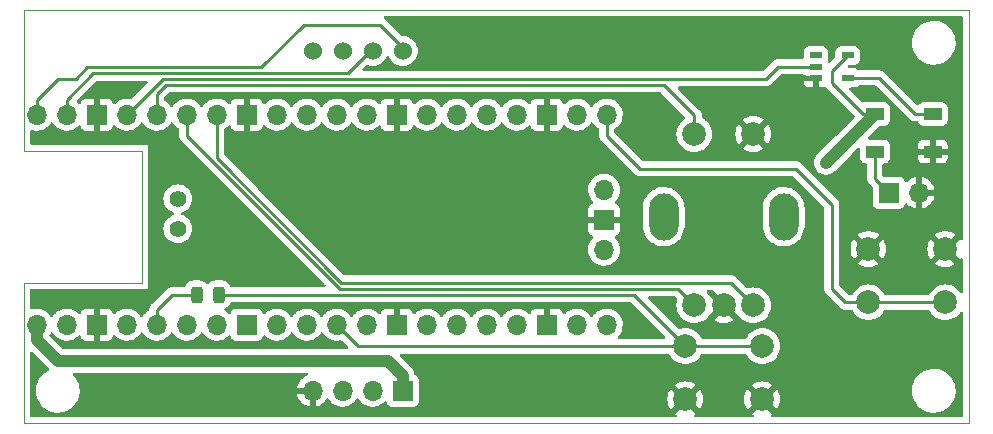
<source format=gtl>
G04 #@! TF.GenerationSoftware,KiCad,Pcbnew,(6.0.1-0)*
G04 #@! TF.CreationDate,2022-02-27T22:00:47+07:00*
G04 #@! TF.ProjectId,V0_Display,56305f44-6973-4706-9c61-792e6b696361,rev?*
G04 #@! TF.SameCoordinates,Original*
G04 #@! TF.FileFunction,Copper,L1,Top*
G04 #@! TF.FilePolarity,Positive*
%FSLAX46Y46*%
G04 Gerber Fmt 4.6, Leading zero omitted, Abs format (unit mm)*
G04 Created by KiCad (PCBNEW (6.0.1-0)) date 2022-02-27 22:00:47*
%MOMM*%
%LPD*%
G01*
G04 APERTURE LIST*
G04 Aperture macros list*
%AMRoundRect*
0 Rectangle with rounded corners*
0 $1 Rounding radius*
0 $2 $3 $4 $5 $6 $7 $8 $9 X,Y pos of 4 corners*
0 Add a 4 corners polygon primitive as box body*
4,1,4,$2,$3,$4,$5,$6,$7,$8,$9,$2,$3,0*
0 Add four circle primitives for the rounded corners*
1,1,$1+$1,$2,$3*
1,1,$1+$1,$4,$5*
1,1,$1+$1,$6,$7*
1,1,$1+$1,$8,$9*
0 Add four rect primitives between the rounded corners*
20,1,$1+$1,$2,$3,$4,$5,0*
20,1,$1+$1,$4,$5,$6,$7,0*
20,1,$1+$1,$6,$7,$8,$9,0*
20,1,$1+$1,$8,$9,$2,$3,0*%
G04 Aperture macros list end*
G04 #@! TA.AperFunction,Profile*
%ADD10C,0.050000*%
G04 #@! TD*
G04 #@! TA.AperFunction,ComponentPad*
%ADD11C,2.000000*%
G04 #@! TD*
G04 #@! TA.AperFunction,ComponentPad*
%ADD12O,2.500000X4.000000*%
G04 #@! TD*
G04 #@! TA.AperFunction,SMDPad,CuDef*
%ADD13R,1.500000X1.000000*%
G04 #@! TD*
G04 #@! TA.AperFunction,ComponentPad*
%ADD14C,1.400000*%
G04 #@! TD*
G04 #@! TA.AperFunction,SMDPad,CuDef*
%ADD15R,1.050000X0.600000*%
G04 #@! TD*
G04 #@! TA.AperFunction,ComponentPad*
%ADD16C,1.524000*%
G04 #@! TD*
G04 #@! TA.AperFunction,SMDPad,CuDef*
%ADD17RoundRect,0.243750X-0.243750X-0.456250X0.243750X-0.456250X0.243750X0.456250X-0.243750X0.456250X0*%
G04 #@! TD*
G04 #@! TA.AperFunction,ComponentPad*
%ADD18R,1.700000X1.700000*%
G04 #@! TD*
G04 #@! TA.AperFunction,ComponentPad*
%ADD19O,1.700000X1.700000*%
G04 #@! TD*
G04 #@! TA.AperFunction,ViaPad*
%ADD20C,0.800000*%
G04 #@! TD*
G04 #@! TA.AperFunction,Conductor*
%ADD21C,1.000000*%
G04 #@! TD*
G04 #@! TA.AperFunction,Conductor*
%ADD22C,0.250000*%
G04 #@! TD*
G04 APERTURE END LIST*
D10*
X85170000Y-61562000D02*
X85170000Y-49650000D01*
X165170000Y-84650000D02*
X85170000Y-84650000D01*
X85170000Y-84650000D02*
X85170000Y-72738000D01*
X85170000Y-61562000D02*
X95144000Y-61562000D01*
X85170000Y-72738000D02*
X95144000Y-72738000D01*
X95144000Y-61562000D02*
X95144000Y-72738000D01*
X85170000Y-49650000D02*
X165170000Y-49650000D01*
X165170000Y-49650000D02*
X165170000Y-84650000D01*
D11*
X156670000Y-69900000D03*
X163170000Y-69900000D03*
X163170000Y-74400000D03*
X156670000Y-74400000D03*
X141920000Y-74650000D03*
X146920000Y-74650000D03*
X144420000Y-74650000D03*
D12*
X149500000Y-67150000D03*
X139340000Y-67150000D03*
D11*
X141920000Y-60150000D03*
X146920000Y-60150000D03*
D13*
X157210000Y-58438000D03*
X157210000Y-61638000D03*
X162110000Y-61638000D03*
X162110000Y-58438000D03*
D14*
X98192000Y-65626000D03*
X98192000Y-68166000D03*
D15*
X152214000Y-53500000D03*
X152214000Y-54450000D03*
X152214000Y-55400000D03*
X154914000Y-55400000D03*
X154914000Y-53500000D03*
D16*
X109622000Y-53108000D03*
X112162000Y-53108000D03*
X114702000Y-53108000D03*
X117242000Y-53108000D03*
D17*
X99794500Y-73754000D03*
X101669500Y-73754000D03*
D18*
X117232000Y-81882000D03*
D19*
X114692000Y-81882000D03*
X112152000Y-81882000D03*
X109612000Y-81882000D03*
D11*
X147670000Y-78108000D03*
X141170000Y-78108000D03*
X147670000Y-82608000D03*
X141170000Y-82608000D03*
D18*
X158385000Y-65118000D03*
D19*
X160925000Y-65118000D03*
X86254000Y-58510000D03*
X88794000Y-58510000D03*
D18*
X91334000Y-58510000D03*
D19*
X93874000Y-58510000D03*
X96414000Y-58510000D03*
X98954000Y-58510000D03*
X101494000Y-58510000D03*
D18*
X104034000Y-58510000D03*
D19*
X106574000Y-58510000D03*
X109114000Y-58510000D03*
X111654000Y-58510000D03*
X114194000Y-58510000D03*
D18*
X116734000Y-58510000D03*
D19*
X119274000Y-58510000D03*
X121814000Y-58510000D03*
X124354000Y-58510000D03*
X126894000Y-58510000D03*
D18*
X129434000Y-58510000D03*
D19*
X131974000Y-58510000D03*
X134514000Y-58510000D03*
X134514000Y-76290000D03*
X131974000Y-76290000D03*
D18*
X129434000Y-76290000D03*
D19*
X126894000Y-76290000D03*
X124354000Y-76290000D03*
X121814000Y-76290000D03*
X119274000Y-76290000D03*
D18*
X116734000Y-76290000D03*
D19*
X114194000Y-76290000D03*
X111654000Y-76290000D03*
X109114000Y-76290000D03*
X106574000Y-76290000D03*
D18*
X104034000Y-76290000D03*
D19*
X101494000Y-76290000D03*
X98954000Y-76290000D03*
X96414000Y-76290000D03*
X93874000Y-76290000D03*
D18*
X91334000Y-76290000D03*
D19*
X88794000Y-76290000D03*
X86254000Y-76290000D03*
X134284000Y-64860000D03*
D18*
X134284000Y-67400000D03*
D19*
X134284000Y-69940000D03*
D20*
X161184000Y-76294000D03*
X119528000Y-52926000D03*
X158644000Y-76294000D03*
X121560000Y-52926000D03*
X153056000Y-62578000D03*
X154587000Y-61061000D03*
D21*
X115972000Y-79342000D02*
X117232000Y-80602000D01*
D22*
X157210000Y-58438000D02*
X156210000Y-58438000D01*
X153564000Y-55792000D02*
X153564000Y-54850000D01*
D21*
X153056000Y-62578000D02*
X153070000Y-62578000D01*
X154587000Y-61061000D02*
X157210000Y-58438000D01*
X88032000Y-79342000D02*
X115972000Y-79342000D01*
X153070000Y-62578000D02*
X154587000Y-61061000D01*
D22*
X156210000Y-58438000D02*
X153564000Y-55792000D01*
X117232000Y-81618000D02*
X117232000Y-81882000D01*
D21*
X86254000Y-77564000D02*
X88032000Y-79342000D01*
D22*
X153564000Y-54850000D02*
X154914000Y-53500000D01*
D21*
X117232000Y-80602000D02*
X117232000Y-81618000D01*
X86254000Y-76290000D02*
X86254000Y-77564000D01*
D22*
X96414000Y-76290000D02*
X96414000Y-75024000D01*
X96414000Y-75024000D02*
X97684000Y-73754000D01*
X97684000Y-73754000D02*
X99794500Y-73754000D01*
X115324000Y-50894000D02*
X117280000Y-52850000D01*
X90513520Y-54508480D02*
X105245520Y-54508480D01*
X105245520Y-54508480D02*
X108860000Y-50894000D01*
X89556000Y-55466000D02*
X90513520Y-54508480D01*
X86254000Y-58510000D02*
X86254000Y-57244000D01*
X108860000Y-50894000D02*
X115324000Y-50894000D01*
X86254000Y-57244000D02*
X88032000Y-55466000D01*
X88032000Y-55466000D02*
X89556000Y-55466000D01*
X88794000Y-57244000D02*
X91021520Y-55016480D01*
X91021520Y-55016480D02*
X112573520Y-55016480D01*
X88794000Y-58510000D02*
X88794000Y-57244000D01*
X112573520Y-55016480D02*
X114740000Y-52850000D01*
X154914000Y-55400000D02*
X157562000Y-55400000D01*
X157562000Y-55400000D02*
X160600000Y-58438000D01*
X160600000Y-58438000D02*
X162110000Y-58438000D01*
X134514000Y-60292000D02*
X137308000Y-63086000D01*
X154718000Y-74400000D02*
X156670000Y-74400000D01*
X153564000Y-66134000D02*
X153564000Y-73246000D01*
X156670000Y-74400000D02*
X163170000Y-74400000D01*
X134514000Y-58510000D02*
X134514000Y-60292000D01*
X150516000Y-63086000D02*
X153564000Y-66134000D01*
X137308000Y-63086000D02*
X150516000Y-63086000D01*
X153564000Y-73246000D02*
X154718000Y-74400000D01*
X147976000Y-55466000D02*
X148992000Y-54450000D01*
X96918000Y-55466000D02*
X147976000Y-55466000D01*
X93874000Y-58510000D02*
X96918000Y-55466000D01*
X148992000Y-54450000D02*
X152214000Y-54450000D01*
X113472000Y-78108000D02*
X141170000Y-78108000D01*
X141170000Y-78108000D02*
X147670000Y-78108000D01*
X101669500Y-73754000D02*
X136816000Y-73754000D01*
X111654000Y-76290000D02*
X113472000Y-78108000D01*
X136816000Y-73754000D02*
X141170000Y-78108000D01*
X157210000Y-63943000D02*
X158385000Y-65118000D01*
X157210000Y-61638000D02*
X157210000Y-63943000D01*
X141920000Y-58554000D02*
X139340000Y-55974000D01*
X97176000Y-55974000D02*
X96414000Y-56736000D01*
X139340000Y-55974000D02*
X97176000Y-55974000D01*
X96414000Y-56736000D02*
X96414000Y-58510000D01*
X141920000Y-60150000D02*
X141920000Y-58554000D01*
X101494000Y-62196282D02*
X112035718Y-72738000D01*
X145008000Y-72738000D02*
X146920000Y-74650000D01*
X112035718Y-72738000D02*
X145008000Y-72738000D01*
X101494000Y-58510000D02*
X101494000Y-62196282D01*
X98954000Y-58510000D02*
X98954000Y-60292000D01*
X140516000Y-73246000D02*
X141920000Y-74650000D01*
X111908000Y-73246000D02*
X140516000Y-73246000D01*
X98954000Y-60292000D02*
X111908000Y-73246000D01*
G04 #@! TA.AperFunction,Conductor*
G36*
X164604121Y-50178002D02*
G01*
X164650614Y-50231658D01*
X164662000Y-50284000D01*
X164662000Y-69001829D01*
X164641998Y-69069950D01*
X164588342Y-69116443D01*
X164518068Y-69126547D01*
X164453488Y-69097053D01*
X164428568Y-69067665D01*
X164412567Y-69041554D01*
X164402110Y-69032093D01*
X164393334Y-69035876D01*
X163542022Y-69887188D01*
X163534408Y-69901132D01*
X163534539Y-69902965D01*
X163538790Y-69909580D01*
X164390290Y-70761080D01*
X164402670Y-70767840D01*
X164410319Y-70762114D01*
X164428568Y-70732335D01*
X164481216Y-70684704D01*
X164551257Y-70673098D01*
X164616455Y-70701202D01*
X164656108Y-70760092D01*
X164662000Y-70798171D01*
X164662000Y-73500870D01*
X164641998Y-73568991D01*
X164588342Y-73615484D01*
X164518068Y-73625588D01*
X164453488Y-73596094D01*
X164428567Y-73566705D01*
X164416030Y-73546246D01*
X164394176Y-73510584D01*
X164239969Y-73330031D01*
X164059416Y-73175824D01*
X164055208Y-73173245D01*
X164055202Y-73173241D01*
X163861183Y-73054346D01*
X163856963Y-73051760D01*
X163852393Y-73049867D01*
X163852389Y-73049865D01*
X163642167Y-72962789D01*
X163642165Y-72962788D01*
X163637594Y-72960895D01*
X163557391Y-72941640D01*
X163411524Y-72906620D01*
X163411518Y-72906619D01*
X163406711Y-72905465D01*
X163170000Y-72886835D01*
X162933289Y-72905465D01*
X162928482Y-72906619D01*
X162928476Y-72906620D01*
X162782609Y-72941640D01*
X162702406Y-72960895D01*
X162697835Y-72962788D01*
X162697833Y-72962789D01*
X162487611Y-73049865D01*
X162487607Y-73049867D01*
X162483037Y-73051760D01*
X162478817Y-73054346D01*
X162284798Y-73173241D01*
X162284792Y-73173245D01*
X162280584Y-73175824D01*
X162100031Y-73330031D01*
X161945824Y-73510584D01*
X161943245Y-73514792D01*
X161943241Y-73514798D01*
X161825867Y-73706335D01*
X161773219Y-73753966D01*
X161718434Y-73766500D01*
X158121566Y-73766500D01*
X158053445Y-73746498D01*
X158014133Y-73706335D01*
X157896759Y-73514798D01*
X157896755Y-73514792D01*
X157894176Y-73510584D01*
X157739969Y-73330031D01*
X157559416Y-73175824D01*
X157555208Y-73173245D01*
X157555202Y-73173241D01*
X157361183Y-73054346D01*
X157356963Y-73051760D01*
X157352393Y-73049867D01*
X157352389Y-73049865D01*
X157142167Y-72962789D01*
X157142165Y-72962788D01*
X157137594Y-72960895D01*
X157057391Y-72941640D01*
X156911524Y-72906620D01*
X156911518Y-72906619D01*
X156906711Y-72905465D01*
X156670000Y-72886835D01*
X156433289Y-72905465D01*
X156428482Y-72906619D01*
X156428476Y-72906620D01*
X156282609Y-72941640D01*
X156202406Y-72960895D01*
X156197835Y-72962788D01*
X156197833Y-72962789D01*
X155987611Y-73049865D01*
X155987607Y-73049867D01*
X155983037Y-73051760D01*
X155978817Y-73054346D01*
X155784798Y-73173241D01*
X155784792Y-73173245D01*
X155780584Y-73175824D01*
X155600031Y-73330031D01*
X155445824Y-73510584D01*
X155443245Y-73514792D01*
X155443241Y-73514798D01*
X155325867Y-73706335D01*
X155273219Y-73753966D01*
X155218434Y-73766500D01*
X155032595Y-73766500D01*
X154964474Y-73746498D01*
X154943500Y-73729595D01*
X154234405Y-73020500D01*
X154200379Y-72958188D01*
X154197500Y-72931405D01*
X154197500Y-71132670D01*
X155802160Y-71132670D01*
X155807887Y-71140320D01*
X155979042Y-71245205D01*
X155987837Y-71249687D01*
X156197988Y-71336734D01*
X156207373Y-71339783D01*
X156428554Y-71392885D01*
X156438301Y-71394428D01*
X156665070Y-71412275D01*
X156674930Y-71412275D01*
X156901699Y-71394428D01*
X156911446Y-71392885D01*
X157132627Y-71339783D01*
X157142012Y-71336734D01*
X157352163Y-71249687D01*
X157360958Y-71245205D01*
X157528445Y-71142568D01*
X157537400Y-71132670D01*
X162302160Y-71132670D01*
X162307887Y-71140320D01*
X162479042Y-71245205D01*
X162487837Y-71249687D01*
X162697988Y-71336734D01*
X162707373Y-71339783D01*
X162928554Y-71392885D01*
X162938301Y-71394428D01*
X163165070Y-71412275D01*
X163174930Y-71412275D01*
X163401699Y-71394428D01*
X163411446Y-71392885D01*
X163632627Y-71339783D01*
X163642012Y-71336734D01*
X163852163Y-71249687D01*
X163860958Y-71245205D01*
X164028445Y-71142568D01*
X164037907Y-71132110D01*
X164034124Y-71123334D01*
X163182812Y-70272022D01*
X163168868Y-70264408D01*
X163167035Y-70264539D01*
X163160420Y-70268790D01*
X162308920Y-71120290D01*
X162302160Y-71132670D01*
X157537400Y-71132670D01*
X157537907Y-71132110D01*
X157534124Y-71123334D01*
X156682812Y-70272022D01*
X156668868Y-70264408D01*
X156667035Y-70264539D01*
X156660420Y-70268790D01*
X155808920Y-71120290D01*
X155802160Y-71132670D01*
X154197500Y-71132670D01*
X154197500Y-69904930D01*
X155157725Y-69904930D01*
X155175572Y-70131699D01*
X155177115Y-70141446D01*
X155230217Y-70362627D01*
X155233266Y-70372012D01*
X155320313Y-70582163D01*
X155324795Y-70590958D01*
X155427432Y-70758445D01*
X155437890Y-70767907D01*
X155446666Y-70764124D01*
X156297978Y-69912812D01*
X156304356Y-69901132D01*
X157034408Y-69901132D01*
X157034539Y-69902965D01*
X157038790Y-69909580D01*
X157890290Y-70761080D01*
X157902670Y-70767840D01*
X157910320Y-70762113D01*
X158015205Y-70590958D01*
X158019687Y-70582163D01*
X158106734Y-70372012D01*
X158109783Y-70362627D01*
X158162885Y-70141446D01*
X158164428Y-70131699D01*
X158182275Y-69904930D01*
X161657725Y-69904930D01*
X161675572Y-70131699D01*
X161677115Y-70141446D01*
X161730217Y-70362627D01*
X161733266Y-70372012D01*
X161820313Y-70582163D01*
X161824795Y-70590958D01*
X161927432Y-70758445D01*
X161937890Y-70767907D01*
X161946666Y-70764124D01*
X162797978Y-69912812D01*
X162805592Y-69898868D01*
X162805461Y-69897035D01*
X162801210Y-69890420D01*
X161949710Y-69038920D01*
X161937330Y-69032160D01*
X161929680Y-69037887D01*
X161824795Y-69209042D01*
X161820313Y-69217837D01*
X161733266Y-69427988D01*
X161730217Y-69437373D01*
X161677115Y-69658554D01*
X161675572Y-69668301D01*
X161657725Y-69895070D01*
X161657725Y-69904930D01*
X158182275Y-69904930D01*
X158182275Y-69895070D01*
X158164428Y-69668301D01*
X158162885Y-69658554D01*
X158109783Y-69437373D01*
X158106734Y-69427988D01*
X158019687Y-69217837D01*
X158015205Y-69209042D01*
X157912568Y-69041555D01*
X157902110Y-69032093D01*
X157893334Y-69035876D01*
X157042022Y-69887188D01*
X157034408Y-69901132D01*
X156304356Y-69901132D01*
X156305592Y-69898868D01*
X156305461Y-69897035D01*
X156301210Y-69890420D01*
X155449710Y-69038920D01*
X155437330Y-69032160D01*
X155429680Y-69037887D01*
X155324795Y-69209042D01*
X155320313Y-69217837D01*
X155233266Y-69427988D01*
X155230217Y-69437373D01*
X155177115Y-69658554D01*
X155175572Y-69668301D01*
X155157725Y-69895070D01*
X155157725Y-69904930D01*
X154197500Y-69904930D01*
X154197500Y-68667890D01*
X155802093Y-68667890D01*
X155805876Y-68676666D01*
X156657188Y-69527978D01*
X156671132Y-69535592D01*
X156672965Y-69535461D01*
X156679580Y-69531210D01*
X157531080Y-68679710D01*
X157537534Y-68667890D01*
X162302093Y-68667890D01*
X162305876Y-68676666D01*
X163157188Y-69527978D01*
X163171132Y-69535592D01*
X163172965Y-69535461D01*
X163179580Y-69531210D01*
X164031080Y-68679710D01*
X164037840Y-68667330D01*
X164032113Y-68659680D01*
X163860958Y-68554795D01*
X163852163Y-68550313D01*
X163642012Y-68463266D01*
X163632627Y-68460217D01*
X163411446Y-68407115D01*
X163401699Y-68405572D01*
X163174930Y-68387725D01*
X163165070Y-68387725D01*
X162938301Y-68405572D01*
X162928554Y-68407115D01*
X162707373Y-68460217D01*
X162697988Y-68463266D01*
X162487837Y-68550313D01*
X162479042Y-68554795D01*
X162311555Y-68657432D01*
X162302093Y-68667890D01*
X157537534Y-68667890D01*
X157537840Y-68667330D01*
X157532113Y-68659680D01*
X157360958Y-68554795D01*
X157352163Y-68550313D01*
X157142012Y-68463266D01*
X157132627Y-68460217D01*
X156911446Y-68407115D01*
X156901699Y-68405572D01*
X156674930Y-68387725D01*
X156665070Y-68387725D01*
X156438301Y-68405572D01*
X156428554Y-68407115D01*
X156207373Y-68460217D01*
X156197988Y-68463266D01*
X155987837Y-68550313D01*
X155979042Y-68554795D01*
X155811555Y-68657432D01*
X155802093Y-68667890D01*
X154197500Y-68667890D01*
X154197500Y-66212767D01*
X154198027Y-66201584D01*
X154199702Y-66194091D01*
X154197982Y-66139348D01*
X154197562Y-66126001D01*
X154197500Y-66122043D01*
X154197500Y-66094144D01*
X154196996Y-66090153D01*
X154196064Y-66078320D01*
X154194674Y-66034111D01*
X154192462Y-66026497D01*
X154192461Y-66026492D01*
X154189023Y-66014659D01*
X154185012Y-65995295D01*
X154183467Y-65983064D01*
X154182474Y-65975203D01*
X154179557Y-65967836D01*
X154179556Y-65967831D01*
X154166198Y-65934092D01*
X154162354Y-65922865D01*
X154152512Y-65888991D01*
X154150018Y-65880407D01*
X154139707Y-65862972D01*
X154131012Y-65845224D01*
X154123552Y-65826383D01*
X154097564Y-65790613D01*
X154091048Y-65780693D01*
X154072580Y-65749465D01*
X154072578Y-65749462D01*
X154068542Y-65742638D01*
X154054221Y-65728317D01*
X154041380Y-65713283D01*
X154034131Y-65703306D01*
X154029472Y-65696893D01*
X153995395Y-65668702D01*
X153986616Y-65660712D01*
X151019652Y-62693747D01*
X151012112Y-62685461D01*
X151008000Y-62678982D01*
X150958348Y-62632356D01*
X150955507Y-62629602D01*
X150935770Y-62609865D01*
X150932573Y-62607385D01*
X150923551Y-62599680D01*
X150891321Y-62569414D01*
X150884375Y-62565595D01*
X150884372Y-62565593D01*
X150873566Y-62559652D01*
X150857047Y-62548801D01*
X150856583Y-62548441D01*
X150841041Y-62536386D01*
X150833772Y-62533241D01*
X150833768Y-62533238D01*
X150800463Y-62518826D01*
X150789813Y-62513609D01*
X150751060Y-62492305D01*
X150731437Y-62487267D01*
X150712734Y-62480863D01*
X150701420Y-62475967D01*
X150701419Y-62475967D01*
X150694145Y-62472819D01*
X150686322Y-62471580D01*
X150686312Y-62471577D01*
X150650476Y-62465901D01*
X150638856Y-62463495D01*
X150603711Y-62454472D01*
X150603710Y-62454472D01*
X150596030Y-62452500D01*
X150575776Y-62452500D01*
X150556065Y-62450949D01*
X150543886Y-62449020D01*
X150536057Y-62447780D01*
X150528165Y-62448526D01*
X150492039Y-62451941D01*
X150480181Y-62452500D01*
X137622594Y-62452500D01*
X137554473Y-62432498D01*
X137533499Y-62415595D01*
X135184405Y-60066500D01*
X135150379Y-60004188D01*
X135147500Y-59977405D01*
X135147500Y-59790427D01*
X135167502Y-59722306D01*
X135208618Y-59682550D01*
X135211994Y-59680896D01*
X135393860Y-59551173D01*
X135552096Y-59393489D01*
X135623528Y-59294081D01*
X135679435Y-59216277D01*
X135682453Y-59212077D01*
X135692430Y-59191891D01*
X135779136Y-59016453D01*
X135779137Y-59016451D01*
X135781430Y-59011811D01*
X135832106Y-58845018D01*
X135844865Y-58803023D01*
X135844865Y-58803021D01*
X135846370Y-58798069D01*
X135875529Y-58576590D01*
X135877156Y-58510000D01*
X135858852Y-58287361D01*
X135804431Y-58070702D01*
X135715354Y-57865840D01*
X135594014Y-57678277D01*
X135443670Y-57513051D01*
X135439616Y-57509849D01*
X135439615Y-57509848D01*
X135272414Y-57377800D01*
X135272410Y-57377798D01*
X135268359Y-57374598D01*
X135263831Y-57372098D01*
X135147988Y-57308150D01*
X135072789Y-57266638D01*
X135067920Y-57264914D01*
X135067916Y-57264912D01*
X134867087Y-57193795D01*
X134867083Y-57193794D01*
X134862212Y-57192069D01*
X134857119Y-57191162D01*
X134857116Y-57191161D01*
X134647373Y-57153800D01*
X134647367Y-57153799D01*
X134642284Y-57152894D01*
X134568452Y-57151992D01*
X134424081Y-57150228D01*
X134424079Y-57150228D01*
X134418911Y-57150165D01*
X134198091Y-57183955D01*
X133985756Y-57253357D01*
X133912071Y-57291715D01*
X133811975Y-57343822D01*
X133787607Y-57356507D01*
X133783474Y-57359610D01*
X133783471Y-57359612D01*
X133613100Y-57487530D01*
X133608965Y-57490635D01*
X133454629Y-57652138D01*
X133347201Y-57809621D01*
X133292293Y-57854621D01*
X133221768Y-57862792D01*
X133158021Y-57831538D01*
X133137324Y-57807054D01*
X133056822Y-57682617D01*
X133056820Y-57682614D01*
X133054014Y-57678277D01*
X132903670Y-57513051D01*
X132899616Y-57509849D01*
X132899615Y-57509848D01*
X132732414Y-57377800D01*
X132732410Y-57377798D01*
X132728359Y-57374598D01*
X132723831Y-57372098D01*
X132607988Y-57308150D01*
X132532789Y-57266638D01*
X132527920Y-57264914D01*
X132527916Y-57264912D01*
X132327087Y-57193795D01*
X132327083Y-57193794D01*
X132322212Y-57192069D01*
X132317119Y-57191162D01*
X132317116Y-57191161D01*
X132107373Y-57153800D01*
X132107367Y-57153799D01*
X132102284Y-57152894D01*
X132028452Y-57151992D01*
X131884081Y-57150228D01*
X131884079Y-57150228D01*
X131878911Y-57150165D01*
X131658091Y-57183955D01*
X131445756Y-57253357D01*
X131372071Y-57291715D01*
X131271975Y-57343822D01*
X131247607Y-57356507D01*
X131243474Y-57359610D01*
X131243471Y-57359612D01*
X131073100Y-57487530D01*
X131068965Y-57490635D01*
X131065393Y-57494373D01*
X130987898Y-57575466D01*
X130926374Y-57610895D01*
X130855462Y-57607438D01*
X130797676Y-57566192D01*
X130778823Y-57532644D01*
X130737324Y-57421946D01*
X130728786Y-57406351D01*
X130652285Y-57304276D01*
X130639724Y-57291715D01*
X130537649Y-57215214D01*
X130522054Y-57206676D01*
X130401606Y-57161522D01*
X130386351Y-57157895D01*
X130335486Y-57152369D01*
X130328672Y-57152000D01*
X129706115Y-57152000D01*
X129690876Y-57156475D01*
X129689671Y-57157865D01*
X129688000Y-57165548D01*
X129688000Y-59849884D01*
X129692475Y-59865123D01*
X129693865Y-59866328D01*
X129701548Y-59867999D01*
X130328669Y-59867999D01*
X130335490Y-59867629D01*
X130386352Y-59862105D01*
X130401604Y-59858479D01*
X130522054Y-59813324D01*
X130537649Y-59804786D01*
X130639724Y-59728285D01*
X130652285Y-59715724D01*
X130728786Y-59613649D01*
X130737324Y-59598054D01*
X130778225Y-59488952D01*
X130820867Y-59432188D01*
X130887428Y-59407488D01*
X130956777Y-59422696D01*
X130991444Y-59450684D01*
X131016865Y-59480031D01*
X131016869Y-59480035D01*
X131020250Y-59483938D01*
X131192126Y-59626632D01*
X131385000Y-59739338D01*
X131593692Y-59819030D01*
X131598760Y-59820061D01*
X131598763Y-59820062D01*
X131706017Y-59841883D01*
X131812597Y-59863567D01*
X131817772Y-59863757D01*
X131817774Y-59863757D01*
X132030673Y-59871564D01*
X132030677Y-59871564D01*
X132035837Y-59871753D01*
X132040957Y-59871097D01*
X132040959Y-59871097D01*
X132252288Y-59844025D01*
X132252289Y-59844025D01*
X132257416Y-59843368D01*
X132262366Y-59841883D01*
X132466429Y-59780661D01*
X132466434Y-59780659D01*
X132471384Y-59779174D01*
X132671994Y-59680896D01*
X132853860Y-59551173D01*
X133012096Y-59393489D01*
X133083528Y-59294081D01*
X133142453Y-59212077D01*
X133143776Y-59213028D01*
X133190645Y-59169857D01*
X133260580Y-59157625D01*
X133326026Y-59185144D01*
X133353875Y-59216994D01*
X133413987Y-59315088D01*
X133560250Y-59483938D01*
X133732126Y-59626632D01*
X133736593Y-59629242D01*
X133818070Y-59676853D01*
X133866794Y-59728491D01*
X133880500Y-59785641D01*
X133880500Y-60213233D01*
X133879973Y-60224416D01*
X133878298Y-60231909D01*
X133878547Y-60239835D01*
X133878547Y-60239836D01*
X133880438Y-60299986D01*
X133880500Y-60303945D01*
X133880500Y-60331856D01*
X133880997Y-60335790D01*
X133880997Y-60335791D01*
X133881005Y-60335856D01*
X133881938Y-60347693D01*
X133883327Y-60391889D01*
X133888978Y-60411339D01*
X133892987Y-60430700D01*
X133895526Y-60450797D01*
X133898445Y-60458168D01*
X133898445Y-60458170D01*
X133911804Y-60491912D01*
X133915649Y-60503142D01*
X133927982Y-60545593D01*
X133932015Y-60552412D01*
X133932017Y-60552417D01*
X133938293Y-60563028D01*
X133946988Y-60580776D01*
X133954448Y-60599617D01*
X133959110Y-60606033D01*
X133959110Y-60606034D01*
X133980436Y-60635387D01*
X133986952Y-60645307D01*
X134009458Y-60683362D01*
X134023779Y-60697683D01*
X134036619Y-60712716D01*
X134048528Y-60729107D01*
X134054634Y-60734158D01*
X134082605Y-60757298D01*
X134091384Y-60765288D01*
X136804343Y-63478247D01*
X136811887Y-63486537D01*
X136816000Y-63493018D01*
X136821777Y-63498443D01*
X136865667Y-63539658D01*
X136868509Y-63542413D01*
X136888231Y-63562135D01*
X136891373Y-63564572D01*
X136891433Y-63564619D01*
X136900445Y-63572317D01*
X136915549Y-63586500D01*
X136932679Y-63602586D01*
X136939622Y-63606403D01*
X136950431Y-63612345D01*
X136966953Y-63623198D01*
X136982959Y-63635614D01*
X136990237Y-63638764D01*
X136990238Y-63638764D01*
X137023537Y-63653174D01*
X137034187Y-63658391D01*
X137072940Y-63679695D01*
X137080615Y-63681666D01*
X137080616Y-63681666D01*
X137092562Y-63684733D01*
X137111267Y-63691137D01*
X137129855Y-63699181D01*
X137137678Y-63700420D01*
X137137688Y-63700423D01*
X137173524Y-63706099D01*
X137185144Y-63708505D01*
X137220180Y-63717500D01*
X137227970Y-63719500D01*
X137248224Y-63719500D01*
X137267934Y-63721051D01*
X137287943Y-63724220D01*
X137295835Y-63723474D01*
X137307263Y-63722394D01*
X137331962Y-63720059D01*
X137343819Y-63719500D01*
X150201406Y-63719500D01*
X150269527Y-63739502D01*
X150290501Y-63756405D01*
X152893595Y-66359500D01*
X152927621Y-66421812D01*
X152930500Y-66448595D01*
X152930500Y-73167233D01*
X152929973Y-73178416D01*
X152928298Y-73185909D01*
X152928547Y-73193835D01*
X152928547Y-73193836D01*
X152930438Y-73253986D01*
X152930500Y-73257945D01*
X152930500Y-73285856D01*
X152930997Y-73289790D01*
X152930997Y-73289791D01*
X152931005Y-73289856D01*
X152931938Y-73301693D01*
X152933327Y-73345889D01*
X152938978Y-73365339D01*
X152942987Y-73384700D01*
X152945526Y-73404797D01*
X152948445Y-73412168D01*
X152948445Y-73412170D01*
X152961804Y-73445912D01*
X152965649Y-73457142D01*
X152977982Y-73499593D01*
X152982015Y-73506412D01*
X152982017Y-73506417D01*
X152988293Y-73517028D01*
X152996988Y-73534776D01*
X153004448Y-73553617D01*
X153009110Y-73560033D01*
X153009110Y-73560034D01*
X153030436Y-73589387D01*
X153036952Y-73599307D01*
X153052495Y-73625588D01*
X153059458Y-73637362D01*
X153073779Y-73651683D01*
X153086619Y-73666716D01*
X153098528Y-73683107D01*
X153104634Y-73688158D01*
X153132605Y-73711298D01*
X153141384Y-73719288D01*
X154214343Y-74792247D01*
X154221887Y-74800537D01*
X154226000Y-74807018D01*
X154231777Y-74812443D01*
X154275667Y-74853658D01*
X154278509Y-74856413D01*
X154298230Y-74876134D01*
X154301425Y-74878612D01*
X154310447Y-74886318D01*
X154342679Y-74916586D01*
X154349628Y-74920406D01*
X154360432Y-74926346D01*
X154376956Y-74937199D01*
X154392959Y-74949613D01*
X154433543Y-74967176D01*
X154444173Y-74972383D01*
X154482940Y-74993695D01*
X154490617Y-74995666D01*
X154490622Y-74995668D01*
X154502558Y-74998732D01*
X154521266Y-75005137D01*
X154539855Y-75013181D01*
X154547680Y-75014420D01*
X154547682Y-75014421D01*
X154583519Y-75020097D01*
X154595140Y-75022504D01*
X154630289Y-75031528D01*
X154637970Y-75033500D01*
X154658231Y-75033500D01*
X154677940Y-75035051D01*
X154697943Y-75038219D01*
X154705835Y-75037473D01*
X154711062Y-75036979D01*
X154741954Y-75034059D01*
X154753811Y-75033500D01*
X155218434Y-75033500D01*
X155286555Y-75053502D01*
X155325867Y-75093665D01*
X155443241Y-75285202D01*
X155443245Y-75285208D01*
X155445824Y-75289416D01*
X155600031Y-75469969D01*
X155780584Y-75624176D01*
X155784792Y-75626755D01*
X155784798Y-75626759D01*
X155930774Y-75716213D01*
X155983037Y-75748240D01*
X155987607Y-75750133D01*
X155987611Y-75750135D01*
X156154604Y-75819305D01*
X156202406Y-75839105D01*
X156271613Y-75855720D01*
X156428476Y-75893380D01*
X156428482Y-75893381D01*
X156433289Y-75894535D01*
X156670000Y-75913165D01*
X156906711Y-75894535D01*
X156911518Y-75893381D01*
X156911524Y-75893380D01*
X157068387Y-75855720D01*
X157137594Y-75839105D01*
X157185396Y-75819305D01*
X157352389Y-75750135D01*
X157352393Y-75750133D01*
X157356963Y-75748240D01*
X157409226Y-75716213D01*
X157555202Y-75626759D01*
X157555208Y-75626755D01*
X157559416Y-75624176D01*
X157739969Y-75469969D01*
X157894176Y-75289416D01*
X157896755Y-75285208D01*
X157896759Y-75285202D01*
X158014133Y-75093665D01*
X158066781Y-75046034D01*
X158121566Y-75033500D01*
X161718434Y-75033500D01*
X161786555Y-75053502D01*
X161825867Y-75093665D01*
X161943241Y-75285202D01*
X161943245Y-75285208D01*
X161945824Y-75289416D01*
X162100031Y-75469969D01*
X162280584Y-75624176D01*
X162284792Y-75626755D01*
X162284798Y-75626759D01*
X162430774Y-75716213D01*
X162483037Y-75748240D01*
X162487607Y-75750133D01*
X162487611Y-75750135D01*
X162654604Y-75819305D01*
X162702406Y-75839105D01*
X162771613Y-75855720D01*
X162928476Y-75893380D01*
X162928482Y-75893381D01*
X162933289Y-75894535D01*
X163170000Y-75913165D01*
X163406711Y-75894535D01*
X163411518Y-75893381D01*
X163411524Y-75893380D01*
X163568387Y-75855720D01*
X163637594Y-75839105D01*
X163685396Y-75819305D01*
X163852389Y-75750135D01*
X163852393Y-75750133D01*
X163856963Y-75748240D01*
X163909226Y-75716213D01*
X164055202Y-75626759D01*
X164055208Y-75626755D01*
X164059416Y-75624176D01*
X164239969Y-75469969D01*
X164394176Y-75289416D01*
X164428567Y-75233295D01*
X164481215Y-75185664D01*
X164551256Y-75174057D01*
X164616454Y-75202160D01*
X164656108Y-75261050D01*
X164662000Y-75299130D01*
X164662000Y-84016000D01*
X164641998Y-84084121D01*
X164588342Y-84130614D01*
X164536000Y-84142000D01*
X148499633Y-84142000D01*
X148431512Y-84121998D01*
X148385019Y-84068342D01*
X148374915Y-83998068D01*
X148404409Y-83933488D01*
X148433798Y-83908567D01*
X148528447Y-83850565D01*
X148537907Y-83840110D01*
X148534124Y-83831334D01*
X147682812Y-82980022D01*
X147668868Y-82972408D01*
X147667035Y-82972539D01*
X147660420Y-82976790D01*
X146808920Y-83828290D01*
X146802160Y-83840670D01*
X146807886Y-83848318D01*
X146906202Y-83908567D01*
X146953833Y-83961215D01*
X146965440Y-84031257D01*
X146937337Y-84096454D01*
X146878446Y-84136108D01*
X146840367Y-84142000D01*
X141999633Y-84142000D01*
X141931512Y-84121998D01*
X141885019Y-84068342D01*
X141874915Y-83998068D01*
X141904409Y-83933488D01*
X141933798Y-83908567D01*
X142028447Y-83850565D01*
X142037907Y-83840110D01*
X142034124Y-83831334D01*
X141182812Y-82980022D01*
X141168868Y-82972408D01*
X141167035Y-82972539D01*
X141160420Y-82976790D01*
X140308920Y-83828290D01*
X140302160Y-83840670D01*
X140307886Y-83848318D01*
X140406202Y-83908567D01*
X140453833Y-83961215D01*
X140465440Y-84031257D01*
X140437337Y-84096454D01*
X140378446Y-84136108D01*
X140340367Y-84142000D01*
X85804000Y-84142000D01*
X85735879Y-84121998D01*
X85689386Y-84068342D01*
X85678000Y-84016000D01*
X85678000Y-78718425D01*
X85698002Y-78650304D01*
X85751658Y-78603811D01*
X85821932Y-78593707D01*
X85886512Y-78623201D01*
X85893095Y-78629330D01*
X87263076Y-79999310D01*
X87297101Y-80061622D01*
X87292037Y-80132437D01*
X87249490Y-80189273D01*
X87235166Y-80198552D01*
X87184058Y-80226940D01*
X87023187Y-80316296D01*
X87011632Y-80322714D01*
X86953690Y-80366934D01*
X86895721Y-80411175D01*
X86797227Y-80486343D01*
X86794034Y-80489609D01*
X86794032Y-80489611D01*
X86709690Y-80575889D01*
X86608688Y-80679208D01*
X86449966Y-80897270D01*
X86432988Y-80929540D01*
X86326510Y-81131921D01*
X86326507Y-81131927D01*
X86324385Y-81135961D01*
X86322865Y-81140266D01*
X86322863Y-81140270D01*
X86236098Y-81385967D01*
X86234575Y-81390280D01*
X86230431Y-81411305D01*
X86183779Y-81648002D01*
X86182419Y-81654900D01*
X86182192Y-81659453D01*
X86182192Y-81659456D01*
X86172772Y-81848695D01*
X86169009Y-81924277D01*
X86194625Y-82192769D01*
X86195710Y-82197203D01*
X86195711Y-82197209D01*
X86241372Y-82383811D01*
X86258731Y-82454750D01*
X86359985Y-82704733D01*
X86496265Y-82937482D01*
X86586162Y-83049892D01*
X86633217Y-83108731D01*
X86664716Y-83148119D01*
X86861809Y-83332234D01*
X87083416Y-83485968D01*
X87087499Y-83487999D01*
X87087502Y-83488001D01*
X87203013Y-83545466D01*
X87324894Y-83606101D01*
X87329228Y-83607522D01*
X87329231Y-83607523D01*
X87576853Y-83688698D01*
X87576859Y-83688699D01*
X87581186Y-83690118D01*
X87585677Y-83690898D01*
X87585678Y-83690898D01*
X87843140Y-83735601D01*
X87843148Y-83735602D01*
X87846921Y-83736257D01*
X87850758Y-83736448D01*
X87930578Y-83740422D01*
X87930586Y-83740422D01*
X87932149Y-83740500D01*
X88100512Y-83740500D01*
X88102780Y-83740335D01*
X88102792Y-83740335D01*
X88233884Y-83730823D01*
X88301004Y-83725953D01*
X88305459Y-83724969D01*
X88305462Y-83724969D01*
X88559912Y-83668791D01*
X88559916Y-83668790D01*
X88564372Y-83667806D01*
X88690480Y-83620028D01*
X88812318Y-83573868D01*
X88812321Y-83573867D01*
X88816588Y-83572250D01*
X89052368Y-83441286D01*
X89266773Y-83277657D01*
X89455312Y-83084792D01*
X89614034Y-82866730D01*
X89669507Y-82761292D01*
X89737490Y-82632079D01*
X89737493Y-82632073D01*
X89739615Y-82628039D01*
X89743309Y-82617580D01*
X89827902Y-82378033D01*
X89827902Y-82378032D01*
X89829425Y-82373720D01*
X89872709Y-82154115D01*
X89873527Y-82149966D01*
X108280257Y-82149966D01*
X108310565Y-82284446D01*
X108313645Y-82294275D01*
X108393770Y-82491603D01*
X108398413Y-82500794D01*
X108509694Y-82682388D01*
X108515777Y-82690699D01*
X108655213Y-82851667D01*
X108662580Y-82858883D01*
X108826434Y-82994916D01*
X108834881Y-83000831D01*
X109018756Y-83108279D01*
X109028042Y-83112729D01*
X109227001Y-83188703D01*
X109236899Y-83191579D01*
X109340250Y-83212606D01*
X109354299Y-83211410D01*
X109358000Y-83201065D01*
X109358000Y-82154115D01*
X109353525Y-82138876D01*
X109352135Y-82137671D01*
X109344452Y-82136000D01*
X108295225Y-82136000D01*
X108281694Y-82139973D01*
X108280257Y-82149966D01*
X89873527Y-82149966D01*
X89880700Y-82113572D01*
X89880701Y-82113566D01*
X89881581Y-82109100D01*
X89890782Y-81924277D01*
X89894764Y-81844292D01*
X89894764Y-81844286D01*
X89894991Y-81839723D01*
X89869375Y-81571231D01*
X89831506Y-81416470D01*
X89806355Y-81313688D01*
X89805269Y-81309250D01*
X89704015Y-81059267D01*
X89567735Y-80826518D01*
X89449928Y-80679208D01*
X89402136Y-80619447D01*
X89402135Y-80619445D01*
X89399284Y-80615881D01*
X89348641Y-80568573D01*
X89312517Y-80507457D01*
X89315169Y-80436510D01*
X89355757Y-80378260D01*
X89421395Y-80351200D01*
X89434655Y-80350500D01*
X109135226Y-80350500D01*
X109203347Y-80370502D01*
X109249840Y-80424158D01*
X109259944Y-80494432D01*
X109230450Y-80559012D01*
X109174371Y-80596265D01*
X109088868Y-80624212D01*
X109079359Y-80628209D01*
X108890463Y-80726542D01*
X108881738Y-80732036D01*
X108711433Y-80859905D01*
X108703726Y-80866748D01*
X108556590Y-81020717D01*
X108550104Y-81028727D01*
X108430098Y-81204649D01*
X108425000Y-81213623D01*
X108335338Y-81406783D01*
X108331775Y-81416470D01*
X108276389Y-81616183D01*
X108277912Y-81624607D01*
X108290292Y-81628000D01*
X109740000Y-81628000D01*
X109808121Y-81648002D01*
X109854614Y-81701658D01*
X109866000Y-81754000D01*
X109866000Y-83200517D01*
X109870064Y-83214359D01*
X109883478Y-83216393D01*
X109890184Y-83215534D01*
X109900262Y-83213392D01*
X110104255Y-83152191D01*
X110113842Y-83148433D01*
X110305095Y-83054739D01*
X110313945Y-83049464D01*
X110487328Y-82925792D01*
X110495200Y-82919139D01*
X110646052Y-82768812D01*
X110652730Y-82760965D01*
X110780022Y-82583819D01*
X110781279Y-82584722D01*
X110828373Y-82541362D01*
X110898311Y-82529145D01*
X110963751Y-82556678D01*
X110991579Y-82588511D01*
X111051987Y-82687088D01*
X111198250Y-82855938D01*
X111370126Y-82998632D01*
X111563000Y-83111338D01*
X111771692Y-83191030D01*
X111776760Y-83192061D01*
X111776763Y-83192062D01*
X111871862Y-83211410D01*
X111990597Y-83235567D01*
X111995772Y-83235757D01*
X111995774Y-83235757D01*
X112208673Y-83243564D01*
X112208677Y-83243564D01*
X112213837Y-83243753D01*
X112218957Y-83243097D01*
X112218959Y-83243097D01*
X112430288Y-83216025D01*
X112430289Y-83216025D01*
X112435416Y-83215368D01*
X112440366Y-83213883D01*
X112644429Y-83152661D01*
X112644434Y-83152659D01*
X112649384Y-83151174D01*
X112849994Y-83052896D01*
X113031860Y-82923173D01*
X113190096Y-82765489D01*
X113320453Y-82584077D01*
X113321776Y-82585028D01*
X113368645Y-82541857D01*
X113438580Y-82529625D01*
X113504026Y-82557144D01*
X113531875Y-82588994D01*
X113591987Y-82687088D01*
X113738250Y-82855938D01*
X113910126Y-82998632D01*
X114103000Y-83111338D01*
X114311692Y-83191030D01*
X114316760Y-83192061D01*
X114316763Y-83192062D01*
X114411862Y-83211410D01*
X114530597Y-83235567D01*
X114535772Y-83235757D01*
X114535774Y-83235757D01*
X114748673Y-83243564D01*
X114748677Y-83243564D01*
X114753837Y-83243753D01*
X114758957Y-83243097D01*
X114758959Y-83243097D01*
X114970288Y-83216025D01*
X114970289Y-83216025D01*
X114975416Y-83215368D01*
X114980366Y-83213883D01*
X115184429Y-83152661D01*
X115184434Y-83152659D01*
X115189384Y-83151174D01*
X115389994Y-83052896D01*
X115571860Y-82923173D01*
X115680091Y-82815319D01*
X115742462Y-82781404D01*
X115813268Y-82786592D01*
X115870030Y-82829238D01*
X115887012Y-82860341D01*
X115931385Y-82978705D01*
X116018739Y-83095261D01*
X116135295Y-83182615D01*
X116271684Y-83233745D01*
X116333866Y-83240500D01*
X118130134Y-83240500D01*
X118192316Y-83233745D01*
X118328705Y-83182615D01*
X118445261Y-83095261D01*
X118532615Y-82978705D01*
X118583745Y-82842316D01*
X118590500Y-82780134D01*
X118590500Y-82612930D01*
X139657725Y-82612930D01*
X139675572Y-82839699D01*
X139677115Y-82849446D01*
X139730217Y-83070627D01*
X139733266Y-83080012D01*
X139820313Y-83290163D01*
X139824795Y-83298958D01*
X139927432Y-83466445D01*
X139937890Y-83475907D01*
X139946666Y-83472124D01*
X140797978Y-82620812D01*
X140804356Y-82609132D01*
X141534408Y-82609132D01*
X141534539Y-82610965D01*
X141538790Y-82617580D01*
X142390290Y-83469080D01*
X142402670Y-83475840D01*
X142410320Y-83470113D01*
X142515205Y-83298958D01*
X142519687Y-83290163D01*
X142606734Y-83080012D01*
X142609783Y-83070627D01*
X142662885Y-82849446D01*
X142664428Y-82839699D01*
X142682275Y-82612930D01*
X146157725Y-82612930D01*
X146175572Y-82839699D01*
X146177115Y-82849446D01*
X146230217Y-83070627D01*
X146233266Y-83080012D01*
X146320313Y-83290163D01*
X146324795Y-83298958D01*
X146427432Y-83466445D01*
X146437890Y-83475907D01*
X146446666Y-83472124D01*
X147297978Y-82620812D01*
X147304356Y-82609132D01*
X148034408Y-82609132D01*
X148034539Y-82610965D01*
X148038790Y-82617580D01*
X148890290Y-83469080D01*
X148902670Y-83475840D01*
X148910320Y-83470113D01*
X149015205Y-83298958D01*
X149019687Y-83290163D01*
X149106734Y-83080012D01*
X149109783Y-83070627D01*
X149162885Y-82849446D01*
X149164428Y-82839699D01*
X149182275Y-82612930D01*
X149182275Y-82603070D01*
X149164428Y-82376301D01*
X149162885Y-82366554D01*
X149109783Y-82145373D01*
X149106734Y-82135988D01*
X149019687Y-81925837D01*
X149018892Y-81924277D01*
X160337009Y-81924277D01*
X160362625Y-82192769D01*
X160363710Y-82197203D01*
X160363711Y-82197209D01*
X160409372Y-82383811D01*
X160426731Y-82454750D01*
X160527985Y-82704733D01*
X160664265Y-82937482D01*
X160754162Y-83049892D01*
X160801217Y-83108731D01*
X160832716Y-83148119D01*
X161029809Y-83332234D01*
X161251416Y-83485968D01*
X161255499Y-83487999D01*
X161255502Y-83488001D01*
X161371013Y-83545466D01*
X161492894Y-83606101D01*
X161497228Y-83607522D01*
X161497231Y-83607523D01*
X161744853Y-83688698D01*
X161744859Y-83688699D01*
X161749186Y-83690118D01*
X161753677Y-83690898D01*
X161753678Y-83690898D01*
X162011140Y-83735601D01*
X162011148Y-83735602D01*
X162014921Y-83736257D01*
X162018758Y-83736448D01*
X162098578Y-83740422D01*
X162098586Y-83740422D01*
X162100149Y-83740500D01*
X162268512Y-83740500D01*
X162270780Y-83740335D01*
X162270792Y-83740335D01*
X162401884Y-83730823D01*
X162469004Y-83725953D01*
X162473459Y-83724969D01*
X162473462Y-83724969D01*
X162727912Y-83668791D01*
X162727916Y-83668790D01*
X162732372Y-83667806D01*
X162858480Y-83620028D01*
X162980318Y-83573868D01*
X162980321Y-83573867D01*
X162984588Y-83572250D01*
X163220368Y-83441286D01*
X163434773Y-83277657D01*
X163623312Y-83084792D01*
X163782034Y-82866730D01*
X163837507Y-82761292D01*
X163905490Y-82632079D01*
X163905493Y-82632073D01*
X163907615Y-82628039D01*
X163911309Y-82617580D01*
X163995902Y-82378033D01*
X163995902Y-82378032D01*
X163997425Y-82373720D01*
X164040709Y-82154115D01*
X164048700Y-82113572D01*
X164048701Y-82113566D01*
X164049581Y-82109100D01*
X164058782Y-81924277D01*
X164062764Y-81844292D01*
X164062764Y-81844286D01*
X164062991Y-81839723D01*
X164037375Y-81571231D01*
X163999506Y-81416470D01*
X163974355Y-81313688D01*
X163973269Y-81309250D01*
X163872015Y-81059267D01*
X163735735Y-80826518D01*
X163617928Y-80679208D01*
X163570136Y-80619447D01*
X163570135Y-80619445D01*
X163567284Y-80615881D01*
X163370191Y-80431766D01*
X163148584Y-80278032D01*
X163144501Y-80276001D01*
X163144498Y-80275999D01*
X163021910Y-80215013D01*
X162907106Y-80157899D01*
X162902772Y-80156478D01*
X162902769Y-80156477D01*
X162655147Y-80075302D01*
X162655141Y-80075301D01*
X162650814Y-80073882D01*
X162646322Y-80073102D01*
X162388860Y-80028399D01*
X162388852Y-80028398D01*
X162385079Y-80027743D01*
X162373817Y-80027182D01*
X162301422Y-80023578D01*
X162301414Y-80023578D01*
X162299851Y-80023500D01*
X162131488Y-80023500D01*
X162129220Y-80023665D01*
X162129208Y-80023665D01*
X161998116Y-80033177D01*
X161930996Y-80038047D01*
X161926541Y-80039031D01*
X161926538Y-80039031D01*
X161672088Y-80095209D01*
X161672084Y-80095210D01*
X161667628Y-80096194D01*
X161572671Y-80132170D01*
X161419682Y-80190132D01*
X161419679Y-80190133D01*
X161415412Y-80191750D01*
X161361737Y-80221564D01*
X161191187Y-80316296D01*
X161179632Y-80322714D01*
X161121690Y-80366934D01*
X161063721Y-80411175D01*
X160965227Y-80486343D01*
X160962034Y-80489609D01*
X160962032Y-80489611D01*
X160877690Y-80575889D01*
X160776688Y-80679208D01*
X160617966Y-80897270D01*
X160600988Y-80929540D01*
X160494510Y-81131921D01*
X160494507Y-81131927D01*
X160492385Y-81135961D01*
X160490865Y-81140266D01*
X160490863Y-81140270D01*
X160404098Y-81385967D01*
X160402575Y-81390280D01*
X160398431Y-81411305D01*
X160351779Y-81648002D01*
X160350419Y-81654900D01*
X160350192Y-81659453D01*
X160350192Y-81659456D01*
X160340772Y-81848695D01*
X160337009Y-81924277D01*
X149018892Y-81924277D01*
X149015205Y-81917042D01*
X148912568Y-81749555D01*
X148902110Y-81740093D01*
X148893334Y-81743876D01*
X148042022Y-82595188D01*
X148034408Y-82609132D01*
X147304356Y-82609132D01*
X147305592Y-82606868D01*
X147305461Y-82605035D01*
X147301210Y-82598420D01*
X146449710Y-81746920D01*
X146437330Y-81740160D01*
X146429680Y-81745887D01*
X146324795Y-81917042D01*
X146320313Y-81925837D01*
X146233266Y-82135988D01*
X146230217Y-82145373D01*
X146177115Y-82366554D01*
X146175572Y-82376301D01*
X146157725Y-82603070D01*
X146157725Y-82612930D01*
X142682275Y-82612930D01*
X142682275Y-82603070D01*
X142664428Y-82376301D01*
X142662885Y-82366554D01*
X142609783Y-82145373D01*
X142606734Y-82135988D01*
X142519687Y-81925837D01*
X142515205Y-81917042D01*
X142412568Y-81749555D01*
X142402110Y-81740093D01*
X142393334Y-81743876D01*
X141542022Y-82595188D01*
X141534408Y-82609132D01*
X140804356Y-82609132D01*
X140805592Y-82606868D01*
X140805461Y-82605035D01*
X140801210Y-82598420D01*
X139949710Y-81746920D01*
X139937330Y-81740160D01*
X139929680Y-81745887D01*
X139824795Y-81917042D01*
X139820313Y-81925837D01*
X139733266Y-82135988D01*
X139730217Y-82145373D01*
X139677115Y-82366554D01*
X139675572Y-82376301D01*
X139657725Y-82603070D01*
X139657725Y-82612930D01*
X118590500Y-82612930D01*
X118590500Y-81375890D01*
X140302093Y-81375890D01*
X140305876Y-81384666D01*
X141157188Y-82235978D01*
X141171132Y-82243592D01*
X141172965Y-82243461D01*
X141179580Y-82239210D01*
X142031080Y-81387710D01*
X142037534Y-81375890D01*
X146802093Y-81375890D01*
X146805876Y-81384666D01*
X147657188Y-82235978D01*
X147671132Y-82243592D01*
X147672965Y-82243461D01*
X147679580Y-82239210D01*
X148531080Y-81387710D01*
X148537840Y-81375330D01*
X148532113Y-81367680D01*
X148360958Y-81262795D01*
X148352163Y-81258313D01*
X148142012Y-81171266D01*
X148132627Y-81168217D01*
X147911446Y-81115115D01*
X147901699Y-81113572D01*
X147674930Y-81095725D01*
X147665070Y-81095725D01*
X147438301Y-81113572D01*
X147428554Y-81115115D01*
X147207373Y-81168217D01*
X147197988Y-81171266D01*
X146987837Y-81258313D01*
X146979042Y-81262795D01*
X146811555Y-81365432D01*
X146802093Y-81375890D01*
X142037534Y-81375890D01*
X142037840Y-81375330D01*
X142032113Y-81367680D01*
X141860958Y-81262795D01*
X141852163Y-81258313D01*
X141642012Y-81171266D01*
X141632627Y-81168217D01*
X141411446Y-81115115D01*
X141401699Y-81113572D01*
X141174930Y-81095725D01*
X141165070Y-81095725D01*
X140938301Y-81113572D01*
X140928554Y-81115115D01*
X140707373Y-81168217D01*
X140697988Y-81171266D01*
X140487837Y-81258313D01*
X140479042Y-81262795D01*
X140311555Y-81365432D01*
X140302093Y-81375890D01*
X118590500Y-81375890D01*
X118590500Y-80983866D01*
X118583745Y-80921684D01*
X118532615Y-80785295D01*
X118445261Y-80668739D01*
X118328705Y-80581385D01*
X118314043Y-80575889D01*
X118257278Y-80533248D01*
X118232750Y-80468887D01*
X118229917Y-80436510D01*
X118228087Y-80415587D01*
X118226600Y-80410468D01*
X118226080Y-80405167D01*
X118199209Y-80316166D01*
X118198874Y-80315033D01*
X118174630Y-80231586D01*
X118174628Y-80231582D01*
X118172909Y-80225664D01*
X118170456Y-80220932D01*
X118168916Y-80215831D01*
X118154795Y-80189273D01*
X118125269Y-80133740D01*
X118124657Y-80132574D01*
X118084729Y-80055547D01*
X118081892Y-80050074D01*
X118078569Y-80045911D01*
X118076066Y-80041204D01*
X118017245Y-79969082D01*
X118016554Y-79968226D01*
X117985262Y-79929027D01*
X117982758Y-79926523D01*
X117982116Y-79925805D01*
X117978415Y-79921472D01*
X117951065Y-79887938D01*
X117915737Y-79858712D01*
X117906969Y-79850734D01*
X117012828Y-78956593D01*
X116978804Y-78894283D01*
X116983868Y-78823468D01*
X117026415Y-78766632D01*
X117092935Y-78741821D01*
X117101924Y-78741500D01*
X139718434Y-78741500D01*
X139786555Y-78761502D01*
X139825867Y-78801665D01*
X139943241Y-78993202D01*
X139943245Y-78993208D01*
X139945824Y-78997416D01*
X140100031Y-79177969D01*
X140280584Y-79332176D01*
X140284792Y-79334755D01*
X140284798Y-79334759D01*
X140478817Y-79453654D01*
X140483037Y-79456240D01*
X140487607Y-79458133D01*
X140487611Y-79458135D01*
X140697833Y-79545211D01*
X140702406Y-79547105D01*
X140782609Y-79566360D01*
X140928476Y-79601380D01*
X140928482Y-79601381D01*
X140933289Y-79602535D01*
X141170000Y-79621165D01*
X141406711Y-79602535D01*
X141411518Y-79601381D01*
X141411524Y-79601380D01*
X141557391Y-79566360D01*
X141637594Y-79547105D01*
X141642167Y-79545211D01*
X141852389Y-79458135D01*
X141852393Y-79458133D01*
X141856963Y-79456240D01*
X141861183Y-79453654D01*
X142055202Y-79334759D01*
X142055208Y-79334755D01*
X142059416Y-79332176D01*
X142239969Y-79177969D01*
X142394176Y-78997416D01*
X142396755Y-78993208D01*
X142396759Y-78993202D01*
X142514133Y-78801665D01*
X142566781Y-78754034D01*
X142621566Y-78741500D01*
X146218434Y-78741500D01*
X146286555Y-78761502D01*
X146325867Y-78801665D01*
X146443241Y-78993202D01*
X146443245Y-78993208D01*
X146445824Y-78997416D01*
X146600031Y-79177969D01*
X146780584Y-79332176D01*
X146784792Y-79334755D01*
X146784798Y-79334759D01*
X146978817Y-79453654D01*
X146983037Y-79456240D01*
X146987607Y-79458133D01*
X146987611Y-79458135D01*
X147197833Y-79545211D01*
X147202406Y-79547105D01*
X147282609Y-79566360D01*
X147428476Y-79601380D01*
X147428482Y-79601381D01*
X147433289Y-79602535D01*
X147670000Y-79621165D01*
X147906711Y-79602535D01*
X147911518Y-79601381D01*
X147911524Y-79601380D01*
X148057391Y-79566360D01*
X148137594Y-79547105D01*
X148142167Y-79545211D01*
X148352389Y-79458135D01*
X148352393Y-79458133D01*
X148356963Y-79456240D01*
X148361183Y-79453654D01*
X148555202Y-79334759D01*
X148555208Y-79334755D01*
X148559416Y-79332176D01*
X148739969Y-79177969D01*
X148894176Y-78997416D01*
X148896755Y-78993208D01*
X148896759Y-78993202D01*
X149015654Y-78799183D01*
X149018240Y-78794963D01*
X149035194Y-78754034D01*
X149107211Y-78580167D01*
X149107212Y-78580165D01*
X149109105Y-78575594D01*
X149164535Y-78344711D01*
X149183165Y-78108000D01*
X149164535Y-77871289D01*
X149109105Y-77640406D01*
X149091967Y-77599030D01*
X149020135Y-77425611D01*
X149020133Y-77425607D01*
X149018240Y-77421037D01*
X149007387Y-77403327D01*
X148896759Y-77222798D01*
X148896755Y-77222792D01*
X148894176Y-77218584D01*
X148739969Y-77038031D01*
X148559416Y-76883824D01*
X148555208Y-76881245D01*
X148555202Y-76881241D01*
X148361183Y-76762346D01*
X148356963Y-76759760D01*
X148352393Y-76757867D01*
X148352389Y-76757865D01*
X148142167Y-76670789D01*
X148142165Y-76670788D01*
X148137594Y-76668895D01*
X148057391Y-76649640D01*
X147911524Y-76614620D01*
X147911518Y-76614619D01*
X147906711Y-76613465D01*
X147670000Y-76594835D01*
X147433289Y-76613465D01*
X147428482Y-76614619D01*
X147428476Y-76614620D01*
X147282609Y-76649640D01*
X147202406Y-76668895D01*
X147197835Y-76670788D01*
X147197833Y-76670789D01*
X146987611Y-76757865D01*
X146987607Y-76757867D01*
X146983037Y-76759760D01*
X146978817Y-76762346D01*
X146784798Y-76881241D01*
X146784792Y-76881245D01*
X146780584Y-76883824D01*
X146600031Y-77038031D01*
X146445824Y-77218584D01*
X146443245Y-77222792D01*
X146443241Y-77222798D01*
X146325867Y-77414335D01*
X146273219Y-77461966D01*
X146218434Y-77474500D01*
X142621566Y-77474500D01*
X142553445Y-77454498D01*
X142514133Y-77414335D01*
X142396759Y-77222798D01*
X142396755Y-77222792D01*
X142394176Y-77218584D01*
X142239969Y-77038031D01*
X142059416Y-76883824D01*
X142055208Y-76881245D01*
X142055202Y-76881241D01*
X141861183Y-76762346D01*
X141856963Y-76759760D01*
X141852393Y-76757867D01*
X141852389Y-76757865D01*
X141642167Y-76670789D01*
X141642165Y-76670788D01*
X141637594Y-76668895D01*
X141557391Y-76649640D01*
X141411524Y-76614620D01*
X141411518Y-76614619D01*
X141406711Y-76613465D01*
X141170000Y-76594835D01*
X140933289Y-76613465D01*
X140928482Y-76614619D01*
X140928476Y-76614620D01*
X140710049Y-76667060D01*
X140639141Y-76663513D01*
X140591540Y-76633636D01*
X138052500Y-74094595D01*
X138018474Y-74032283D01*
X138023539Y-73961467D01*
X138066086Y-73904632D01*
X138132606Y-73879821D01*
X138141595Y-73879500D01*
X140201406Y-73879500D01*
X140269527Y-73899502D01*
X140290501Y-73916405D01*
X140445636Y-74071540D01*
X140479662Y-74133852D01*
X140479060Y-74190049D01*
X140431480Y-74388236D01*
X140425465Y-74413289D01*
X140406835Y-74650000D01*
X140425465Y-74886711D01*
X140426619Y-74891518D01*
X140426620Y-74891524D01*
X140451408Y-74994771D01*
X140480895Y-75117594D01*
X140482788Y-75122165D01*
X140482789Y-75122167D01*
X140561687Y-75312644D01*
X140571760Y-75336963D01*
X140574346Y-75341183D01*
X140693241Y-75535202D01*
X140693245Y-75535208D01*
X140695824Y-75539416D01*
X140850031Y-75719969D01*
X141030584Y-75874176D01*
X141034792Y-75876755D01*
X141034798Y-75876759D01*
X141228084Y-75995205D01*
X141233037Y-75998240D01*
X141237607Y-76000133D01*
X141237611Y-76000135D01*
X141447833Y-76087211D01*
X141452406Y-76089105D01*
X141532609Y-76108360D01*
X141678476Y-76143380D01*
X141678482Y-76143381D01*
X141683289Y-76144535D01*
X141920000Y-76163165D01*
X142156711Y-76144535D01*
X142161518Y-76143381D01*
X142161524Y-76143380D01*
X142307391Y-76108360D01*
X142387594Y-76089105D01*
X142392167Y-76087211D01*
X142602389Y-76000135D01*
X142602393Y-76000133D01*
X142606963Y-75998240D01*
X142611916Y-75995205D01*
X142795556Y-75882670D01*
X143552160Y-75882670D01*
X143557887Y-75890320D01*
X143729042Y-75995205D01*
X143737837Y-75999687D01*
X143947988Y-76086734D01*
X143957373Y-76089783D01*
X144178554Y-76142885D01*
X144188301Y-76144428D01*
X144415070Y-76162275D01*
X144424930Y-76162275D01*
X144651699Y-76144428D01*
X144661446Y-76142885D01*
X144882627Y-76089783D01*
X144892012Y-76086734D01*
X145102163Y-75999687D01*
X145110958Y-75995205D01*
X145278445Y-75892568D01*
X145287907Y-75882110D01*
X145284124Y-75873334D01*
X144432812Y-75022022D01*
X144418868Y-75014408D01*
X144417035Y-75014539D01*
X144410420Y-75018790D01*
X143558920Y-75870290D01*
X143552160Y-75882670D01*
X142795556Y-75882670D01*
X142805202Y-75876759D01*
X142805208Y-75876755D01*
X142809416Y-75874176D01*
X142989969Y-75719969D01*
X143074527Y-75620965D01*
X143128753Y-75557474D01*
X143174686Y-75523598D01*
X143196668Y-75514122D01*
X144047978Y-74662812D01*
X144055592Y-74648868D01*
X144055461Y-74647035D01*
X144051210Y-74640420D01*
X143199710Y-73788920D01*
X143161352Y-73767974D01*
X143125928Y-73739218D01*
X142989969Y-73580031D01*
X142991627Y-73578615D01*
X142961959Y-73524283D01*
X142967024Y-73453468D01*
X143009571Y-73396632D01*
X143076091Y-73371821D01*
X143085080Y-73371500D01*
X143449274Y-73371500D01*
X143517395Y-73391502D01*
X143542408Y-73412635D01*
X143548187Y-73418977D01*
X145640290Y-75511080D01*
X145678648Y-75532026D01*
X145714072Y-75560782D01*
X145786719Y-75645840D01*
X145850031Y-75719969D01*
X146030584Y-75874176D01*
X146034792Y-75876755D01*
X146034798Y-75876759D01*
X146228084Y-75995205D01*
X146233037Y-75998240D01*
X146237607Y-76000133D01*
X146237611Y-76000135D01*
X146447833Y-76087211D01*
X146452406Y-76089105D01*
X146532609Y-76108360D01*
X146678476Y-76143380D01*
X146678482Y-76143381D01*
X146683289Y-76144535D01*
X146920000Y-76163165D01*
X147156711Y-76144535D01*
X147161518Y-76143381D01*
X147161524Y-76143380D01*
X147307391Y-76108360D01*
X147387594Y-76089105D01*
X147392167Y-76087211D01*
X147602389Y-76000135D01*
X147602393Y-76000133D01*
X147606963Y-75998240D01*
X147611916Y-75995205D01*
X147805202Y-75876759D01*
X147805208Y-75876755D01*
X147809416Y-75874176D01*
X147989969Y-75719969D01*
X148144176Y-75539416D01*
X148146755Y-75535208D01*
X148146759Y-75535202D01*
X148265654Y-75341183D01*
X148268240Y-75336963D01*
X148278314Y-75312644D01*
X148357211Y-75122167D01*
X148357212Y-75122165D01*
X148359105Y-75117594D01*
X148388592Y-74994771D01*
X148413380Y-74891524D01*
X148413381Y-74891518D01*
X148414535Y-74886711D01*
X148433165Y-74650000D01*
X148414535Y-74413289D01*
X148408521Y-74388236D01*
X148360260Y-74187218D01*
X148359105Y-74182406D01*
X148346813Y-74152730D01*
X148270135Y-73967611D01*
X148270133Y-73967607D01*
X148268240Y-73963037D01*
X148217048Y-73879500D01*
X148146759Y-73764798D01*
X148146755Y-73764792D01*
X148144176Y-73760584D01*
X147989969Y-73580031D01*
X147809416Y-73425824D01*
X147805208Y-73423245D01*
X147805202Y-73423241D01*
X147611183Y-73304346D01*
X147606963Y-73301760D01*
X147602393Y-73299867D01*
X147602389Y-73299865D01*
X147392167Y-73212789D01*
X147392165Y-73212788D01*
X147387594Y-73210895D01*
X147306924Y-73191528D01*
X147161524Y-73156620D01*
X147161518Y-73156619D01*
X147156711Y-73155465D01*
X146920000Y-73136835D01*
X146683289Y-73155465D01*
X146678482Y-73156619D01*
X146678476Y-73156620D01*
X146523462Y-73193836D01*
X146460049Y-73209060D01*
X146389142Y-73205513D01*
X146341541Y-73175636D01*
X145511652Y-72345747D01*
X145504112Y-72337461D01*
X145500000Y-72330982D01*
X145450348Y-72284356D01*
X145447507Y-72281602D01*
X145427770Y-72261865D01*
X145424573Y-72259385D01*
X145415551Y-72251680D01*
X145389100Y-72226841D01*
X145383321Y-72221414D01*
X145376375Y-72217595D01*
X145376372Y-72217593D01*
X145365566Y-72211652D01*
X145349047Y-72200801D01*
X145348583Y-72200441D01*
X145333041Y-72188386D01*
X145325772Y-72185241D01*
X145325768Y-72185238D01*
X145292463Y-72170826D01*
X145281813Y-72165609D01*
X145243060Y-72144305D01*
X145223437Y-72139267D01*
X145204734Y-72132863D01*
X145193420Y-72127967D01*
X145193419Y-72127967D01*
X145186145Y-72124819D01*
X145178322Y-72123580D01*
X145178312Y-72123577D01*
X145142476Y-72117901D01*
X145130856Y-72115495D01*
X145095711Y-72106472D01*
X145095710Y-72106472D01*
X145088030Y-72104500D01*
X145067776Y-72104500D01*
X145048065Y-72102949D01*
X145035886Y-72101020D01*
X145028057Y-72099780D01*
X145020165Y-72100526D01*
X144984039Y-72103941D01*
X144972181Y-72104500D01*
X112350312Y-72104500D01*
X112282191Y-72084498D01*
X112261217Y-72067595D01*
X110100317Y-69906695D01*
X132921251Y-69906695D01*
X132921548Y-69911848D01*
X132921548Y-69911851D01*
X132927011Y-70006590D01*
X132934110Y-70129715D01*
X132935247Y-70134761D01*
X132935248Y-70134767D01*
X132955119Y-70222939D01*
X132983222Y-70347639D01*
X133067266Y-70554616D01*
X133183987Y-70745088D01*
X133330250Y-70913938D01*
X133502126Y-71056632D01*
X133695000Y-71169338D01*
X133903692Y-71249030D01*
X133908760Y-71250061D01*
X133908763Y-71250062D01*
X134016017Y-71271883D01*
X134122597Y-71293567D01*
X134127772Y-71293757D01*
X134127774Y-71293757D01*
X134340673Y-71301564D01*
X134340677Y-71301564D01*
X134345837Y-71301753D01*
X134350957Y-71301097D01*
X134350959Y-71301097D01*
X134562288Y-71274025D01*
X134562289Y-71274025D01*
X134567416Y-71273368D01*
X134572366Y-71271883D01*
X134776429Y-71210661D01*
X134776434Y-71210659D01*
X134781384Y-71209174D01*
X134981994Y-71110896D01*
X135163860Y-70981173D01*
X135226195Y-70919056D01*
X135318435Y-70827137D01*
X135322096Y-70823489D01*
X135362036Y-70767907D01*
X135449435Y-70646277D01*
X135452453Y-70642077D01*
X135454944Y-70637038D01*
X135549136Y-70446453D01*
X135549137Y-70446451D01*
X135551430Y-70441811D01*
X135616370Y-70228069D01*
X135645529Y-70006590D01*
X135647156Y-69940000D01*
X135628852Y-69717361D01*
X135574431Y-69500702D01*
X135485354Y-69295840D01*
X135376836Y-69128097D01*
X135366822Y-69112617D01*
X135366820Y-69112614D01*
X135364014Y-69108277D01*
X135360540Y-69104459D01*
X135360533Y-69104450D01*
X135216435Y-68946088D01*
X135185383Y-68882242D01*
X135193779Y-68811744D01*
X135238956Y-68756976D01*
X135265400Y-68743307D01*
X135372052Y-68703325D01*
X135387649Y-68694786D01*
X135489724Y-68618285D01*
X135502285Y-68605724D01*
X135578786Y-68503649D01*
X135587324Y-68488054D01*
X135632478Y-68367606D01*
X135636105Y-68352351D01*
X135641631Y-68301486D01*
X135642000Y-68294672D01*
X135642000Y-67966354D01*
X137581500Y-67966354D01*
X137595939Y-68160652D01*
X137596968Y-68165200D01*
X137596969Y-68165206D01*
X137639147Y-68351601D01*
X137653623Y-68415577D01*
X137655315Y-68419929D01*
X137655316Y-68419931D01*
X137733923Y-68622069D01*
X137748353Y-68659177D01*
X137750670Y-68663231D01*
X137750671Y-68663233D01*
X137762173Y-68683357D01*
X137878049Y-68886098D01*
X138039862Y-69091357D01*
X138230237Y-69270443D01*
X138382563Y-69376116D01*
X138406792Y-69392924D01*
X138444991Y-69419424D01*
X138449181Y-69421490D01*
X138449184Y-69421492D01*
X138675219Y-69532960D01*
X138675222Y-69532961D01*
X138679407Y-69535025D01*
X138683850Y-69536447D01*
X138683852Y-69536448D01*
X138899975Y-69605629D01*
X138928335Y-69614707D01*
X139186307Y-69656721D01*
X139300058Y-69658210D01*
X139442978Y-69660081D01*
X139442981Y-69660081D01*
X139447655Y-69660142D01*
X139706638Y-69624896D01*
X139957567Y-69551757D01*
X139993862Y-69535025D01*
X140057429Y-69505720D01*
X140194928Y-69442332D01*
X140270288Y-69392924D01*
X140409596Y-69301590D01*
X140409601Y-69301586D01*
X140413509Y-69299024D01*
X140608506Y-69124982D01*
X140775637Y-68924030D01*
X140801117Y-68882040D01*
X140908804Y-68704578D01*
X140908806Y-68704574D01*
X140911229Y-68700581D01*
X141012303Y-68459545D01*
X141076641Y-68206217D01*
X141080140Y-68171475D01*
X141098184Y-67992271D01*
X141098500Y-67989133D01*
X141098500Y-67966354D01*
X147741500Y-67966354D01*
X147755939Y-68160652D01*
X147756968Y-68165200D01*
X147756969Y-68165206D01*
X147799147Y-68351601D01*
X147813623Y-68415577D01*
X147815315Y-68419929D01*
X147815316Y-68419931D01*
X147893923Y-68622069D01*
X147908353Y-68659177D01*
X147910670Y-68663231D01*
X147910671Y-68663233D01*
X147922173Y-68683357D01*
X148038049Y-68886098D01*
X148199862Y-69091357D01*
X148390237Y-69270443D01*
X148542563Y-69376116D01*
X148566792Y-69392924D01*
X148604991Y-69419424D01*
X148609181Y-69421490D01*
X148609184Y-69421492D01*
X148835219Y-69532960D01*
X148835222Y-69532961D01*
X148839407Y-69535025D01*
X148843850Y-69536447D01*
X148843852Y-69536448D01*
X149059975Y-69605629D01*
X149088335Y-69614707D01*
X149346307Y-69656721D01*
X149460058Y-69658210D01*
X149602978Y-69660081D01*
X149602981Y-69660081D01*
X149607655Y-69660142D01*
X149866638Y-69624896D01*
X150117567Y-69551757D01*
X150153862Y-69535025D01*
X150217429Y-69505720D01*
X150354928Y-69442332D01*
X150430288Y-69392924D01*
X150569596Y-69301590D01*
X150569601Y-69301586D01*
X150573509Y-69299024D01*
X150768506Y-69124982D01*
X150935637Y-68924030D01*
X150961117Y-68882040D01*
X151068804Y-68704578D01*
X151068806Y-68704574D01*
X151071229Y-68700581D01*
X151172303Y-68459545D01*
X151236641Y-68206217D01*
X151240140Y-68171475D01*
X151258184Y-67992271D01*
X151258500Y-67989133D01*
X151258500Y-66333646D01*
X151257042Y-66314021D01*
X151244407Y-66144000D01*
X151244406Y-66143996D01*
X151244061Y-66139348D01*
X151240595Y-66124028D01*
X151190006Y-65900460D01*
X151186377Y-65884423D01*
X151149897Y-65790613D01*
X151093340Y-65645176D01*
X151093339Y-65645173D01*
X151091647Y-65640823D01*
X151082185Y-65624267D01*
X150993916Y-65469829D01*
X150961951Y-65413902D01*
X150800138Y-65208643D01*
X150609763Y-65029557D01*
X150395009Y-64880576D01*
X150390816Y-64878508D01*
X150164781Y-64767040D01*
X150164778Y-64767039D01*
X150160593Y-64764975D01*
X150114449Y-64750204D01*
X149916123Y-64686720D01*
X149911665Y-64685293D01*
X149653693Y-64643279D01*
X149539942Y-64641790D01*
X149397022Y-64639919D01*
X149397019Y-64639919D01*
X149392345Y-64639858D01*
X149133362Y-64675104D01*
X148882433Y-64748243D01*
X148878180Y-64750203D01*
X148878179Y-64750204D01*
X148841659Y-64767040D01*
X148645072Y-64857668D01*
X148606067Y-64883241D01*
X148430404Y-64998410D01*
X148430399Y-64998414D01*
X148426491Y-65000976D01*
X148231494Y-65175018D01*
X148064363Y-65375970D01*
X148049273Y-65400837D01*
X147933877Y-65591005D01*
X147928771Y-65599419D01*
X147827697Y-65840455D01*
X147763359Y-66093783D01*
X147762891Y-66098434D01*
X147762890Y-66098438D01*
X147749385Y-66232558D01*
X147741500Y-66310867D01*
X147741500Y-67966354D01*
X141098500Y-67966354D01*
X141098500Y-66333646D01*
X141097042Y-66314021D01*
X141084407Y-66144000D01*
X141084406Y-66143996D01*
X141084061Y-66139348D01*
X141080595Y-66124028D01*
X141030006Y-65900460D01*
X141026377Y-65884423D01*
X140989897Y-65790613D01*
X140933340Y-65645176D01*
X140933339Y-65645173D01*
X140931647Y-65640823D01*
X140922185Y-65624267D01*
X140833916Y-65469829D01*
X140801951Y-65413902D01*
X140640138Y-65208643D01*
X140449763Y-65029557D01*
X140235009Y-64880576D01*
X140230816Y-64878508D01*
X140004781Y-64767040D01*
X140004778Y-64767039D01*
X140000593Y-64764975D01*
X139954449Y-64750204D01*
X139756123Y-64686720D01*
X139751665Y-64685293D01*
X139493693Y-64643279D01*
X139379942Y-64641790D01*
X139237022Y-64639919D01*
X139237019Y-64639919D01*
X139232345Y-64639858D01*
X138973362Y-64675104D01*
X138722433Y-64748243D01*
X138718180Y-64750203D01*
X138718179Y-64750204D01*
X138681659Y-64767040D01*
X138485072Y-64857668D01*
X138446067Y-64883241D01*
X138270404Y-64998410D01*
X138270399Y-64998414D01*
X138266491Y-65000976D01*
X138071494Y-65175018D01*
X137904363Y-65375970D01*
X137889273Y-65400837D01*
X137773877Y-65591005D01*
X137768771Y-65599419D01*
X137667697Y-65840455D01*
X137603359Y-66093783D01*
X137602891Y-66098434D01*
X137602890Y-66098438D01*
X137589385Y-66232558D01*
X137581500Y-66310867D01*
X137581500Y-67966354D01*
X135642000Y-67966354D01*
X135642000Y-67672115D01*
X135637525Y-67656876D01*
X135636135Y-67655671D01*
X135628452Y-67654000D01*
X132944116Y-67654000D01*
X132928877Y-67658475D01*
X132927672Y-67659865D01*
X132926001Y-67667548D01*
X132926001Y-68294669D01*
X132926371Y-68301490D01*
X132931895Y-68352352D01*
X132935521Y-68367604D01*
X132980676Y-68488054D01*
X132989214Y-68503649D01*
X133065715Y-68605724D01*
X133078276Y-68618285D01*
X133180351Y-68694786D01*
X133195946Y-68703324D01*
X133304827Y-68744142D01*
X133361591Y-68786784D01*
X133386291Y-68853345D01*
X133371083Y-68922694D01*
X133351691Y-68949175D01*
X133301374Y-69001829D01*
X133224629Y-69082138D01*
X133221715Y-69086410D01*
X133221714Y-69086411D01*
X133218307Y-69091406D01*
X133098743Y-69266680D01*
X133081590Y-69303633D01*
X133023867Y-69427988D01*
X133004688Y-69469305D01*
X132944989Y-69684570D01*
X132921251Y-69906695D01*
X110100317Y-69906695D01*
X105020318Y-64826695D01*
X132921251Y-64826695D01*
X132921548Y-64831848D01*
X132921548Y-64831851D01*
X132932652Y-65024423D01*
X132934110Y-65049715D01*
X132935247Y-65054761D01*
X132935248Y-65054767D01*
X132944911Y-65097642D01*
X132983222Y-65267639D01*
X133067266Y-65474616D01*
X133183987Y-65665088D01*
X133330250Y-65833938D01*
X133334225Y-65837238D01*
X133334231Y-65837244D01*
X133339425Y-65841556D01*
X133379059Y-65900460D01*
X133380555Y-65971441D01*
X133343439Y-66031962D01*
X133303168Y-66056480D01*
X133195946Y-66096676D01*
X133180351Y-66105214D01*
X133078276Y-66181715D01*
X133065715Y-66194276D01*
X132989214Y-66296351D01*
X132980676Y-66311946D01*
X132935522Y-66432394D01*
X132931895Y-66447649D01*
X132926369Y-66498514D01*
X132926000Y-66505328D01*
X132926000Y-67127885D01*
X132930475Y-67143124D01*
X132931865Y-67144329D01*
X132939548Y-67146000D01*
X135623884Y-67146000D01*
X135639123Y-67141525D01*
X135640328Y-67140135D01*
X135641999Y-67132452D01*
X135641999Y-66505331D01*
X135641629Y-66498510D01*
X135636105Y-66447648D01*
X135632479Y-66432396D01*
X135587324Y-66311946D01*
X135578786Y-66296351D01*
X135502285Y-66194276D01*
X135489724Y-66181715D01*
X135387649Y-66105214D01*
X135372054Y-66096676D01*
X135261813Y-66055348D01*
X135205049Y-66012706D01*
X135180349Y-65946145D01*
X135195557Y-65876796D01*
X135217104Y-65848115D01*
X135318430Y-65747144D01*
X135318440Y-65747132D01*
X135322096Y-65743489D01*
X135326740Y-65737027D01*
X135449435Y-65566277D01*
X135452453Y-65562077D01*
X135546395Y-65372000D01*
X135549136Y-65366453D01*
X135549137Y-65366451D01*
X135551430Y-65361811D01*
X135616370Y-65148069D01*
X135645529Y-64926590D01*
X135647156Y-64860000D01*
X135628852Y-64637361D01*
X135574431Y-64420702D01*
X135485354Y-64215840D01*
X135438175Y-64142912D01*
X135366822Y-64032617D01*
X135366820Y-64032614D01*
X135364014Y-64028277D01*
X135213670Y-63863051D01*
X135209619Y-63859852D01*
X135209615Y-63859848D01*
X135042414Y-63727800D01*
X135042410Y-63727798D01*
X135038359Y-63724598D01*
X135009207Y-63708505D01*
X134977744Y-63691137D01*
X134842789Y-63616638D01*
X134837920Y-63614914D01*
X134837916Y-63614912D01*
X134637087Y-63543795D01*
X134637083Y-63543794D01*
X134632212Y-63542069D01*
X134627119Y-63541162D01*
X134627116Y-63541161D01*
X134417373Y-63503800D01*
X134417367Y-63503799D01*
X134412284Y-63502894D01*
X134338452Y-63501992D01*
X134194081Y-63500228D01*
X134194079Y-63500228D01*
X134188911Y-63500165D01*
X133968091Y-63533955D01*
X133755756Y-63603357D01*
X133557607Y-63706507D01*
X133553474Y-63709610D01*
X133553471Y-63709612D01*
X133383100Y-63837530D01*
X133378965Y-63840635D01*
X133375393Y-63844373D01*
X133245291Y-63980517D01*
X133224629Y-64002138D01*
X133221715Y-64006410D01*
X133221714Y-64006411D01*
X133151617Y-64109170D01*
X133098743Y-64186680D01*
X133083734Y-64219014D01*
X133008958Y-64380107D01*
X133004688Y-64389305D01*
X132944989Y-64604570D01*
X132921251Y-64826695D01*
X105020318Y-64826695D01*
X102164405Y-61970782D01*
X102130379Y-61908470D01*
X102127500Y-61881687D01*
X102127500Y-59790427D01*
X102147502Y-59722306D01*
X102188618Y-59682550D01*
X102191994Y-59680896D01*
X102373860Y-59551173D01*
X102441331Y-59483938D01*
X102482479Y-59442933D01*
X102544851Y-59409017D01*
X102615658Y-59414205D01*
X102672419Y-59456851D01*
X102689401Y-59487954D01*
X102730676Y-59598054D01*
X102739214Y-59613649D01*
X102815715Y-59715724D01*
X102828276Y-59728285D01*
X102930351Y-59804786D01*
X102945946Y-59813324D01*
X103066394Y-59858478D01*
X103081649Y-59862105D01*
X103132514Y-59867631D01*
X103139328Y-59868000D01*
X103761885Y-59868000D01*
X103777124Y-59863525D01*
X103778329Y-59862135D01*
X103780000Y-59854452D01*
X103780000Y-59849884D01*
X104288000Y-59849884D01*
X104292475Y-59865123D01*
X104293865Y-59866328D01*
X104301548Y-59867999D01*
X104928669Y-59867999D01*
X104935490Y-59867629D01*
X104986352Y-59862105D01*
X105001604Y-59858479D01*
X105122054Y-59813324D01*
X105137649Y-59804786D01*
X105239724Y-59728285D01*
X105252285Y-59715724D01*
X105328786Y-59613649D01*
X105337324Y-59598054D01*
X105378225Y-59488952D01*
X105420867Y-59432188D01*
X105487428Y-59407488D01*
X105556777Y-59422696D01*
X105591444Y-59450684D01*
X105616865Y-59480031D01*
X105616869Y-59480035D01*
X105620250Y-59483938D01*
X105792126Y-59626632D01*
X105985000Y-59739338D01*
X106193692Y-59819030D01*
X106198760Y-59820061D01*
X106198763Y-59820062D01*
X106306017Y-59841883D01*
X106412597Y-59863567D01*
X106417772Y-59863757D01*
X106417774Y-59863757D01*
X106630673Y-59871564D01*
X106630677Y-59871564D01*
X106635837Y-59871753D01*
X106640957Y-59871097D01*
X106640959Y-59871097D01*
X106852288Y-59844025D01*
X106852289Y-59844025D01*
X106857416Y-59843368D01*
X106862366Y-59841883D01*
X107066429Y-59780661D01*
X107066434Y-59780659D01*
X107071384Y-59779174D01*
X107271994Y-59680896D01*
X107453860Y-59551173D01*
X107612096Y-59393489D01*
X107683528Y-59294081D01*
X107742453Y-59212077D01*
X107743776Y-59213028D01*
X107790645Y-59169857D01*
X107860580Y-59157625D01*
X107926026Y-59185144D01*
X107953875Y-59216994D01*
X108013987Y-59315088D01*
X108160250Y-59483938D01*
X108332126Y-59626632D01*
X108525000Y-59739338D01*
X108733692Y-59819030D01*
X108738760Y-59820061D01*
X108738763Y-59820062D01*
X108846017Y-59841883D01*
X108952597Y-59863567D01*
X108957772Y-59863757D01*
X108957774Y-59863757D01*
X109170673Y-59871564D01*
X109170677Y-59871564D01*
X109175837Y-59871753D01*
X109180957Y-59871097D01*
X109180959Y-59871097D01*
X109392288Y-59844025D01*
X109392289Y-59844025D01*
X109397416Y-59843368D01*
X109402366Y-59841883D01*
X109606429Y-59780661D01*
X109606434Y-59780659D01*
X109611384Y-59779174D01*
X109811994Y-59680896D01*
X109993860Y-59551173D01*
X110152096Y-59393489D01*
X110223528Y-59294081D01*
X110282453Y-59212077D01*
X110283776Y-59213028D01*
X110330645Y-59169857D01*
X110400580Y-59157625D01*
X110466026Y-59185144D01*
X110493875Y-59216994D01*
X110553987Y-59315088D01*
X110700250Y-59483938D01*
X110872126Y-59626632D01*
X111065000Y-59739338D01*
X111273692Y-59819030D01*
X111278760Y-59820061D01*
X111278763Y-59820062D01*
X111386017Y-59841883D01*
X111492597Y-59863567D01*
X111497772Y-59863757D01*
X111497774Y-59863757D01*
X111710673Y-59871564D01*
X111710677Y-59871564D01*
X111715837Y-59871753D01*
X111720957Y-59871097D01*
X111720959Y-59871097D01*
X111932288Y-59844025D01*
X111932289Y-59844025D01*
X111937416Y-59843368D01*
X111942366Y-59841883D01*
X112146429Y-59780661D01*
X112146434Y-59780659D01*
X112151384Y-59779174D01*
X112351994Y-59680896D01*
X112533860Y-59551173D01*
X112692096Y-59393489D01*
X112763528Y-59294081D01*
X112822453Y-59212077D01*
X112823776Y-59213028D01*
X112870645Y-59169857D01*
X112940580Y-59157625D01*
X113006026Y-59185144D01*
X113033875Y-59216994D01*
X113093987Y-59315088D01*
X113240250Y-59483938D01*
X113412126Y-59626632D01*
X113605000Y-59739338D01*
X113813692Y-59819030D01*
X113818760Y-59820061D01*
X113818763Y-59820062D01*
X113926017Y-59841883D01*
X114032597Y-59863567D01*
X114037772Y-59863757D01*
X114037774Y-59863757D01*
X114250673Y-59871564D01*
X114250677Y-59871564D01*
X114255837Y-59871753D01*
X114260957Y-59871097D01*
X114260959Y-59871097D01*
X114472288Y-59844025D01*
X114472289Y-59844025D01*
X114477416Y-59843368D01*
X114482366Y-59841883D01*
X114686429Y-59780661D01*
X114686434Y-59780659D01*
X114691384Y-59779174D01*
X114891994Y-59680896D01*
X115073860Y-59551173D01*
X115141331Y-59483938D01*
X115182479Y-59442933D01*
X115244851Y-59409017D01*
X115315658Y-59414205D01*
X115372419Y-59456851D01*
X115389401Y-59487954D01*
X115430676Y-59598054D01*
X115439214Y-59613649D01*
X115515715Y-59715724D01*
X115528276Y-59728285D01*
X115630351Y-59804786D01*
X115645946Y-59813324D01*
X115766394Y-59858478D01*
X115781649Y-59862105D01*
X115832514Y-59867631D01*
X115839328Y-59868000D01*
X116461885Y-59868000D01*
X116477124Y-59863525D01*
X116478329Y-59862135D01*
X116480000Y-59854452D01*
X116480000Y-59849884D01*
X116988000Y-59849884D01*
X116992475Y-59865123D01*
X116993865Y-59866328D01*
X117001548Y-59867999D01*
X117628669Y-59867999D01*
X117635490Y-59867629D01*
X117686352Y-59862105D01*
X117701604Y-59858479D01*
X117822054Y-59813324D01*
X117837649Y-59804786D01*
X117939724Y-59728285D01*
X117952285Y-59715724D01*
X118028786Y-59613649D01*
X118037324Y-59598054D01*
X118078225Y-59488952D01*
X118120867Y-59432188D01*
X118187428Y-59407488D01*
X118256777Y-59422696D01*
X118291444Y-59450684D01*
X118316865Y-59480031D01*
X118316869Y-59480035D01*
X118320250Y-59483938D01*
X118492126Y-59626632D01*
X118685000Y-59739338D01*
X118893692Y-59819030D01*
X118898760Y-59820061D01*
X118898763Y-59820062D01*
X119006017Y-59841883D01*
X119112597Y-59863567D01*
X119117772Y-59863757D01*
X119117774Y-59863757D01*
X119330673Y-59871564D01*
X119330677Y-59871564D01*
X119335837Y-59871753D01*
X119340957Y-59871097D01*
X119340959Y-59871097D01*
X119552288Y-59844025D01*
X119552289Y-59844025D01*
X119557416Y-59843368D01*
X119562366Y-59841883D01*
X119766429Y-59780661D01*
X119766434Y-59780659D01*
X119771384Y-59779174D01*
X119971994Y-59680896D01*
X120153860Y-59551173D01*
X120312096Y-59393489D01*
X120383528Y-59294081D01*
X120442453Y-59212077D01*
X120443776Y-59213028D01*
X120490645Y-59169857D01*
X120560580Y-59157625D01*
X120626026Y-59185144D01*
X120653875Y-59216994D01*
X120713987Y-59315088D01*
X120860250Y-59483938D01*
X121032126Y-59626632D01*
X121225000Y-59739338D01*
X121433692Y-59819030D01*
X121438760Y-59820061D01*
X121438763Y-59820062D01*
X121546017Y-59841883D01*
X121652597Y-59863567D01*
X121657772Y-59863757D01*
X121657774Y-59863757D01*
X121870673Y-59871564D01*
X121870677Y-59871564D01*
X121875837Y-59871753D01*
X121880957Y-59871097D01*
X121880959Y-59871097D01*
X122092288Y-59844025D01*
X122092289Y-59844025D01*
X122097416Y-59843368D01*
X122102366Y-59841883D01*
X122306429Y-59780661D01*
X122306434Y-59780659D01*
X122311384Y-59779174D01*
X122511994Y-59680896D01*
X122693860Y-59551173D01*
X122852096Y-59393489D01*
X122923528Y-59294081D01*
X122982453Y-59212077D01*
X122983776Y-59213028D01*
X123030645Y-59169857D01*
X123100580Y-59157625D01*
X123166026Y-59185144D01*
X123193875Y-59216994D01*
X123253987Y-59315088D01*
X123400250Y-59483938D01*
X123572126Y-59626632D01*
X123765000Y-59739338D01*
X123973692Y-59819030D01*
X123978760Y-59820061D01*
X123978763Y-59820062D01*
X124086017Y-59841883D01*
X124192597Y-59863567D01*
X124197772Y-59863757D01*
X124197774Y-59863757D01*
X124410673Y-59871564D01*
X124410677Y-59871564D01*
X124415837Y-59871753D01*
X124420957Y-59871097D01*
X124420959Y-59871097D01*
X124632288Y-59844025D01*
X124632289Y-59844025D01*
X124637416Y-59843368D01*
X124642366Y-59841883D01*
X124846429Y-59780661D01*
X124846434Y-59780659D01*
X124851384Y-59779174D01*
X125051994Y-59680896D01*
X125233860Y-59551173D01*
X125392096Y-59393489D01*
X125463528Y-59294081D01*
X125522453Y-59212077D01*
X125523776Y-59213028D01*
X125570645Y-59169857D01*
X125640580Y-59157625D01*
X125706026Y-59185144D01*
X125733875Y-59216994D01*
X125793987Y-59315088D01*
X125940250Y-59483938D01*
X126112126Y-59626632D01*
X126305000Y-59739338D01*
X126513692Y-59819030D01*
X126518760Y-59820061D01*
X126518763Y-59820062D01*
X126626017Y-59841883D01*
X126732597Y-59863567D01*
X126737772Y-59863757D01*
X126737774Y-59863757D01*
X126950673Y-59871564D01*
X126950677Y-59871564D01*
X126955837Y-59871753D01*
X126960957Y-59871097D01*
X126960959Y-59871097D01*
X127172288Y-59844025D01*
X127172289Y-59844025D01*
X127177416Y-59843368D01*
X127182366Y-59841883D01*
X127386429Y-59780661D01*
X127386434Y-59780659D01*
X127391384Y-59779174D01*
X127591994Y-59680896D01*
X127773860Y-59551173D01*
X127841331Y-59483938D01*
X127882479Y-59442933D01*
X127944851Y-59409017D01*
X128015658Y-59414205D01*
X128072419Y-59456851D01*
X128089401Y-59487954D01*
X128130676Y-59598054D01*
X128139214Y-59613649D01*
X128215715Y-59715724D01*
X128228276Y-59728285D01*
X128330351Y-59804786D01*
X128345946Y-59813324D01*
X128466394Y-59858478D01*
X128481649Y-59862105D01*
X128532514Y-59867631D01*
X128539328Y-59868000D01*
X129161885Y-59868000D01*
X129177124Y-59863525D01*
X129178329Y-59862135D01*
X129180000Y-59854452D01*
X129180000Y-57170116D01*
X129175525Y-57154877D01*
X129174135Y-57153672D01*
X129166452Y-57152001D01*
X128539331Y-57152001D01*
X128532510Y-57152371D01*
X128481648Y-57157895D01*
X128466396Y-57161521D01*
X128345946Y-57206676D01*
X128330351Y-57215214D01*
X128228276Y-57291715D01*
X128215715Y-57304276D01*
X128139214Y-57406351D01*
X128130676Y-57421946D01*
X128089297Y-57532322D01*
X128046655Y-57589087D01*
X127980093Y-57613786D01*
X127910744Y-57598578D01*
X127878121Y-57572891D01*
X127827151Y-57516876D01*
X127827145Y-57516870D01*
X127823670Y-57513051D01*
X127819616Y-57509849D01*
X127819615Y-57509848D01*
X127652414Y-57377800D01*
X127652410Y-57377798D01*
X127648359Y-57374598D01*
X127643831Y-57372098D01*
X127527988Y-57308150D01*
X127452789Y-57266638D01*
X127447920Y-57264914D01*
X127447916Y-57264912D01*
X127247087Y-57193795D01*
X127247083Y-57193794D01*
X127242212Y-57192069D01*
X127237119Y-57191162D01*
X127237116Y-57191161D01*
X127027373Y-57153800D01*
X127027367Y-57153799D01*
X127022284Y-57152894D01*
X126948452Y-57151992D01*
X126804081Y-57150228D01*
X126804079Y-57150228D01*
X126798911Y-57150165D01*
X126578091Y-57183955D01*
X126365756Y-57253357D01*
X126292071Y-57291715D01*
X126191975Y-57343822D01*
X126167607Y-57356507D01*
X126163474Y-57359610D01*
X126163471Y-57359612D01*
X125993100Y-57487530D01*
X125988965Y-57490635D01*
X125834629Y-57652138D01*
X125727201Y-57809621D01*
X125672293Y-57854621D01*
X125601768Y-57862792D01*
X125538021Y-57831538D01*
X125517324Y-57807054D01*
X125436822Y-57682617D01*
X125436820Y-57682614D01*
X125434014Y-57678277D01*
X125283670Y-57513051D01*
X125279616Y-57509849D01*
X125279615Y-57509848D01*
X125112414Y-57377800D01*
X125112410Y-57377798D01*
X125108359Y-57374598D01*
X125103831Y-57372098D01*
X124987988Y-57308150D01*
X124912789Y-57266638D01*
X124907920Y-57264914D01*
X124907916Y-57264912D01*
X124707087Y-57193795D01*
X124707083Y-57193794D01*
X124702212Y-57192069D01*
X124697119Y-57191162D01*
X124697116Y-57191161D01*
X124487373Y-57153800D01*
X124487367Y-57153799D01*
X124482284Y-57152894D01*
X124408452Y-57151992D01*
X124264081Y-57150228D01*
X124264079Y-57150228D01*
X124258911Y-57150165D01*
X124038091Y-57183955D01*
X123825756Y-57253357D01*
X123752071Y-57291715D01*
X123651975Y-57343822D01*
X123627607Y-57356507D01*
X123623474Y-57359610D01*
X123623471Y-57359612D01*
X123453100Y-57487530D01*
X123448965Y-57490635D01*
X123294629Y-57652138D01*
X123187201Y-57809621D01*
X123132293Y-57854621D01*
X123061768Y-57862792D01*
X122998021Y-57831538D01*
X122977324Y-57807054D01*
X122896822Y-57682617D01*
X122896820Y-57682614D01*
X122894014Y-57678277D01*
X122743670Y-57513051D01*
X122739616Y-57509849D01*
X122739615Y-57509848D01*
X122572414Y-57377800D01*
X122572410Y-57377798D01*
X122568359Y-57374598D01*
X122563831Y-57372098D01*
X122447988Y-57308150D01*
X122372789Y-57266638D01*
X122367920Y-57264914D01*
X122367916Y-57264912D01*
X122167087Y-57193795D01*
X122167083Y-57193794D01*
X122162212Y-57192069D01*
X122157119Y-57191162D01*
X122157116Y-57191161D01*
X121947373Y-57153800D01*
X121947367Y-57153799D01*
X121942284Y-57152894D01*
X121868452Y-57151992D01*
X121724081Y-57150228D01*
X121724079Y-57150228D01*
X121718911Y-57150165D01*
X121498091Y-57183955D01*
X121285756Y-57253357D01*
X121212071Y-57291715D01*
X121111975Y-57343822D01*
X121087607Y-57356507D01*
X121083474Y-57359610D01*
X121083471Y-57359612D01*
X120913100Y-57487530D01*
X120908965Y-57490635D01*
X120754629Y-57652138D01*
X120647201Y-57809621D01*
X120592293Y-57854621D01*
X120521768Y-57862792D01*
X120458021Y-57831538D01*
X120437324Y-57807054D01*
X120356822Y-57682617D01*
X120356820Y-57682614D01*
X120354014Y-57678277D01*
X120203670Y-57513051D01*
X120199616Y-57509849D01*
X120199615Y-57509848D01*
X120032414Y-57377800D01*
X120032410Y-57377798D01*
X120028359Y-57374598D01*
X120023831Y-57372098D01*
X119907988Y-57308150D01*
X119832789Y-57266638D01*
X119827920Y-57264914D01*
X119827916Y-57264912D01*
X119627087Y-57193795D01*
X119627083Y-57193794D01*
X119622212Y-57192069D01*
X119617119Y-57191162D01*
X119617116Y-57191161D01*
X119407373Y-57153800D01*
X119407367Y-57153799D01*
X119402284Y-57152894D01*
X119328452Y-57151992D01*
X119184081Y-57150228D01*
X119184079Y-57150228D01*
X119178911Y-57150165D01*
X118958091Y-57183955D01*
X118745756Y-57253357D01*
X118672071Y-57291715D01*
X118571975Y-57343822D01*
X118547607Y-57356507D01*
X118543474Y-57359610D01*
X118543471Y-57359612D01*
X118373100Y-57487530D01*
X118368965Y-57490635D01*
X118365393Y-57494373D01*
X118287898Y-57575466D01*
X118226374Y-57610895D01*
X118155462Y-57607438D01*
X118097676Y-57566192D01*
X118078823Y-57532644D01*
X118037324Y-57421946D01*
X118028786Y-57406351D01*
X117952285Y-57304276D01*
X117939724Y-57291715D01*
X117837649Y-57215214D01*
X117822054Y-57206676D01*
X117701606Y-57161522D01*
X117686351Y-57157895D01*
X117635486Y-57152369D01*
X117628672Y-57152000D01*
X117006115Y-57152000D01*
X116990876Y-57156475D01*
X116989671Y-57157865D01*
X116988000Y-57165548D01*
X116988000Y-59849884D01*
X116480000Y-59849884D01*
X116480000Y-57170116D01*
X116475525Y-57154877D01*
X116474135Y-57153672D01*
X116466452Y-57152001D01*
X115839331Y-57152001D01*
X115832510Y-57152371D01*
X115781648Y-57157895D01*
X115766396Y-57161521D01*
X115645946Y-57206676D01*
X115630351Y-57215214D01*
X115528276Y-57291715D01*
X115515715Y-57304276D01*
X115439214Y-57406351D01*
X115430676Y-57421946D01*
X115389297Y-57532322D01*
X115346655Y-57589087D01*
X115280093Y-57613786D01*
X115210744Y-57598578D01*
X115178121Y-57572891D01*
X115127151Y-57516876D01*
X115127145Y-57516870D01*
X115123670Y-57513051D01*
X115119616Y-57509849D01*
X115119615Y-57509848D01*
X114952414Y-57377800D01*
X114952410Y-57377798D01*
X114948359Y-57374598D01*
X114943831Y-57372098D01*
X114827988Y-57308150D01*
X114752789Y-57266638D01*
X114747920Y-57264914D01*
X114747916Y-57264912D01*
X114547087Y-57193795D01*
X114547083Y-57193794D01*
X114542212Y-57192069D01*
X114537119Y-57191162D01*
X114537116Y-57191161D01*
X114327373Y-57153800D01*
X114327367Y-57153799D01*
X114322284Y-57152894D01*
X114248452Y-57151992D01*
X114104081Y-57150228D01*
X114104079Y-57150228D01*
X114098911Y-57150165D01*
X113878091Y-57183955D01*
X113665756Y-57253357D01*
X113592071Y-57291715D01*
X113491975Y-57343822D01*
X113467607Y-57356507D01*
X113463474Y-57359610D01*
X113463471Y-57359612D01*
X113293100Y-57487530D01*
X113288965Y-57490635D01*
X113134629Y-57652138D01*
X113027201Y-57809621D01*
X112972293Y-57854621D01*
X112901768Y-57862792D01*
X112838021Y-57831538D01*
X112817324Y-57807054D01*
X112736822Y-57682617D01*
X112736820Y-57682614D01*
X112734014Y-57678277D01*
X112583670Y-57513051D01*
X112579616Y-57509849D01*
X112579615Y-57509848D01*
X112412414Y-57377800D01*
X112412410Y-57377798D01*
X112408359Y-57374598D01*
X112403831Y-57372098D01*
X112287988Y-57308150D01*
X112212789Y-57266638D01*
X112207920Y-57264914D01*
X112207916Y-57264912D01*
X112007087Y-57193795D01*
X112007083Y-57193794D01*
X112002212Y-57192069D01*
X111997119Y-57191162D01*
X111997116Y-57191161D01*
X111787373Y-57153800D01*
X111787367Y-57153799D01*
X111782284Y-57152894D01*
X111708452Y-57151992D01*
X111564081Y-57150228D01*
X111564079Y-57150228D01*
X111558911Y-57150165D01*
X111338091Y-57183955D01*
X111125756Y-57253357D01*
X111052071Y-57291715D01*
X110951975Y-57343822D01*
X110927607Y-57356507D01*
X110923474Y-57359610D01*
X110923471Y-57359612D01*
X110753100Y-57487530D01*
X110748965Y-57490635D01*
X110594629Y-57652138D01*
X110487201Y-57809621D01*
X110432293Y-57854621D01*
X110361768Y-57862792D01*
X110298021Y-57831538D01*
X110277324Y-57807054D01*
X110196822Y-57682617D01*
X110196820Y-57682614D01*
X110194014Y-57678277D01*
X110043670Y-57513051D01*
X110039616Y-57509849D01*
X110039615Y-57509848D01*
X109872414Y-57377800D01*
X109872410Y-57377798D01*
X109868359Y-57374598D01*
X109863831Y-57372098D01*
X109747988Y-57308150D01*
X109672789Y-57266638D01*
X109667920Y-57264914D01*
X109667916Y-57264912D01*
X109467087Y-57193795D01*
X109467083Y-57193794D01*
X109462212Y-57192069D01*
X109457119Y-57191162D01*
X109457116Y-57191161D01*
X109247373Y-57153800D01*
X109247367Y-57153799D01*
X109242284Y-57152894D01*
X109168452Y-57151992D01*
X109024081Y-57150228D01*
X109024079Y-57150228D01*
X109018911Y-57150165D01*
X108798091Y-57183955D01*
X108585756Y-57253357D01*
X108512071Y-57291715D01*
X108411975Y-57343822D01*
X108387607Y-57356507D01*
X108383474Y-57359610D01*
X108383471Y-57359612D01*
X108213100Y-57487530D01*
X108208965Y-57490635D01*
X108054629Y-57652138D01*
X107947201Y-57809621D01*
X107892293Y-57854621D01*
X107821768Y-57862792D01*
X107758021Y-57831538D01*
X107737324Y-57807054D01*
X107656822Y-57682617D01*
X107656820Y-57682614D01*
X107654014Y-57678277D01*
X107503670Y-57513051D01*
X107499616Y-57509849D01*
X107499615Y-57509848D01*
X107332414Y-57377800D01*
X107332410Y-57377798D01*
X107328359Y-57374598D01*
X107323831Y-57372098D01*
X107207988Y-57308150D01*
X107132789Y-57266638D01*
X107127920Y-57264914D01*
X107127916Y-57264912D01*
X106927087Y-57193795D01*
X106927083Y-57193794D01*
X106922212Y-57192069D01*
X106917119Y-57191162D01*
X106917116Y-57191161D01*
X106707373Y-57153800D01*
X106707367Y-57153799D01*
X106702284Y-57152894D01*
X106628452Y-57151992D01*
X106484081Y-57150228D01*
X106484079Y-57150228D01*
X106478911Y-57150165D01*
X106258091Y-57183955D01*
X106045756Y-57253357D01*
X105972071Y-57291715D01*
X105871975Y-57343822D01*
X105847607Y-57356507D01*
X105843474Y-57359610D01*
X105843471Y-57359612D01*
X105673100Y-57487530D01*
X105668965Y-57490635D01*
X105665393Y-57494373D01*
X105587898Y-57575466D01*
X105526374Y-57610895D01*
X105455462Y-57607438D01*
X105397676Y-57566192D01*
X105378823Y-57532644D01*
X105337324Y-57421946D01*
X105328786Y-57406351D01*
X105252285Y-57304276D01*
X105239724Y-57291715D01*
X105137649Y-57215214D01*
X105122054Y-57206676D01*
X105001606Y-57161522D01*
X104986351Y-57157895D01*
X104935486Y-57152369D01*
X104928672Y-57152000D01*
X104306115Y-57152000D01*
X104290876Y-57156475D01*
X104289671Y-57157865D01*
X104288000Y-57165548D01*
X104288000Y-59849884D01*
X103780000Y-59849884D01*
X103780000Y-57170116D01*
X103775525Y-57154877D01*
X103774135Y-57153672D01*
X103766452Y-57152001D01*
X103139331Y-57152001D01*
X103132510Y-57152371D01*
X103081648Y-57157895D01*
X103066396Y-57161521D01*
X102945946Y-57206676D01*
X102930351Y-57215214D01*
X102828276Y-57291715D01*
X102815715Y-57304276D01*
X102739214Y-57406351D01*
X102730676Y-57421946D01*
X102689297Y-57532322D01*
X102646655Y-57589087D01*
X102580093Y-57613786D01*
X102510744Y-57598578D01*
X102478121Y-57572891D01*
X102427151Y-57516876D01*
X102427145Y-57516870D01*
X102423670Y-57513051D01*
X102419616Y-57509849D01*
X102419615Y-57509848D01*
X102252414Y-57377800D01*
X102252410Y-57377798D01*
X102248359Y-57374598D01*
X102243831Y-57372098D01*
X102127988Y-57308150D01*
X102052789Y-57266638D01*
X102047920Y-57264914D01*
X102047916Y-57264912D01*
X101847087Y-57193795D01*
X101847083Y-57193794D01*
X101842212Y-57192069D01*
X101837119Y-57191162D01*
X101837116Y-57191161D01*
X101627373Y-57153800D01*
X101627367Y-57153799D01*
X101622284Y-57152894D01*
X101548452Y-57151992D01*
X101404081Y-57150228D01*
X101404079Y-57150228D01*
X101398911Y-57150165D01*
X101178091Y-57183955D01*
X100965756Y-57253357D01*
X100892071Y-57291715D01*
X100791975Y-57343822D01*
X100767607Y-57356507D01*
X100763474Y-57359610D01*
X100763471Y-57359612D01*
X100593100Y-57487530D01*
X100588965Y-57490635D01*
X100434629Y-57652138D01*
X100327201Y-57809621D01*
X100272293Y-57854621D01*
X100201768Y-57862792D01*
X100138021Y-57831538D01*
X100117324Y-57807054D01*
X100036822Y-57682617D01*
X100036820Y-57682614D01*
X100034014Y-57678277D01*
X99883670Y-57513051D01*
X99879616Y-57509849D01*
X99879615Y-57509848D01*
X99712414Y-57377800D01*
X99712410Y-57377798D01*
X99708359Y-57374598D01*
X99703831Y-57372098D01*
X99587988Y-57308150D01*
X99512789Y-57266638D01*
X99507920Y-57264914D01*
X99507916Y-57264912D01*
X99307087Y-57193795D01*
X99307083Y-57193794D01*
X99302212Y-57192069D01*
X99297119Y-57191162D01*
X99297116Y-57191161D01*
X99087373Y-57153800D01*
X99087367Y-57153799D01*
X99082284Y-57152894D01*
X99008452Y-57151992D01*
X98864081Y-57150228D01*
X98864079Y-57150228D01*
X98858911Y-57150165D01*
X98638091Y-57183955D01*
X98425756Y-57253357D01*
X98352071Y-57291715D01*
X98251975Y-57343822D01*
X98227607Y-57356507D01*
X98223474Y-57359610D01*
X98223471Y-57359612D01*
X98053100Y-57487530D01*
X98048965Y-57490635D01*
X97894629Y-57652138D01*
X97787201Y-57809621D01*
X97732293Y-57854621D01*
X97661768Y-57862792D01*
X97598021Y-57831538D01*
X97577324Y-57807054D01*
X97496822Y-57682617D01*
X97496820Y-57682614D01*
X97494014Y-57678277D01*
X97343670Y-57513051D01*
X97339616Y-57509849D01*
X97339615Y-57509848D01*
X97172414Y-57377800D01*
X97172410Y-57377798D01*
X97168359Y-57374598D01*
X97163835Y-57372101D01*
X97163831Y-57372098D01*
X97112608Y-57343822D01*
X97062636Y-57293390D01*
X97047500Y-57233513D01*
X97047500Y-57050595D01*
X97067502Y-56982474D01*
X97084405Y-56961499D01*
X97401501Y-56644404D01*
X97463813Y-56610379D01*
X97490596Y-56607500D01*
X139025406Y-56607500D01*
X139093527Y-56627502D01*
X139114501Y-56644405D01*
X141144089Y-58673993D01*
X141178115Y-58736305D01*
X141173050Y-58807120D01*
X141130503Y-58863956D01*
X141120830Y-58870520D01*
X141034802Y-58923239D01*
X141030584Y-58925824D01*
X140883810Y-59051181D01*
X140855367Y-59075474D01*
X140850031Y-59080031D01*
X140695824Y-59260584D01*
X140693245Y-59264792D01*
X140693241Y-59264798D01*
X140601684Y-59414205D01*
X140571760Y-59463037D01*
X140569867Y-59467607D01*
X140569865Y-59467611D01*
X140509375Y-59613649D01*
X140480895Y-59682406D01*
X140469831Y-59728491D01*
X140437029Y-59865123D01*
X140425465Y-59913289D01*
X140406835Y-60150000D01*
X140425465Y-60386711D01*
X140426619Y-60391518D01*
X140426620Y-60391524D01*
X140456122Y-60514408D01*
X140480895Y-60617594D01*
X140482788Y-60622165D01*
X140482789Y-60622167D01*
X140569772Y-60832163D01*
X140571760Y-60836963D01*
X140574346Y-60841183D01*
X140693241Y-61035202D01*
X140693245Y-61035208D01*
X140695824Y-61039416D01*
X140850031Y-61219969D01*
X141030584Y-61374176D01*
X141034792Y-61376755D01*
X141034798Y-61376759D01*
X141219034Y-61489659D01*
X141233037Y-61498240D01*
X141237607Y-61500133D01*
X141237611Y-61500135D01*
X141447833Y-61587211D01*
X141452406Y-61589105D01*
X141532609Y-61608360D01*
X141678476Y-61643380D01*
X141678482Y-61643381D01*
X141683289Y-61644535D01*
X141920000Y-61663165D01*
X142156711Y-61644535D01*
X142161518Y-61643381D01*
X142161524Y-61643380D01*
X142307391Y-61608360D01*
X142387594Y-61589105D01*
X142392167Y-61587211D01*
X142602389Y-61500135D01*
X142602393Y-61500133D01*
X142606963Y-61498240D01*
X142620966Y-61489659D01*
X142795556Y-61382670D01*
X146052160Y-61382670D01*
X146057887Y-61390320D01*
X146229042Y-61495205D01*
X146237837Y-61499687D01*
X146447988Y-61586734D01*
X146457373Y-61589783D01*
X146678554Y-61642885D01*
X146688301Y-61644428D01*
X146915070Y-61662275D01*
X146924930Y-61662275D01*
X147151699Y-61644428D01*
X147161446Y-61642885D01*
X147382627Y-61589783D01*
X147392012Y-61586734D01*
X147602163Y-61499687D01*
X147610958Y-61495205D01*
X147778445Y-61392568D01*
X147787907Y-61382110D01*
X147784124Y-61373334D01*
X146932812Y-60522022D01*
X146918868Y-60514408D01*
X146917035Y-60514539D01*
X146910420Y-60518790D01*
X146058920Y-61370290D01*
X146052160Y-61382670D01*
X142795556Y-61382670D01*
X142805202Y-61376759D01*
X142805208Y-61376755D01*
X142809416Y-61374176D01*
X142989969Y-61219969D01*
X143144176Y-61039416D01*
X143146755Y-61035208D01*
X143146759Y-61035202D01*
X143265654Y-60841183D01*
X143268240Y-60836963D01*
X143270229Y-60832163D01*
X143357211Y-60622167D01*
X143357212Y-60622165D01*
X143359105Y-60617594D01*
X143383878Y-60514408D01*
X143413380Y-60391524D01*
X143413381Y-60391518D01*
X143414535Y-60386711D01*
X143432777Y-60154930D01*
X145407725Y-60154930D01*
X145425572Y-60381699D01*
X145427115Y-60391446D01*
X145480217Y-60612627D01*
X145483266Y-60622012D01*
X145570313Y-60832163D01*
X145574795Y-60840958D01*
X145677432Y-61008445D01*
X145687890Y-61017907D01*
X145696666Y-61014124D01*
X146547978Y-60162812D01*
X146554356Y-60151132D01*
X147284408Y-60151132D01*
X147284539Y-60152965D01*
X147288790Y-60159580D01*
X148140290Y-61011080D01*
X148152670Y-61017840D01*
X148160320Y-61012113D01*
X148265205Y-60840958D01*
X148269687Y-60832163D01*
X148356734Y-60622012D01*
X148359783Y-60612627D01*
X148412885Y-60391446D01*
X148414428Y-60381699D01*
X148432275Y-60154930D01*
X148432275Y-60145070D01*
X148414428Y-59918301D01*
X148412885Y-59908554D01*
X148359783Y-59687373D01*
X148356734Y-59677988D01*
X148269687Y-59467837D01*
X148265205Y-59459042D01*
X148162568Y-59291555D01*
X148152110Y-59282093D01*
X148143334Y-59285876D01*
X147292022Y-60137188D01*
X147284408Y-60151132D01*
X146554356Y-60151132D01*
X146555592Y-60148868D01*
X146555461Y-60147035D01*
X146551210Y-60140420D01*
X145699710Y-59288920D01*
X145687330Y-59282160D01*
X145679680Y-59287887D01*
X145574795Y-59459042D01*
X145570313Y-59467837D01*
X145483266Y-59677988D01*
X145480217Y-59687373D01*
X145427115Y-59908554D01*
X145425572Y-59918301D01*
X145407725Y-60145070D01*
X145407725Y-60154930D01*
X143432777Y-60154930D01*
X143433165Y-60150000D01*
X143414535Y-59913289D01*
X143402972Y-59865123D01*
X143370169Y-59728491D01*
X143359105Y-59682406D01*
X143330625Y-59613649D01*
X143270135Y-59467611D01*
X143270133Y-59467607D01*
X143268240Y-59463037D01*
X143238316Y-59414205D01*
X143146759Y-59264798D01*
X143146755Y-59264792D01*
X143144176Y-59260584D01*
X142989969Y-59080031D01*
X142984634Y-59075474D01*
X142956190Y-59051181D01*
X142809416Y-58925824D01*
X142805208Y-58923245D01*
X142805202Y-58923241D01*
X142796470Y-58917890D01*
X146052093Y-58917890D01*
X146055876Y-58926666D01*
X146907188Y-59777978D01*
X146921132Y-59785592D01*
X146922965Y-59785461D01*
X146929580Y-59781210D01*
X147781080Y-58929710D01*
X147787840Y-58917330D01*
X147782113Y-58909680D01*
X147610958Y-58804795D01*
X147602163Y-58800313D01*
X147392012Y-58713266D01*
X147382627Y-58710217D01*
X147161446Y-58657115D01*
X147151699Y-58655572D01*
X146924930Y-58637725D01*
X146915070Y-58637725D01*
X146688301Y-58655572D01*
X146678554Y-58657115D01*
X146457373Y-58710217D01*
X146447988Y-58713266D01*
X146237837Y-58800313D01*
X146229042Y-58804795D01*
X146061555Y-58907432D01*
X146052093Y-58917890D01*
X142796470Y-58917890D01*
X142613665Y-58805867D01*
X142566034Y-58753219D01*
X142553500Y-58698434D01*
X142553500Y-58632767D01*
X142554027Y-58621584D01*
X142555702Y-58614091D01*
X142554628Y-58579908D01*
X142553562Y-58546014D01*
X142553500Y-58542055D01*
X142553500Y-58514144D01*
X142552995Y-58510144D01*
X142552062Y-58498301D01*
X142550922Y-58462030D01*
X142550673Y-58454111D01*
X142545021Y-58434657D01*
X142541013Y-58415300D01*
X142539468Y-58403070D01*
X142539468Y-58403069D01*
X142538474Y-58395203D01*
X142535555Y-58387830D01*
X142522196Y-58354088D01*
X142518351Y-58342858D01*
X142508229Y-58308017D01*
X142508229Y-58308016D01*
X142506018Y-58300407D01*
X142501985Y-58293588D01*
X142501983Y-58293583D01*
X142495707Y-58282972D01*
X142487012Y-58265224D01*
X142479552Y-58246383D01*
X142453564Y-58210613D01*
X142447048Y-58200693D01*
X142428580Y-58169465D01*
X142428578Y-58169462D01*
X142424542Y-58162638D01*
X142410221Y-58148317D01*
X142397380Y-58133283D01*
X142390131Y-58123306D01*
X142385472Y-58116893D01*
X142351395Y-58088702D01*
X142342616Y-58080712D01*
X140576500Y-56314595D01*
X140542474Y-56252283D01*
X140547539Y-56181467D01*
X140590086Y-56124632D01*
X140656606Y-56099821D01*
X140665595Y-56099500D01*
X147897233Y-56099500D01*
X147908416Y-56100027D01*
X147915909Y-56101702D01*
X147923835Y-56101453D01*
X147923836Y-56101453D01*
X147983986Y-56099562D01*
X147987945Y-56099500D01*
X148015856Y-56099500D01*
X148019791Y-56099003D01*
X148019856Y-56098995D01*
X148031693Y-56098062D01*
X148063951Y-56097048D01*
X148067970Y-56096922D01*
X148075889Y-56096673D01*
X148095343Y-56091021D01*
X148114700Y-56087013D01*
X148126930Y-56085468D01*
X148126931Y-56085468D01*
X148134797Y-56084474D01*
X148142168Y-56081555D01*
X148142170Y-56081555D01*
X148175912Y-56068196D01*
X148187142Y-56064351D01*
X148221983Y-56054229D01*
X148221984Y-56054229D01*
X148229593Y-56052018D01*
X148236412Y-56047985D01*
X148236417Y-56047983D01*
X148247028Y-56041707D01*
X148264776Y-56033012D01*
X148283617Y-56025552D01*
X148319387Y-55999564D01*
X148329307Y-55993048D01*
X148360535Y-55974580D01*
X148360538Y-55974578D01*
X148367362Y-55970542D01*
X148381683Y-55956221D01*
X148396717Y-55943380D01*
X148413107Y-55931472D01*
X148418157Y-55925368D01*
X148418162Y-55925363D01*
X148441293Y-55897402D01*
X148449283Y-55888621D01*
X148593235Y-55744669D01*
X151181001Y-55744669D01*
X151181371Y-55751490D01*
X151186895Y-55802352D01*
X151190521Y-55817604D01*
X151235676Y-55938054D01*
X151244214Y-55953649D01*
X151320715Y-56055724D01*
X151333276Y-56068285D01*
X151435351Y-56144786D01*
X151450946Y-56153324D01*
X151571394Y-56198478D01*
X151586649Y-56202105D01*
X151637514Y-56207631D01*
X151644328Y-56208000D01*
X151941885Y-56208000D01*
X151957124Y-56203525D01*
X151958329Y-56202135D01*
X151960000Y-56194452D01*
X151960000Y-55672115D01*
X151955525Y-55656876D01*
X151954135Y-55655671D01*
X151946452Y-55654000D01*
X151199116Y-55654000D01*
X151183877Y-55658475D01*
X151182672Y-55659865D01*
X151181001Y-55667548D01*
X151181001Y-55744669D01*
X148593235Y-55744669D01*
X149217501Y-55120404D01*
X149279813Y-55086379D01*
X149306596Y-55083500D01*
X151073645Y-55083500D01*
X151141766Y-55103502D01*
X151156309Y-55120286D01*
X151157514Y-55118896D01*
X151186865Y-55144329D01*
X151194548Y-55146000D01*
X151327447Y-55146000D01*
X151395568Y-55166002D01*
X151403012Y-55171174D01*
X151442295Y-55200615D01*
X151578684Y-55251745D01*
X151640866Y-55258500D01*
X152342000Y-55258500D01*
X152410121Y-55278502D01*
X152456614Y-55332158D01*
X152468000Y-55384500D01*
X152468000Y-56189884D01*
X152472475Y-56205123D01*
X152473865Y-56206328D01*
X152481548Y-56207999D01*
X152783669Y-56207999D01*
X152790490Y-56207629D01*
X152841352Y-56202105D01*
X152856603Y-56198479D01*
X152939180Y-56167522D01*
X153009987Y-56162339D01*
X153072505Y-56196409D01*
X153073779Y-56197683D01*
X153086619Y-56212716D01*
X153098528Y-56229107D01*
X153104634Y-56234158D01*
X153132605Y-56257298D01*
X153141384Y-56265288D01*
X155459835Y-58583740D01*
X155493861Y-58646052D01*
X155488796Y-58716868D01*
X155459835Y-58761930D01*
X153914032Y-60307734D01*
X153914027Y-60307738D01*
X153186117Y-61035649D01*
X152459748Y-61762018D01*
X152450289Y-61770566D01*
X152346713Y-61855040D01*
X152346710Y-61855043D01*
X152341938Y-61858935D01*
X152338011Y-61863682D01*
X152338009Y-61863684D01*
X152219799Y-62006575D01*
X152219797Y-62006579D01*
X152215870Y-62011325D01*
X152121802Y-62185299D01*
X152063318Y-62374232D01*
X152062674Y-62380357D01*
X152062674Y-62380358D01*
X152048670Y-62513604D01*
X152042645Y-62570925D01*
X152060570Y-62767888D01*
X152116410Y-62957619D01*
X152208040Y-63132890D01*
X152331968Y-63287025D01*
X152336692Y-63290989D01*
X152343933Y-63297065D01*
X152483474Y-63414154D01*
X152488872Y-63417121D01*
X152488877Y-63417125D01*
X152626928Y-63493018D01*
X152656787Y-63509433D01*
X152662654Y-63511294D01*
X152662656Y-63511295D01*
X152839436Y-63567373D01*
X152845306Y-63569235D01*
X152999227Y-63586500D01*
X153008157Y-63586500D01*
X153021764Y-63587237D01*
X153053262Y-63590659D01*
X153053267Y-63590659D01*
X153059388Y-63591324D01*
X153085638Y-63589027D01*
X153109388Y-63586950D01*
X153114214Y-63586621D01*
X153116686Y-63586500D01*
X153119769Y-63586500D01*
X153131738Y-63585326D01*
X153162506Y-63582310D01*
X153163819Y-63582188D01*
X153208084Y-63578315D01*
X153256413Y-63574087D01*
X153261532Y-63572600D01*
X153266833Y-63572080D01*
X153355834Y-63545209D01*
X153356967Y-63544874D01*
X153440414Y-63520630D01*
X153440418Y-63520628D01*
X153446336Y-63518909D01*
X153451068Y-63516456D01*
X153456169Y-63514916D01*
X153483794Y-63500228D01*
X153538260Y-63471269D01*
X153539426Y-63470657D01*
X153616453Y-63430729D01*
X153621926Y-63427892D01*
X153626089Y-63424569D01*
X153630796Y-63422066D01*
X153702918Y-63363245D01*
X153703774Y-63362554D01*
X153742973Y-63331262D01*
X153745477Y-63328758D01*
X153746195Y-63328116D01*
X153750528Y-63324415D01*
X153784062Y-63297065D01*
X153813288Y-63261737D01*
X153821277Y-63252958D01*
X155259963Y-61814271D01*
X155259970Y-61814265D01*
X155736405Y-61337830D01*
X155798717Y-61303804D01*
X155869532Y-61308869D01*
X155926368Y-61351416D01*
X155951179Y-61417936D01*
X155951500Y-61426925D01*
X155951500Y-62186134D01*
X155958255Y-62248316D01*
X156009385Y-62384705D01*
X156096739Y-62501261D01*
X156213295Y-62588615D01*
X156349684Y-62639745D01*
X156411866Y-62646500D01*
X156450500Y-62646500D01*
X156518621Y-62666502D01*
X156565114Y-62720158D01*
X156576500Y-62772500D01*
X156576500Y-63864233D01*
X156575973Y-63875416D01*
X156574298Y-63882909D01*
X156574547Y-63890835D01*
X156574547Y-63890836D01*
X156576438Y-63950986D01*
X156576500Y-63954945D01*
X156576500Y-63982856D01*
X156576997Y-63986790D01*
X156576997Y-63986791D01*
X156577005Y-63986856D01*
X156577938Y-63998693D01*
X156579327Y-64042889D01*
X156584978Y-64062339D01*
X156588987Y-64081700D01*
X156591526Y-64101797D01*
X156594445Y-64109168D01*
X156594445Y-64109170D01*
X156607804Y-64142912D01*
X156611649Y-64154142D01*
X156621771Y-64188983D01*
X156623982Y-64196593D01*
X156628015Y-64203412D01*
X156628017Y-64203417D01*
X156634293Y-64214028D01*
X156642988Y-64231776D01*
X156650448Y-64250617D01*
X156655110Y-64257033D01*
X156655110Y-64257034D01*
X156676436Y-64286387D01*
X156682952Y-64296307D01*
X156705458Y-64334362D01*
X156719779Y-64348683D01*
X156732619Y-64363716D01*
X156744528Y-64380107D01*
X156761681Y-64394297D01*
X156778605Y-64408298D01*
X156787384Y-64416288D01*
X156989595Y-64618499D01*
X157023621Y-64680811D01*
X157026500Y-64707594D01*
X157026500Y-66016134D01*
X157033255Y-66078316D01*
X157084385Y-66214705D01*
X157171739Y-66331261D01*
X157288295Y-66418615D01*
X157424684Y-66469745D01*
X157486866Y-66476500D01*
X159283134Y-66476500D01*
X159345316Y-66469745D01*
X159481705Y-66418615D01*
X159598261Y-66331261D01*
X159685615Y-66214705D01*
X159691172Y-66199883D01*
X159729798Y-66096848D01*
X159772440Y-66040084D01*
X159839001Y-66015384D01*
X159908350Y-66030592D01*
X159943017Y-66058580D01*
X159968218Y-66087673D01*
X159975580Y-66094883D01*
X160139434Y-66230916D01*
X160147881Y-66236831D01*
X160331756Y-66344279D01*
X160341042Y-66348729D01*
X160540001Y-66424703D01*
X160549899Y-66427579D01*
X160653250Y-66448606D01*
X160667299Y-66447410D01*
X160671000Y-66437065D01*
X160671000Y-66436517D01*
X161179000Y-66436517D01*
X161183064Y-66450359D01*
X161196478Y-66452393D01*
X161203184Y-66451534D01*
X161213262Y-66449392D01*
X161417255Y-66388191D01*
X161426842Y-66384433D01*
X161618095Y-66290739D01*
X161626945Y-66285464D01*
X161800328Y-66161792D01*
X161808200Y-66155139D01*
X161959052Y-66004812D01*
X161965730Y-65996965D01*
X162090003Y-65824020D01*
X162095313Y-65815183D01*
X162189670Y-65624267D01*
X162193469Y-65614672D01*
X162255377Y-65410910D01*
X162257555Y-65400837D01*
X162258986Y-65389962D01*
X162256775Y-65375778D01*
X162243617Y-65372000D01*
X161197115Y-65372000D01*
X161181876Y-65376475D01*
X161180671Y-65377865D01*
X161179000Y-65385548D01*
X161179000Y-66436517D01*
X160671000Y-66436517D01*
X160671000Y-64845885D01*
X161179000Y-64845885D01*
X161183475Y-64861124D01*
X161184865Y-64862329D01*
X161192548Y-64864000D01*
X162243344Y-64864000D01*
X162256875Y-64860027D01*
X162258180Y-64850947D01*
X162216214Y-64683875D01*
X162212894Y-64674124D01*
X162127972Y-64478814D01*
X162123105Y-64469739D01*
X162007426Y-64290926D01*
X162001136Y-64282757D01*
X161857806Y-64125240D01*
X161850273Y-64118215D01*
X161683139Y-63986222D01*
X161674552Y-63980517D01*
X161488117Y-63877599D01*
X161478705Y-63873369D01*
X161277959Y-63802280D01*
X161267988Y-63799646D01*
X161196837Y-63786972D01*
X161183540Y-63788432D01*
X161179000Y-63802989D01*
X161179000Y-64845885D01*
X160671000Y-64845885D01*
X160671000Y-63801102D01*
X160667082Y-63787758D01*
X160652806Y-63785771D01*
X160614324Y-63791660D01*
X160604288Y-63794051D01*
X160401868Y-63860212D01*
X160392359Y-63864209D01*
X160203463Y-63962542D01*
X160194738Y-63968036D01*
X160024433Y-64095905D01*
X160016726Y-64102748D01*
X159939478Y-64183584D01*
X159877954Y-64219014D01*
X159807042Y-64215557D01*
X159749255Y-64174311D01*
X159730402Y-64140763D01*
X159688767Y-64029703D01*
X159685615Y-64021295D01*
X159598261Y-63904739D01*
X159481705Y-63817385D01*
X159345316Y-63766255D01*
X159283134Y-63759500D01*
X157974595Y-63759500D01*
X157906474Y-63739498D01*
X157885500Y-63722595D01*
X157880405Y-63717500D01*
X157846379Y-63655188D01*
X157843500Y-63628405D01*
X157843500Y-62772500D01*
X157863502Y-62704379D01*
X157917158Y-62657886D01*
X157969500Y-62646500D01*
X158008134Y-62646500D01*
X158070316Y-62639745D01*
X158206705Y-62588615D01*
X158323261Y-62501261D01*
X158410615Y-62384705D01*
X158461745Y-62248316D01*
X158468500Y-62186134D01*
X158468500Y-62182669D01*
X160852001Y-62182669D01*
X160852371Y-62189490D01*
X160857895Y-62240352D01*
X160861521Y-62255604D01*
X160906676Y-62376054D01*
X160915214Y-62391649D01*
X160991715Y-62493724D01*
X161004276Y-62506285D01*
X161106351Y-62582786D01*
X161121946Y-62591324D01*
X161242394Y-62636478D01*
X161257649Y-62640105D01*
X161308514Y-62645631D01*
X161315328Y-62646000D01*
X161837885Y-62646000D01*
X161853124Y-62641525D01*
X161854329Y-62640135D01*
X161856000Y-62632452D01*
X161856000Y-62627884D01*
X162364000Y-62627884D01*
X162368475Y-62643123D01*
X162369865Y-62644328D01*
X162377548Y-62645999D01*
X162904669Y-62645999D01*
X162911490Y-62645629D01*
X162962352Y-62640105D01*
X162977604Y-62636479D01*
X163098054Y-62591324D01*
X163113649Y-62582786D01*
X163215724Y-62506285D01*
X163228285Y-62493724D01*
X163304786Y-62391649D01*
X163313324Y-62376054D01*
X163358478Y-62255606D01*
X163362105Y-62240351D01*
X163367631Y-62189486D01*
X163368000Y-62182672D01*
X163368000Y-61910115D01*
X163363525Y-61894876D01*
X163362135Y-61893671D01*
X163354452Y-61892000D01*
X162382115Y-61892000D01*
X162366876Y-61896475D01*
X162365671Y-61897865D01*
X162364000Y-61905548D01*
X162364000Y-62627884D01*
X161856000Y-62627884D01*
X161856000Y-61910115D01*
X161851525Y-61894876D01*
X161850135Y-61893671D01*
X161842452Y-61892000D01*
X160870116Y-61892000D01*
X160854877Y-61896475D01*
X160853672Y-61897865D01*
X160852001Y-61905548D01*
X160852001Y-62182669D01*
X158468500Y-62182669D01*
X158468500Y-61365885D01*
X160852000Y-61365885D01*
X160856475Y-61381124D01*
X160857865Y-61382329D01*
X160865548Y-61384000D01*
X161837885Y-61384000D01*
X161853124Y-61379525D01*
X161854329Y-61378135D01*
X161856000Y-61370452D01*
X161856000Y-61365885D01*
X162364000Y-61365885D01*
X162368475Y-61381124D01*
X162369865Y-61382329D01*
X162377548Y-61384000D01*
X163349884Y-61384000D01*
X163365123Y-61379525D01*
X163366328Y-61378135D01*
X163367999Y-61370452D01*
X163367999Y-61093331D01*
X163367629Y-61086510D01*
X163362105Y-61035648D01*
X163358479Y-61020396D01*
X163313324Y-60899946D01*
X163304786Y-60884351D01*
X163228285Y-60782276D01*
X163215724Y-60769715D01*
X163113649Y-60693214D01*
X163098054Y-60684676D01*
X162977606Y-60639522D01*
X162962351Y-60635895D01*
X162911486Y-60630369D01*
X162904672Y-60630000D01*
X162382115Y-60630000D01*
X162366876Y-60634475D01*
X162365671Y-60635865D01*
X162364000Y-60643548D01*
X162364000Y-61365885D01*
X161856000Y-61365885D01*
X161856000Y-60648116D01*
X161851525Y-60632877D01*
X161850135Y-60631672D01*
X161842452Y-60630001D01*
X161315331Y-60630001D01*
X161308510Y-60630371D01*
X161257648Y-60635895D01*
X161242396Y-60639521D01*
X161121946Y-60684676D01*
X161106351Y-60693214D01*
X161004276Y-60769715D01*
X160991715Y-60782276D01*
X160915214Y-60884351D01*
X160906676Y-60899946D01*
X160861522Y-61020394D01*
X160857895Y-61035649D01*
X160852369Y-61086514D01*
X160852000Y-61093328D01*
X160852000Y-61365885D01*
X158468500Y-61365885D01*
X158468500Y-61089866D01*
X158468089Y-61086078D01*
X158466472Y-61071201D01*
X158461745Y-61027684D01*
X158410615Y-60891295D01*
X158323261Y-60774739D01*
X158206705Y-60687385D01*
X158070316Y-60636255D01*
X158008134Y-60629500D01*
X156748925Y-60629500D01*
X156680804Y-60609498D01*
X156634311Y-60555842D01*
X156624207Y-60485568D01*
X156653701Y-60420988D01*
X156659818Y-60414417D01*
X157590830Y-59483404D01*
X157653141Y-59449380D01*
X157679924Y-59446500D01*
X158008134Y-59446500D01*
X158070316Y-59439745D01*
X158206705Y-59388615D01*
X158323261Y-59301261D01*
X158410615Y-59184705D01*
X158461745Y-59048316D01*
X158468500Y-58986134D01*
X158468500Y-57889866D01*
X158461745Y-57827684D01*
X158410615Y-57691295D01*
X158323261Y-57574739D01*
X158206705Y-57487385D01*
X158070316Y-57436255D01*
X158008134Y-57429500D01*
X157271842Y-57429500D01*
X157258235Y-57428763D01*
X157226737Y-57425341D01*
X157226732Y-57425341D01*
X157220611Y-57424676D01*
X157173895Y-57428763D01*
X157170946Y-57429021D01*
X157159965Y-57429500D01*
X156411866Y-57429500D01*
X156349684Y-57436255D01*
X156342288Y-57439027D01*
X156342282Y-57439029D01*
X156247066Y-57474724D01*
X156176259Y-57479907D01*
X156113742Y-57445837D01*
X155091500Y-56423595D01*
X155057474Y-56361283D01*
X155062539Y-56290468D01*
X155105086Y-56233632D01*
X155171606Y-56208821D01*
X155180595Y-56208500D01*
X155487134Y-56208500D01*
X155549316Y-56201745D01*
X155685705Y-56150615D01*
X155802261Y-56063261D01*
X155803463Y-56064865D01*
X155855630Y-56036379D01*
X155882413Y-56033500D01*
X157247406Y-56033500D01*
X157315527Y-56053502D01*
X157336501Y-56070405D01*
X158733327Y-57467232D01*
X160096348Y-58830253D01*
X160103888Y-58838539D01*
X160108000Y-58845018D01*
X160113777Y-58850443D01*
X160157651Y-58891643D01*
X160160493Y-58894398D01*
X160180230Y-58914135D01*
X160183427Y-58916615D01*
X160192447Y-58924318D01*
X160224679Y-58954586D01*
X160231625Y-58958405D01*
X160231628Y-58958407D01*
X160242434Y-58964348D01*
X160258953Y-58975199D01*
X160274959Y-58987614D01*
X160282228Y-58990759D01*
X160282232Y-58990762D01*
X160315537Y-59005174D01*
X160326187Y-59010391D01*
X160364940Y-59031695D01*
X160372615Y-59033666D01*
X160372616Y-59033666D01*
X160384562Y-59036733D01*
X160403267Y-59043137D01*
X160421855Y-59051181D01*
X160429678Y-59052420D01*
X160429688Y-59052423D01*
X160465524Y-59058099D01*
X160477144Y-59060505D01*
X160512289Y-59069528D01*
X160519970Y-59071500D01*
X160540224Y-59071500D01*
X160559934Y-59073051D01*
X160579943Y-59076220D01*
X160587835Y-59075474D01*
X160623961Y-59072059D01*
X160635819Y-59071500D01*
X160779618Y-59071500D01*
X160847739Y-59091502D01*
X160894232Y-59145158D01*
X160897599Y-59153269D01*
X160906231Y-59176293D01*
X160909385Y-59184705D01*
X160996739Y-59301261D01*
X161113295Y-59388615D01*
X161249684Y-59439745D01*
X161311866Y-59446500D01*
X162908134Y-59446500D01*
X162970316Y-59439745D01*
X163106705Y-59388615D01*
X163223261Y-59301261D01*
X163310615Y-59184705D01*
X163361745Y-59048316D01*
X163368500Y-58986134D01*
X163368500Y-57889866D01*
X163361745Y-57827684D01*
X163310615Y-57691295D01*
X163223261Y-57574739D01*
X163106705Y-57487385D01*
X162970316Y-57436255D01*
X162908134Y-57429500D01*
X161311866Y-57429500D01*
X161249684Y-57436255D01*
X161113295Y-57487385D01*
X160996739Y-57574739D01*
X160969642Y-57610895D01*
X160927920Y-57666564D01*
X160871061Y-57709079D01*
X160800242Y-57714105D01*
X160737999Y-57680094D01*
X158065652Y-55007747D01*
X158058112Y-54999461D01*
X158054000Y-54992982D01*
X158004348Y-54946356D01*
X158001507Y-54943602D01*
X157981770Y-54923865D01*
X157978573Y-54921385D01*
X157969551Y-54913680D01*
X157961850Y-54906448D01*
X157937321Y-54883414D01*
X157930375Y-54879595D01*
X157930372Y-54879593D01*
X157919566Y-54873652D01*
X157903047Y-54862801D01*
X157902583Y-54862441D01*
X157887041Y-54850386D01*
X157879772Y-54847241D01*
X157879768Y-54847238D01*
X157846463Y-54832826D01*
X157835813Y-54827609D01*
X157797060Y-54806305D01*
X157777437Y-54801267D01*
X157758734Y-54794863D01*
X157747420Y-54789967D01*
X157747419Y-54789967D01*
X157740145Y-54786819D01*
X157732322Y-54785580D01*
X157732312Y-54785577D01*
X157696476Y-54779901D01*
X157684856Y-54777495D01*
X157649711Y-54768472D01*
X157649710Y-54768472D01*
X157642030Y-54766500D01*
X157621776Y-54766500D01*
X157602065Y-54764949D01*
X157589886Y-54763020D01*
X157582057Y-54761780D01*
X157574165Y-54762526D01*
X157538039Y-54765941D01*
X157526181Y-54766500D01*
X155882413Y-54766500D01*
X155814292Y-54746498D01*
X155802380Y-54736898D01*
X155802261Y-54736739D01*
X155685705Y-54649385D01*
X155549316Y-54598255D01*
X155487134Y-54591500D01*
X155022594Y-54591500D01*
X154954473Y-54571498D01*
X154907980Y-54517842D01*
X154897876Y-54447568D01*
X154927370Y-54382988D01*
X154933499Y-54376405D01*
X154964499Y-54345405D01*
X155026811Y-54311379D01*
X155053594Y-54308500D01*
X155487134Y-54308500D01*
X155549316Y-54301745D01*
X155685705Y-54250615D01*
X155802261Y-54163261D01*
X155889615Y-54046705D01*
X155940745Y-53910316D01*
X155946815Y-53854440D01*
X155947131Y-53851531D01*
X155947500Y-53848134D01*
X155947500Y-53151866D01*
X155940745Y-53089684D01*
X155889615Y-52953295D01*
X155802261Y-52836739D01*
X155685705Y-52749385D01*
X155549316Y-52698255D01*
X155487134Y-52691500D01*
X154340866Y-52691500D01*
X154278684Y-52698255D01*
X154142295Y-52749385D01*
X154025739Y-52836739D01*
X153938385Y-52953295D01*
X153887255Y-53089684D01*
X153880500Y-53151866D01*
X153880500Y-53585405D01*
X153860498Y-53653526D01*
X153843595Y-53674500D01*
X153443929Y-54074166D01*
X153381617Y-54108192D01*
X153310802Y-54103127D01*
X153253966Y-54060580D01*
X153236852Y-54029300D01*
X153233075Y-54019224D01*
X153227895Y-53948417D01*
X153233077Y-53930770D01*
X153240745Y-53910316D01*
X153246815Y-53854440D01*
X153247131Y-53851531D01*
X153247500Y-53848134D01*
X153247500Y-53151866D01*
X153240745Y-53089684D01*
X153189615Y-52953295D01*
X153102261Y-52836739D01*
X152985705Y-52749385D01*
X152849316Y-52698255D01*
X152787134Y-52691500D01*
X151640866Y-52691500D01*
X151578684Y-52698255D01*
X151442295Y-52749385D01*
X151325739Y-52836739D01*
X151238385Y-52953295D01*
X151187255Y-53089684D01*
X151180500Y-53151866D01*
X151180500Y-53690500D01*
X151160498Y-53758621D01*
X151106842Y-53805114D01*
X151054500Y-53816500D01*
X149070767Y-53816500D01*
X149059584Y-53815973D01*
X149052091Y-53814298D01*
X149044165Y-53814547D01*
X149044164Y-53814547D01*
X148984001Y-53816438D01*
X148980043Y-53816500D01*
X148952144Y-53816500D01*
X148948154Y-53817004D01*
X148936320Y-53817936D01*
X148892111Y-53819326D01*
X148884497Y-53821538D01*
X148884492Y-53821539D01*
X148872659Y-53824977D01*
X148853296Y-53828988D01*
X148833203Y-53831526D01*
X148825836Y-53834443D01*
X148825831Y-53834444D01*
X148792092Y-53847802D01*
X148780865Y-53851646D01*
X148738407Y-53863982D01*
X148731581Y-53868019D01*
X148720972Y-53874293D01*
X148703224Y-53882988D01*
X148684383Y-53890448D01*
X148677967Y-53895110D01*
X148677966Y-53895110D01*
X148648613Y-53916436D01*
X148638693Y-53922952D01*
X148607465Y-53941420D01*
X148607462Y-53941422D01*
X148600638Y-53945458D01*
X148586317Y-53959779D01*
X148571284Y-53972619D01*
X148554893Y-53984528D01*
X148549843Y-53990632D01*
X148549838Y-53990637D01*
X148526707Y-54018598D01*
X148518717Y-54027379D01*
X147750499Y-54795596D01*
X147688187Y-54829621D01*
X147661404Y-54832500D01*
X113957594Y-54832500D01*
X113889473Y-54812498D01*
X113842980Y-54758842D01*
X113832876Y-54688568D01*
X113862370Y-54623988D01*
X113868499Y-54617405D01*
X114146270Y-54339634D01*
X114208582Y-54305608D01*
X114267976Y-54307022D01*
X114480537Y-54363978D01*
X114702000Y-54383353D01*
X114923463Y-54363978D01*
X115119764Y-54311379D01*
X115132886Y-54307863D01*
X115132888Y-54307862D01*
X115138196Y-54306440D01*
X115143178Y-54304117D01*
X115334690Y-54214814D01*
X115334695Y-54214811D01*
X115339677Y-54212488D01*
X115491710Y-54106033D01*
X115517270Y-54088136D01*
X115517273Y-54088134D01*
X115521781Y-54084977D01*
X115678977Y-53927781D01*
X115682359Y-53922952D01*
X115803331Y-53750185D01*
X115803332Y-53750183D01*
X115806488Y-53745676D01*
X115808811Y-53740694D01*
X115808814Y-53740689D01*
X115857805Y-53635627D01*
X115904723Y-53582342D01*
X115973000Y-53562881D01*
X116040960Y-53583423D01*
X116086195Y-53635627D01*
X116135186Y-53740689D01*
X116135189Y-53740694D01*
X116137512Y-53745676D01*
X116140668Y-53750183D01*
X116140669Y-53750185D01*
X116261642Y-53922952D01*
X116265023Y-53927781D01*
X116422219Y-54084977D01*
X116426727Y-54088134D01*
X116426730Y-54088136D01*
X116452290Y-54106033D01*
X116604323Y-54212488D01*
X116609305Y-54214811D01*
X116609310Y-54214814D01*
X116800822Y-54304117D01*
X116805804Y-54306440D01*
X116811112Y-54307862D01*
X116811114Y-54307863D01*
X116824236Y-54311379D01*
X117020537Y-54363978D01*
X117242000Y-54383353D01*
X117463463Y-54363978D01*
X117659764Y-54311379D01*
X117672886Y-54307863D01*
X117672888Y-54307862D01*
X117678196Y-54306440D01*
X117683178Y-54304117D01*
X117874690Y-54214814D01*
X117874695Y-54214811D01*
X117879677Y-54212488D01*
X118031710Y-54106033D01*
X118057270Y-54088136D01*
X118057273Y-54088134D01*
X118061781Y-54084977D01*
X118218977Y-53927781D01*
X118222359Y-53922952D01*
X118343331Y-53750185D01*
X118343332Y-53750183D01*
X118346488Y-53745676D01*
X118348811Y-53740694D01*
X118348814Y-53740689D01*
X118438117Y-53549178D01*
X118438118Y-53549177D01*
X118440440Y-53544196D01*
X118497978Y-53329463D01*
X118517353Y-53108000D01*
X118497978Y-52886537D01*
X118447299Y-52697402D01*
X118441863Y-52677114D01*
X118441862Y-52677112D01*
X118440440Y-52671804D01*
X118397805Y-52580373D01*
X118348814Y-52475311D01*
X118348811Y-52475306D01*
X118346488Y-52470324D01*
X118339453Y-52460277D01*
X160337009Y-52460277D01*
X160362625Y-52728769D01*
X160363710Y-52733203D01*
X160363711Y-52733209D01*
X160415807Y-52946109D01*
X160426731Y-52990750D01*
X160527985Y-53240733D01*
X160664265Y-53473482D01*
X160667118Y-53477049D01*
X160784686Y-53624060D01*
X160832716Y-53684119D01*
X161029809Y-53868234D01*
X161251416Y-54021968D01*
X161255499Y-54023999D01*
X161255502Y-54024001D01*
X161356339Y-54074166D01*
X161492894Y-54142101D01*
X161497228Y-54143522D01*
X161497231Y-54143523D01*
X161744853Y-54224698D01*
X161744859Y-54224699D01*
X161749186Y-54226118D01*
X161753677Y-54226898D01*
X161753678Y-54226898D01*
X162011140Y-54271601D01*
X162011148Y-54271602D01*
X162014921Y-54272257D01*
X162018758Y-54272448D01*
X162098578Y-54276422D01*
X162098586Y-54276422D01*
X162100149Y-54276500D01*
X162268512Y-54276500D01*
X162270780Y-54276335D01*
X162270792Y-54276335D01*
X162401884Y-54266823D01*
X162469004Y-54261953D01*
X162473459Y-54260969D01*
X162473462Y-54260969D01*
X162727912Y-54204791D01*
X162727916Y-54204790D01*
X162732372Y-54203806D01*
X162864448Y-54153767D01*
X162980318Y-54109868D01*
X162980321Y-54109867D01*
X162984588Y-54108250D01*
X163220368Y-53977286D01*
X163347818Y-53880019D01*
X163431141Y-53816429D01*
X163431142Y-53816428D01*
X163434773Y-53813657D01*
X163443125Y-53805114D01*
X163529043Y-53717224D01*
X163623312Y-53620792D01*
X163782034Y-53402730D01*
X163865190Y-53244676D01*
X163905490Y-53168079D01*
X163905493Y-53168073D01*
X163907615Y-53164039D01*
X163913114Y-53148469D01*
X163995902Y-52914033D01*
X163995902Y-52914032D01*
X163997425Y-52909720D01*
X164038558Y-52701029D01*
X164048700Y-52649572D01*
X164048701Y-52649566D01*
X164049581Y-52645100D01*
X164050151Y-52633658D01*
X164062764Y-52380292D01*
X164062764Y-52380286D01*
X164062991Y-52375723D01*
X164037375Y-52107231D01*
X164011996Y-52003512D01*
X163974355Y-51849688D01*
X163973269Y-51845250D01*
X163872015Y-51595267D01*
X163735735Y-51362518D01*
X163617928Y-51215208D01*
X163570136Y-51155447D01*
X163570135Y-51155445D01*
X163567284Y-51151881D01*
X163370191Y-50967766D01*
X163148584Y-50814032D01*
X163144501Y-50812001D01*
X163144498Y-50811999D01*
X162979606Y-50729967D01*
X162907106Y-50693899D01*
X162902772Y-50692478D01*
X162902769Y-50692477D01*
X162655147Y-50611302D01*
X162655141Y-50611301D01*
X162650814Y-50609882D01*
X162646322Y-50609102D01*
X162388860Y-50564399D01*
X162388852Y-50564398D01*
X162385079Y-50563743D01*
X162373817Y-50563182D01*
X162301422Y-50559578D01*
X162301414Y-50559578D01*
X162299851Y-50559500D01*
X162131488Y-50559500D01*
X162129220Y-50559665D01*
X162129208Y-50559665D01*
X161998116Y-50569177D01*
X161930996Y-50574047D01*
X161926541Y-50575031D01*
X161926538Y-50575031D01*
X161672088Y-50631209D01*
X161672084Y-50631210D01*
X161667628Y-50632194D01*
X161541520Y-50679972D01*
X161419682Y-50726132D01*
X161419679Y-50726133D01*
X161415412Y-50727750D01*
X161179632Y-50858714D01*
X160965227Y-51022343D01*
X160776688Y-51215208D01*
X160617966Y-51433270D01*
X160615844Y-51437304D01*
X160494510Y-51667921D01*
X160494507Y-51667927D01*
X160492385Y-51671961D01*
X160490865Y-51676266D01*
X160490863Y-51676270D01*
X160428295Y-51853447D01*
X160402575Y-51926280D01*
X160401692Y-51930762D01*
X160361453Y-52134920D01*
X160350419Y-52190900D01*
X160350192Y-52195453D01*
X160350192Y-52195456D01*
X160338889Y-52422518D01*
X160337009Y-52460277D01*
X118339453Y-52460277D01*
X118277058Y-52371167D01*
X118222136Y-52292730D01*
X118222134Y-52292727D01*
X118218977Y-52288219D01*
X118061781Y-52131023D01*
X118057273Y-52127866D01*
X118057270Y-52127864D01*
X117981505Y-52074813D01*
X117879677Y-52003512D01*
X117874695Y-52001189D01*
X117874690Y-52001186D01*
X117683178Y-51911883D01*
X117683177Y-51911882D01*
X117678196Y-51909560D01*
X117672888Y-51908138D01*
X117672886Y-51908137D01*
X117563477Y-51878821D01*
X117463463Y-51852022D01*
X117242000Y-51832647D01*
X117236525Y-51833126D01*
X117236517Y-51833126D01*
X117223797Y-51834239D01*
X117154192Y-51820252D01*
X117123719Y-51797814D01*
X115827652Y-50501747D01*
X115820112Y-50493461D01*
X115816000Y-50486982D01*
X115766348Y-50440356D01*
X115763507Y-50437602D01*
X115743770Y-50417865D01*
X115740573Y-50415385D01*
X115731551Y-50407680D01*
X115699321Y-50377414D01*
X115701226Y-50375385D01*
X115666010Y-50329723D01*
X115659929Y-50258987D01*
X115693056Y-50196193D01*
X115754873Y-50161277D01*
X115783421Y-50158000D01*
X164536000Y-50158000D01*
X164604121Y-50178002D01*
G37*
G04 #@! TD.AperFunction*
G04 #@! TA.AperFunction,Conductor*
G36*
X95602047Y-55669982D02*
G01*
X95648540Y-55723638D01*
X95658644Y-55793912D01*
X95629150Y-55858492D01*
X95623021Y-55865075D01*
X94331345Y-57156750D01*
X94269033Y-57190776D01*
X94220154Y-57191702D01*
X94007373Y-57153800D01*
X94007367Y-57153799D01*
X94002284Y-57152894D01*
X93928452Y-57151992D01*
X93784081Y-57150228D01*
X93784079Y-57150228D01*
X93778911Y-57150165D01*
X93558091Y-57183955D01*
X93345756Y-57253357D01*
X93272071Y-57291715D01*
X93171975Y-57343822D01*
X93147607Y-57356507D01*
X93143474Y-57359610D01*
X93143471Y-57359612D01*
X92973100Y-57487530D01*
X92968965Y-57490635D01*
X92965393Y-57494373D01*
X92887898Y-57575466D01*
X92826374Y-57610895D01*
X92755462Y-57607438D01*
X92697676Y-57566192D01*
X92678823Y-57532644D01*
X92637324Y-57421946D01*
X92628786Y-57406351D01*
X92552285Y-57304276D01*
X92539724Y-57291715D01*
X92437649Y-57215214D01*
X92422054Y-57206676D01*
X92301606Y-57161522D01*
X92286351Y-57157895D01*
X92235486Y-57152369D01*
X92228672Y-57152000D01*
X91606115Y-57152000D01*
X91590876Y-57156475D01*
X91589671Y-57157865D01*
X91588000Y-57165548D01*
X91588000Y-59849884D01*
X91592475Y-59865123D01*
X91593865Y-59866328D01*
X91601548Y-59867999D01*
X92228669Y-59867999D01*
X92235490Y-59867629D01*
X92286352Y-59862105D01*
X92301604Y-59858479D01*
X92422054Y-59813324D01*
X92437649Y-59804786D01*
X92539724Y-59728285D01*
X92552285Y-59715724D01*
X92628786Y-59613649D01*
X92637324Y-59598054D01*
X92678225Y-59488952D01*
X92720867Y-59432188D01*
X92787428Y-59407488D01*
X92856777Y-59422696D01*
X92891444Y-59450684D01*
X92916865Y-59480031D01*
X92916869Y-59480035D01*
X92920250Y-59483938D01*
X93092126Y-59626632D01*
X93285000Y-59739338D01*
X93493692Y-59819030D01*
X93498760Y-59820061D01*
X93498763Y-59820062D01*
X93606017Y-59841883D01*
X93712597Y-59863567D01*
X93717772Y-59863757D01*
X93717774Y-59863757D01*
X93930673Y-59871564D01*
X93930677Y-59871564D01*
X93935837Y-59871753D01*
X93940957Y-59871097D01*
X93940959Y-59871097D01*
X94152288Y-59844025D01*
X94152289Y-59844025D01*
X94157416Y-59843368D01*
X94162366Y-59841883D01*
X94366429Y-59780661D01*
X94366434Y-59780659D01*
X94371384Y-59779174D01*
X94571994Y-59680896D01*
X94753860Y-59551173D01*
X94912096Y-59393489D01*
X94983528Y-59294081D01*
X95042453Y-59212077D01*
X95043776Y-59213028D01*
X95090645Y-59169857D01*
X95160580Y-59157625D01*
X95226026Y-59185144D01*
X95253875Y-59216994D01*
X95313987Y-59315088D01*
X95460250Y-59483938D01*
X95632126Y-59626632D01*
X95825000Y-59739338D01*
X96033692Y-59819030D01*
X96038760Y-59820061D01*
X96038763Y-59820062D01*
X96146017Y-59841883D01*
X96252597Y-59863567D01*
X96257772Y-59863757D01*
X96257774Y-59863757D01*
X96470673Y-59871564D01*
X96470677Y-59871564D01*
X96475837Y-59871753D01*
X96480957Y-59871097D01*
X96480959Y-59871097D01*
X96692288Y-59844025D01*
X96692289Y-59844025D01*
X96697416Y-59843368D01*
X96702366Y-59841883D01*
X96906429Y-59780661D01*
X96906434Y-59780659D01*
X96911384Y-59779174D01*
X97111994Y-59680896D01*
X97293860Y-59551173D01*
X97452096Y-59393489D01*
X97523528Y-59294081D01*
X97582453Y-59212077D01*
X97583776Y-59213028D01*
X97630645Y-59169857D01*
X97700580Y-59157625D01*
X97766026Y-59185144D01*
X97793875Y-59216994D01*
X97853987Y-59315088D01*
X98000250Y-59483938D01*
X98172126Y-59626632D01*
X98176593Y-59629242D01*
X98258070Y-59676853D01*
X98306794Y-59728491D01*
X98320500Y-59785641D01*
X98320500Y-60213233D01*
X98319973Y-60224416D01*
X98318298Y-60231909D01*
X98318547Y-60239835D01*
X98318547Y-60239836D01*
X98320438Y-60299986D01*
X98320500Y-60303945D01*
X98320500Y-60331856D01*
X98320997Y-60335790D01*
X98320997Y-60335791D01*
X98321005Y-60335856D01*
X98321938Y-60347693D01*
X98323327Y-60391889D01*
X98328978Y-60411339D01*
X98332987Y-60430700D01*
X98335526Y-60450797D01*
X98338445Y-60458168D01*
X98338445Y-60458170D01*
X98351804Y-60491912D01*
X98355649Y-60503142D01*
X98367982Y-60545593D01*
X98372015Y-60552412D01*
X98372017Y-60552417D01*
X98378293Y-60563028D01*
X98386988Y-60580776D01*
X98394448Y-60599617D01*
X98399110Y-60606033D01*
X98399110Y-60606034D01*
X98420436Y-60635387D01*
X98426952Y-60645307D01*
X98449458Y-60683362D01*
X98463779Y-60697683D01*
X98476619Y-60712716D01*
X98488528Y-60729107D01*
X98494634Y-60734158D01*
X98522605Y-60757298D01*
X98531384Y-60765288D01*
X110671501Y-72905405D01*
X110705527Y-72967717D01*
X110700462Y-73038532D01*
X110657915Y-73095368D01*
X110591395Y-73120179D01*
X110582406Y-73120500D01*
X102737944Y-73120500D01*
X102669823Y-73100498D01*
X102623330Y-73046842D01*
X102618421Y-73034377D01*
X102601422Y-72983427D01*
X102601421Y-72983425D01*
X102599102Y-72976474D01*
X102506797Y-72827311D01*
X102382653Y-72703383D01*
X102374607Y-72698423D01*
X102321453Y-72665659D01*
X102233329Y-72611339D01*
X102162808Y-72587948D01*
X102073366Y-72558281D01*
X102073364Y-72558281D01*
X102066835Y-72556115D01*
X101963231Y-72545500D01*
X101671766Y-72545500D01*
X101375770Y-72545501D01*
X101270871Y-72556384D01*
X101264340Y-72558563D01*
X101264335Y-72558564D01*
X101176261Y-72587948D01*
X101104474Y-72611898D01*
X100955311Y-72704203D01*
X100831383Y-72828347D01*
X100829581Y-72831270D01*
X100772971Y-72871408D01*
X100702048Y-72874642D01*
X100640636Y-72839018D01*
X100635084Y-72832622D01*
X100631797Y-72827311D01*
X100507653Y-72703383D01*
X100499607Y-72698423D01*
X100446453Y-72665659D01*
X100358329Y-72611339D01*
X100287808Y-72587948D01*
X100198366Y-72558281D01*
X100198364Y-72558281D01*
X100191835Y-72556115D01*
X100088231Y-72545500D01*
X99796766Y-72545500D01*
X99500770Y-72545501D01*
X99395871Y-72556384D01*
X99389340Y-72558563D01*
X99389335Y-72558564D01*
X99301261Y-72587948D01*
X99229474Y-72611898D01*
X99080311Y-72704203D01*
X98956383Y-72828347D01*
X98952543Y-72834577D01*
X98952542Y-72834578D01*
X98931949Y-72867986D01*
X98864339Y-72977671D01*
X98856942Y-72999973D01*
X98845599Y-73034169D01*
X98805167Y-73092528D01*
X98739603Y-73119764D01*
X98726006Y-73120500D01*
X97762767Y-73120500D01*
X97751584Y-73119973D01*
X97744091Y-73118298D01*
X97736165Y-73118547D01*
X97736164Y-73118547D01*
X97676014Y-73120438D01*
X97672055Y-73120500D01*
X97644144Y-73120500D01*
X97640210Y-73120997D01*
X97640209Y-73120997D01*
X97640144Y-73121005D01*
X97628307Y-73121938D01*
X97596490Y-73122938D01*
X97592029Y-73123078D01*
X97584110Y-73123327D01*
X97566454Y-73128456D01*
X97564658Y-73128978D01*
X97545306Y-73132986D01*
X97538235Y-73133880D01*
X97525203Y-73135526D01*
X97517834Y-73138443D01*
X97517832Y-73138444D01*
X97484097Y-73151800D01*
X97472869Y-73155645D01*
X97430407Y-73167982D01*
X97423585Y-73172016D01*
X97423579Y-73172019D01*
X97412968Y-73178294D01*
X97395218Y-73186990D01*
X97383756Y-73191528D01*
X97383751Y-73191531D01*
X97376383Y-73194448D01*
X97369968Y-73199109D01*
X97340625Y-73220427D01*
X97330707Y-73226943D01*
X97320400Y-73233039D01*
X97292637Y-73249458D01*
X97278313Y-73263782D01*
X97263281Y-73276621D01*
X97246893Y-73288528D01*
X97218712Y-73322593D01*
X97210722Y-73331373D01*
X96021747Y-74520348D01*
X96013461Y-74527888D01*
X96006982Y-74532000D01*
X96001557Y-74537777D01*
X95960357Y-74581651D01*
X95957602Y-74584493D01*
X95937865Y-74604230D01*
X95935385Y-74607427D01*
X95927682Y-74616447D01*
X95897414Y-74648679D01*
X95893595Y-74655625D01*
X95893593Y-74655628D01*
X95887652Y-74666434D01*
X95876801Y-74682953D01*
X95864386Y-74698959D01*
X95861241Y-74706228D01*
X95861238Y-74706232D01*
X95846826Y-74739537D01*
X95841609Y-74750187D01*
X95820305Y-74788940D01*
X95818334Y-74796615D01*
X95818334Y-74796616D01*
X95815267Y-74808562D01*
X95808863Y-74827266D01*
X95800819Y-74845855D01*
X95799580Y-74853678D01*
X95799577Y-74853688D01*
X95793901Y-74889524D01*
X95791495Y-74901144D01*
X95783478Y-74932371D01*
X95780500Y-74943970D01*
X95780500Y-74964224D01*
X95778949Y-74983934D01*
X95775780Y-75003943D01*
X95776526Y-75011834D01*
X95776339Y-75017784D01*
X95754207Y-75085243D01*
X95708582Y-75125588D01*
X95687607Y-75136507D01*
X95683474Y-75139610D01*
X95683471Y-75139612D01*
X95521731Y-75261050D01*
X95508965Y-75270635D01*
X95481735Y-75299130D01*
X95397729Y-75387037D01*
X95354629Y-75432138D01*
X95247201Y-75589621D01*
X95192293Y-75634621D01*
X95121768Y-75642792D01*
X95058021Y-75611538D01*
X95037324Y-75587054D01*
X94956822Y-75462617D01*
X94956820Y-75462614D01*
X94954014Y-75458277D01*
X94803670Y-75293051D01*
X94799617Y-75289850D01*
X94799615Y-75289848D01*
X94632414Y-75157800D01*
X94632410Y-75157798D01*
X94628359Y-75154598D01*
X94623831Y-75152098D01*
X94552609Y-75112782D01*
X94432789Y-75046638D01*
X94427920Y-75044914D01*
X94427916Y-75044912D01*
X94227087Y-74973795D01*
X94227083Y-74973794D01*
X94222212Y-74972069D01*
X94217119Y-74971162D01*
X94217116Y-74971161D01*
X94007373Y-74933800D01*
X94007367Y-74933799D01*
X94002284Y-74932894D01*
X93928452Y-74931992D01*
X93784081Y-74930228D01*
X93784079Y-74930228D01*
X93778911Y-74930165D01*
X93558091Y-74963955D01*
X93345756Y-75033357D01*
X93272757Y-75071358D01*
X93182404Y-75118393D01*
X93147607Y-75136507D01*
X93143474Y-75139610D01*
X93143471Y-75139612D01*
X92981731Y-75261050D01*
X92968965Y-75270635D01*
X92965393Y-75274373D01*
X92887898Y-75355466D01*
X92826374Y-75390895D01*
X92755462Y-75387438D01*
X92697676Y-75346192D01*
X92678823Y-75312644D01*
X92637324Y-75201946D01*
X92628786Y-75186351D01*
X92552285Y-75084276D01*
X92539724Y-75071715D01*
X92437649Y-74995214D01*
X92422054Y-74986676D01*
X92301606Y-74941522D01*
X92286351Y-74937895D01*
X92235486Y-74932369D01*
X92228672Y-74932000D01*
X91606115Y-74932000D01*
X91590876Y-74936475D01*
X91589671Y-74937865D01*
X91588000Y-74945548D01*
X91588000Y-77629884D01*
X91592475Y-77645123D01*
X91593865Y-77646328D01*
X91601548Y-77647999D01*
X92228669Y-77647999D01*
X92235490Y-77647629D01*
X92286352Y-77642105D01*
X92301604Y-77638479D01*
X92422054Y-77593324D01*
X92437649Y-77584786D01*
X92539724Y-77508285D01*
X92552285Y-77495724D01*
X92628786Y-77393649D01*
X92637324Y-77378054D01*
X92678225Y-77268952D01*
X92720867Y-77212188D01*
X92787428Y-77187488D01*
X92856777Y-77202696D01*
X92891444Y-77230684D01*
X92916865Y-77260031D01*
X92916869Y-77260035D01*
X92920250Y-77263938D01*
X93092126Y-77406632D01*
X93285000Y-77519338D01*
X93493692Y-77599030D01*
X93498760Y-77600061D01*
X93498763Y-77600062D01*
X93606012Y-77621882D01*
X93712597Y-77643567D01*
X93717772Y-77643757D01*
X93717774Y-77643757D01*
X93930673Y-77651564D01*
X93930677Y-77651564D01*
X93935837Y-77651753D01*
X93940957Y-77651097D01*
X93940959Y-77651097D01*
X94152288Y-77624025D01*
X94152289Y-77624025D01*
X94157416Y-77623368D01*
X94203827Y-77609444D01*
X94366429Y-77560661D01*
X94366434Y-77560659D01*
X94371384Y-77559174D01*
X94571994Y-77460896D01*
X94753860Y-77331173D01*
X94820209Y-77265056D01*
X94854701Y-77230684D01*
X94912096Y-77173489D01*
X95042453Y-76992077D01*
X95043776Y-76993028D01*
X95090645Y-76949857D01*
X95160580Y-76937625D01*
X95226026Y-76965144D01*
X95253875Y-76996994D01*
X95313987Y-77095088D01*
X95460250Y-77263938D01*
X95632126Y-77406632D01*
X95825000Y-77519338D01*
X96033692Y-77599030D01*
X96038760Y-77600061D01*
X96038763Y-77600062D01*
X96146012Y-77621882D01*
X96252597Y-77643567D01*
X96257772Y-77643757D01*
X96257774Y-77643757D01*
X96470673Y-77651564D01*
X96470677Y-77651564D01*
X96475837Y-77651753D01*
X96480957Y-77651097D01*
X96480959Y-77651097D01*
X96692288Y-77624025D01*
X96692289Y-77624025D01*
X96697416Y-77623368D01*
X96743827Y-77609444D01*
X96906429Y-77560661D01*
X96906434Y-77560659D01*
X96911384Y-77559174D01*
X97111994Y-77460896D01*
X97293860Y-77331173D01*
X97360209Y-77265056D01*
X97394701Y-77230684D01*
X97452096Y-77173489D01*
X97582453Y-76992077D01*
X97583776Y-76993028D01*
X97630645Y-76949857D01*
X97700580Y-76937625D01*
X97766026Y-76965144D01*
X97793875Y-76996994D01*
X97853987Y-77095088D01*
X98000250Y-77263938D01*
X98172126Y-77406632D01*
X98365000Y-77519338D01*
X98573692Y-77599030D01*
X98578760Y-77600061D01*
X98578763Y-77600062D01*
X98686012Y-77621882D01*
X98792597Y-77643567D01*
X98797772Y-77643757D01*
X98797774Y-77643757D01*
X99010673Y-77651564D01*
X99010677Y-77651564D01*
X99015837Y-77651753D01*
X99020957Y-77651097D01*
X99020959Y-77651097D01*
X99232288Y-77624025D01*
X99232289Y-77624025D01*
X99237416Y-77623368D01*
X99283827Y-77609444D01*
X99446429Y-77560661D01*
X99446434Y-77560659D01*
X99451384Y-77559174D01*
X99651994Y-77460896D01*
X99833860Y-77331173D01*
X99900209Y-77265056D01*
X99934701Y-77230684D01*
X99992096Y-77173489D01*
X100122453Y-76992077D01*
X100123776Y-76993028D01*
X100170645Y-76949857D01*
X100240580Y-76937625D01*
X100306026Y-76965144D01*
X100333875Y-76996994D01*
X100393987Y-77095088D01*
X100540250Y-77263938D01*
X100712126Y-77406632D01*
X100905000Y-77519338D01*
X101113692Y-77599030D01*
X101118760Y-77600061D01*
X101118763Y-77600062D01*
X101226012Y-77621882D01*
X101332597Y-77643567D01*
X101337772Y-77643757D01*
X101337774Y-77643757D01*
X101550673Y-77651564D01*
X101550677Y-77651564D01*
X101555837Y-77651753D01*
X101560957Y-77651097D01*
X101560959Y-77651097D01*
X101772288Y-77624025D01*
X101772289Y-77624025D01*
X101777416Y-77623368D01*
X101823827Y-77609444D01*
X101986429Y-77560661D01*
X101986434Y-77560659D01*
X101991384Y-77559174D01*
X102191994Y-77460896D01*
X102373860Y-77331173D01*
X102482091Y-77223319D01*
X102544462Y-77189404D01*
X102615268Y-77194592D01*
X102672030Y-77237238D01*
X102689012Y-77268341D01*
X102702482Y-77304271D01*
X102733385Y-77386705D01*
X102820739Y-77503261D01*
X102937295Y-77590615D01*
X103073684Y-77641745D01*
X103135866Y-77648500D01*
X104932134Y-77648500D01*
X104994316Y-77641745D01*
X105130705Y-77590615D01*
X105247261Y-77503261D01*
X105334615Y-77386705D01*
X105359464Y-77320420D01*
X105378598Y-77269382D01*
X105421240Y-77212618D01*
X105487802Y-77187918D01*
X105557150Y-77203126D01*
X105591817Y-77231114D01*
X105620250Y-77263938D01*
X105792126Y-77406632D01*
X105985000Y-77519338D01*
X106193692Y-77599030D01*
X106198760Y-77600061D01*
X106198763Y-77600062D01*
X106306012Y-77621882D01*
X106412597Y-77643567D01*
X106417772Y-77643757D01*
X106417774Y-77643757D01*
X106630673Y-77651564D01*
X106630677Y-77651564D01*
X106635837Y-77651753D01*
X106640957Y-77651097D01*
X106640959Y-77651097D01*
X106852288Y-77624025D01*
X106852289Y-77624025D01*
X106857416Y-77623368D01*
X106903827Y-77609444D01*
X107066429Y-77560661D01*
X107066434Y-77560659D01*
X107071384Y-77559174D01*
X107271994Y-77460896D01*
X107453860Y-77331173D01*
X107520209Y-77265056D01*
X107554701Y-77230684D01*
X107612096Y-77173489D01*
X107742453Y-76992077D01*
X107743776Y-76993028D01*
X107790645Y-76949857D01*
X107860580Y-76937625D01*
X107926026Y-76965144D01*
X107953875Y-76996994D01*
X108013987Y-77095088D01*
X108160250Y-77263938D01*
X108332126Y-77406632D01*
X108525000Y-77519338D01*
X108733692Y-77599030D01*
X108738760Y-77600061D01*
X108738763Y-77600062D01*
X108846012Y-77621882D01*
X108952597Y-77643567D01*
X108957772Y-77643757D01*
X108957774Y-77643757D01*
X109170673Y-77651564D01*
X109170677Y-77651564D01*
X109175837Y-77651753D01*
X109180957Y-77651097D01*
X109180959Y-77651097D01*
X109392288Y-77624025D01*
X109392289Y-77624025D01*
X109397416Y-77623368D01*
X109443827Y-77609444D01*
X109606429Y-77560661D01*
X109606434Y-77560659D01*
X109611384Y-77559174D01*
X109811994Y-77460896D01*
X109993860Y-77331173D01*
X110060209Y-77265056D01*
X110094701Y-77230684D01*
X110152096Y-77173489D01*
X110282453Y-76992077D01*
X110283776Y-76993028D01*
X110330645Y-76949857D01*
X110400580Y-76937625D01*
X110466026Y-76965144D01*
X110493875Y-76996994D01*
X110553987Y-77095088D01*
X110700250Y-77263938D01*
X110872126Y-77406632D01*
X111065000Y-77519338D01*
X111273692Y-77599030D01*
X111278760Y-77600061D01*
X111278763Y-77600062D01*
X111386012Y-77621882D01*
X111492597Y-77643567D01*
X111497772Y-77643757D01*
X111497774Y-77643757D01*
X111710673Y-77651564D01*
X111710677Y-77651564D01*
X111715837Y-77651753D01*
X111720957Y-77651097D01*
X111720959Y-77651097D01*
X111932288Y-77624025D01*
X111932289Y-77624025D01*
X111937416Y-77623368D01*
X111942367Y-77621883D01*
X111942370Y-77621882D01*
X111983829Y-77609444D01*
X112054825Y-77609028D01*
X112109131Y-77641035D01*
X112586501Y-78118405D01*
X112620527Y-78180717D01*
X112615462Y-78251532D01*
X112572915Y-78308368D01*
X112506395Y-78333179D01*
X112497406Y-78333500D01*
X88501924Y-78333500D01*
X88433803Y-78313498D01*
X88412829Y-78296595D01*
X87366796Y-77250562D01*
X87332770Y-77188250D01*
X87337835Y-77117435D01*
X87353568Y-77087941D01*
X87422453Y-76992077D01*
X87423776Y-76993028D01*
X87470645Y-76949857D01*
X87540580Y-76937625D01*
X87606026Y-76965144D01*
X87633875Y-76996994D01*
X87693987Y-77095088D01*
X87840250Y-77263938D01*
X88012126Y-77406632D01*
X88205000Y-77519338D01*
X88413692Y-77599030D01*
X88418760Y-77600061D01*
X88418763Y-77600062D01*
X88526012Y-77621882D01*
X88632597Y-77643567D01*
X88637772Y-77643757D01*
X88637774Y-77643757D01*
X88850673Y-77651564D01*
X88850677Y-77651564D01*
X88855837Y-77651753D01*
X88860957Y-77651097D01*
X88860959Y-77651097D01*
X89072288Y-77624025D01*
X89072289Y-77624025D01*
X89077416Y-77623368D01*
X89123827Y-77609444D01*
X89286429Y-77560661D01*
X89286434Y-77560659D01*
X89291384Y-77559174D01*
X89491994Y-77460896D01*
X89673860Y-77331173D01*
X89740209Y-77265056D01*
X89782479Y-77222933D01*
X89844851Y-77189017D01*
X89915658Y-77194205D01*
X89972419Y-77236851D01*
X89989401Y-77267954D01*
X90030676Y-77378054D01*
X90039214Y-77393649D01*
X90115715Y-77495724D01*
X90128276Y-77508285D01*
X90230351Y-77584786D01*
X90245946Y-77593324D01*
X90366394Y-77638478D01*
X90381649Y-77642105D01*
X90432514Y-77647631D01*
X90439328Y-77648000D01*
X91061885Y-77648000D01*
X91077124Y-77643525D01*
X91078329Y-77642135D01*
X91080000Y-77634452D01*
X91080000Y-74950116D01*
X91075525Y-74934877D01*
X91074135Y-74933672D01*
X91066452Y-74932001D01*
X90439331Y-74932001D01*
X90432510Y-74932371D01*
X90381648Y-74937895D01*
X90366396Y-74941521D01*
X90245946Y-74986676D01*
X90230351Y-74995214D01*
X90128276Y-75071715D01*
X90115715Y-75084276D01*
X90039214Y-75186351D01*
X90030676Y-75201946D01*
X89989297Y-75312322D01*
X89946655Y-75369087D01*
X89880093Y-75393786D01*
X89810744Y-75378578D01*
X89778121Y-75352891D01*
X89727151Y-75296876D01*
X89727145Y-75296870D01*
X89723670Y-75293051D01*
X89719617Y-75289850D01*
X89719615Y-75289848D01*
X89552414Y-75157800D01*
X89552410Y-75157798D01*
X89548359Y-75154598D01*
X89543831Y-75152098D01*
X89472609Y-75112782D01*
X89352789Y-75046638D01*
X89347920Y-75044914D01*
X89347916Y-75044912D01*
X89147087Y-74973795D01*
X89147083Y-74973794D01*
X89142212Y-74972069D01*
X89137119Y-74971162D01*
X89137116Y-74971161D01*
X88927373Y-74933800D01*
X88927367Y-74933799D01*
X88922284Y-74932894D01*
X88848452Y-74931992D01*
X88704081Y-74930228D01*
X88704079Y-74930228D01*
X88698911Y-74930165D01*
X88478091Y-74963955D01*
X88265756Y-75033357D01*
X88192757Y-75071358D01*
X88102404Y-75118393D01*
X88067607Y-75136507D01*
X88063474Y-75139610D01*
X88063471Y-75139612D01*
X87901731Y-75261050D01*
X87888965Y-75270635D01*
X87861735Y-75299130D01*
X87777729Y-75387037D01*
X87734629Y-75432138D01*
X87627201Y-75589621D01*
X87572293Y-75634621D01*
X87501768Y-75642792D01*
X87438021Y-75611538D01*
X87417324Y-75587054D01*
X87336822Y-75462617D01*
X87336820Y-75462614D01*
X87334014Y-75458277D01*
X87183670Y-75293051D01*
X87179617Y-75289850D01*
X87179615Y-75289848D01*
X87012414Y-75157800D01*
X87012410Y-75157798D01*
X87008359Y-75154598D01*
X87003831Y-75152098D01*
X86932609Y-75112782D01*
X86812789Y-75046638D01*
X86807920Y-75044914D01*
X86807916Y-75044912D01*
X86607087Y-74973795D01*
X86607083Y-74973794D01*
X86602212Y-74972069D01*
X86597119Y-74971162D01*
X86597116Y-74971161D01*
X86387373Y-74933800D01*
X86387367Y-74933799D01*
X86382284Y-74932894D01*
X86308452Y-74931992D01*
X86164081Y-74930228D01*
X86164079Y-74930228D01*
X86158911Y-74930165D01*
X85938091Y-74963955D01*
X85876962Y-74983935D01*
X85843145Y-74994988D01*
X85772181Y-74997139D01*
X85711319Y-74960583D01*
X85679883Y-74896925D01*
X85678000Y-74875223D01*
X85678000Y-73372000D01*
X85698002Y-73303879D01*
X85751658Y-73257386D01*
X85804000Y-73246000D01*
X95135298Y-73246000D01*
X95136068Y-73246002D01*
X95209716Y-73246452D01*
X95209717Y-73246452D01*
X95213652Y-73246476D01*
X95214996Y-73246092D01*
X95216341Y-73246000D01*
X95652000Y-73246000D01*
X95652000Y-72746702D01*
X95652002Y-72745932D01*
X95652452Y-72672284D01*
X95652452Y-72672283D01*
X95652476Y-72668348D01*
X95652092Y-72667004D01*
X95652000Y-72665659D01*
X95652000Y-68166000D01*
X96978884Y-68166000D01*
X96997314Y-68376655D01*
X96998738Y-68381968D01*
X96998738Y-68381970D01*
X97045047Y-68554795D01*
X97052044Y-68580910D01*
X97054366Y-68585891D01*
X97054367Y-68585892D01*
X97134885Y-68758562D01*
X97141411Y-68772558D01*
X97262699Y-68945776D01*
X97412224Y-69095301D01*
X97585442Y-69216589D01*
X97590420Y-69218910D01*
X97590423Y-69218912D01*
X97767727Y-69301590D01*
X97777090Y-69305956D01*
X97782398Y-69307378D01*
X97782400Y-69307379D01*
X97976030Y-69359262D01*
X97976032Y-69359262D01*
X97981345Y-69360686D01*
X98192000Y-69379116D01*
X98402655Y-69360686D01*
X98407968Y-69359262D01*
X98407970Y-69359262D01*
X98601600Y-69307379D01*
X98601602Y-69307378D01*
X98606910Y-69305956D01*
X98616273Y-69301590D01*
X98793577Y-69218912D01*
X98793580Y-69218910D01*
X98798558Y-69216589D01*
X98971776Y-69095301D01*
X99121301Y-68945776D01*
X99242589Y-68772558D01*
X99249116Y-68758562D01*
X99329633Y-68585892D01*
X99329634Y-68585891D01*
X99331956Y-68580910D01*
X99338954Y-68554795D01*
X99385262Y-68381970D01*
X99385262Y-68381968D01*
X99386686Y-68376655D01*
X99405116Y-68166000D01*
X99386686Y-67955345D01*
X99331956Y-67751090D01*
X99329633Y-67746108D01*
X99244912Y-67564423D01*
X99244910Y-67564420D01*
X99242589Y-67559442D01*
X99121301Y-67386224D01*
X98971776Y-67236699D01*
X98798558Y-67115411D01*
X98793580Y-67113090D01*
X98793577Y-67113088D01*
X98611892Y-67028367D01*
X98611891Y-67028366D01*
X98606910Y-67026044D01*
X98601602Y-67024622D01*
X98601600Y-67024621D01*
X98575796Y-67017707D01*
X98515173Y-66980755D01*
X98484152Y-66916894D01*
X98492580Y-66846400D01*
X98537783Y-66791653D01*
X98575796Y-66774293D01*
X98601600Y-66767379D01*
X98601602Y-66767378D01*
X98606910Y-66765956D01*
X98611892Y-66763633D01*
X98793577Y-66678912D01*
X98793580Y-66678910D01*
X98798558Y-66676589D01*
X98971776Y-66555301D01*
X99121301Y-66405776D01*
X99242589Y-66232558D01*
X99247628Y-66221753D01*
X99329633Y-66045892D01*
X99329634Y-66045891D01*
X99331956Y-66040910D01*
X99334288Y-66032209D01*
X99385262Y-65841970D01*
X99385262Y-65841968D01*
X99386686Y-65836655D01*
X99405116Y-65626000D01*
X99386686Y-65415345D01*
X99376271Y-65376475D01*
X99333379Y-65216400D01*
X99333378Y-65216398D01*
X99331956Y-65211090D01*
X99316811Y-65178611D01*
X99244912Y-65024423D01*
X99244910Y-65024420D01*
X99242589Y-65019442D01*
X99121301Y-64846224D01*
X98971776Y-64696699D01*
X98798558Y-64575411D01*
X98793580Y-64573090D01*
X98793577Y-64573088D01*
X98611892Y-64488367D01*
X98611891Y-64488366D01*
X98606910Y-64486044D01*
X98601602Y-64484622D01*
X98601600Y-64484621D01*
X98407970Y-64432738D01*
X98407968Y-64432738D01*
X98402655Y-64431314D01*
X98192000Y-64412884D01*
X97981345Y-64431314D01*
X97976032Y-64432738D01*
X97976030Y-64432738D01*
X97782400Y-64484621D01*
X97782398Y-64484622D01*
X97777090Y-64486044D01*
X97772109Y-64488366D01*
X97772108Y-64488367D01*
X97590423Y-64573088D01*
X97590420Y-64573090D01*
X97585442Y-64575411D01*
X97412224Y-64696699D01*
X97262699Y-64846224D01*
X97141411Y-65019442D01*
X97139090Y-65024420D01*
X97139088Y-65024423D01*
X97067189Y-65178611D01*
X97052044Y-65211090D01*
X97050622Y-65216398D01*
X97050621Y-65216400D01*
X97007729Y-65376475D01*
X96997314Y-65415345D01*
X96978884Y-65626000D01*
X96997314Y-65836655D01*
X96998738Y-65841968D01*
X96998738Y-65841970D01*
X97049713Y-66032209D01*
X97052044Y-66040910D01*
X97054366Y-66045891D01*
X97054367Y-66045892D01*
X97136373Y-66221753D01*
X97141411Y-66232558D01*
X97262699Y-66405776D01*
X97412224Y-66555301D01*
X97585442Y-66676589D01*
X97590420Y-66678910D01*
X97590423Y-66678912D01*
X97772108Y-66763633D01*
X97777090Y-66765956D01*
X97782398Y-66767378D01*
X97782400Y-66767379D01*
X97808204Y-66774293D01*
X97868827Y-66811245D01*
X97899848Y-66875106D01*
X97891420Y-66945600D01*
X97846217Y-67000347D01*
X97808204Y-67017707D01*
X97782400Y-67024621D01*
X97782398Y-67024622D01*
X97777090Y-67026044D01*
X97772109Y-67028366D01*
X97772108Y-67028367D01*
X97590423Y-67113088D01*
X97590420Y-67113090D01*
X97585442Y-67115411D01*
X97412224Y-67236699D01*
X97262699Y-67386224D01*
X97141411Y-67559442D01*
X97139090Y-67564420D01*
X97139088Y-67564423D01*
X97054367Y-67746108D01*
X97052044Y-67751090D01*
X96997314Y-67955345D01*
X96978884Y-68166000D01*
X95652000Y-68166000D01*
X95652000Y-61570702D01*
X95652002Y-61569932D01*
X95652452Y-61496284D01*
X95652452Y-61496283D01*
X95652476Y-61492348D01*
X95652092Y-61491004D01*
X95652000Y-61489659D01*
X95652000Y-61054000D01*
X95152702Y-61054000D01*
X95151932Y-61053998D01*
X95078284Y-61053548D01*
X95078283Y-61053548D01*
X95074348Y-61053524D01*
X95073004Y-61053908D01*
X95071659Y-61054000D01*
X85804000Y-61054000D01*
X85735879Y-61033998D01*
X85689386Y-60980342D01*
X85678000Y-60928000D01*
X85678000Y-59927292D01*
X85698002Y-59859171D01*
X85751658Y-59812678D01*
X85821932Y-59802574D01*
X85848947Y-59809582D01*
X85868851Y-59817182D01*
X85868858Y-59817184D01*
X85873692Y-59819030D01*
X85878760Y-59820061D01*
X85878763Y-59820062D01*
X85986017Y-59841883D01*
X86092597Y-59863567D01*
X86097772Y-59863757D01*
X86097774Y-59863757D01*
X86310673Y-59871564D01*
X86310677Y-59871564D01*
X86315837Y-59871753D01*
X86320957Y-59871097D01*
X86320959Y-59871097D01*
X86532288Y-59844025D01*
X86532289Y-59844025D01*
X86537416Y-59843368D01*
X86542366Y-59841883D01*
X86746429Y-59780661D01*
X86746434Y-59780659D01*
X86751384Y-59779174D01*
X86951994Y-59680896D01*
X87133860Y-59551173D01*
X87292096Y-59393489D01*
X87363528Y-59294081D01*
X87422453Y-59212077D01*
X87423776Y-59213028D01*
X87470645Y-59169857D01*
X87540580Y-59157625D01*
X87606026Y-59185144D01*
X87633875Y-59216994D01*
X87693987Y-59315088D01*
X87840250Y-59483938D01*
X88012126Y-59626632D01*
X88205000Y-59739338D01*
X88413692Y-59819030D01*
X88418760Y-59820061D01*
X88418763Y-59820062D01*
X88526017Y-59841883D01*
X88632597Y-59863567D01*
X88637772Y-59863757D01*
X88637774Y-59863757D01*
X88850673Y-59871564D01*
X88850677Y-59871564D01*
X88855837Y-59871753D01*
X88860957Y-59871097D01*
X88860959Y-59871097D01*
X89072288Y-59844025D01*
X89072289Y-59844025D01*
X89077416Y-59843368D01*
X89082366Y-59841883D01*
X89286429Y-59780661D01*
X89286434Y-59780659D01*
X89291384Y-59779174D01*
X89491994Y-59680896D01*
X89673860Y-59551173D01*
X89741331Y-59483938D01*
X89782479Y-59442933D01*
X89844851Y-59409017D01*
X89915658Y-59414205D01*
X89972419Y-59456851D01*
X89989401Y-59487954D01*
X90030676Y-59598054D01*
X90039214Y-59613649D01*
X90115715Y-59715724D01*
X90128276Y-59728285D01*
X90230351Y-59804786D01*
X90245946Y-59813324D01*
X90366394Y-59858478D01*
X90381649Y-59862105D01*
X90432514Y-59867631D01*
X90439328Y-59868000D01*
X91061885Y-59868000D01*
X91077124Y-59863525D01*
X91078329Y-59862135D01*
X91080000Y-59854452D01*
X91080000Y-57170116D01*
X91075525Y-57154877D01*
X91074135Y-57153672D01*
X91066452Y-57152001D01*
X90439331Y-57152001D01*
X90432510Y-57152371D01*
X90381648Y-57157895D01*
X90366396Y-57161521D01*
X90245946Y-57206676D01*
X90230351Y-57215214D01*
X90128276Y-57291715D01*
X90115715Y-57304276D01*
X90039214Y-57406351D01*
X90030676Y-57421946D01*
X89989297Y-57532322D01*
X89946655Y-57589087D01*
X89880093Y-57613786D01*
X89810744Y-57598578D01*
X89778121Y-57572891D01*
X89727151Y-57516876D01*
X89727145Y-57516870D01*
X89723670Y-57513051D01*
X89665653Y-57467231D01*
X89624590Y-57409315D01*
X89621358Y-57338392D01*
X89654650Y-57279255D01*
X91247020Y-55686885D01*
X91309332Y-55652859D01*
X91336115Y-55649980D01*
X95533926Y-55649980D01*
X95602047Y-55669982D01*
G37*
G04 #@! TD.AperFunction*
G04 #@! TA.AperFunction,Conductor*
G36*
X136569527Y-74407502D02*
G01*
X136590501Y-74424405D01*
X139425500Y-77259405D01*
X139459526Y-77321717D01*
X139454461Y-77392533D01*
X139411914Y-77449368D01*
X139345394Y-77474179D01*
X139336405Y-77474500D01*
X135554976Y-77474500D01*
X135486855Y-77454498D01*
X135440362Y-77400842D01*
X135430258Y-77330568D01*
X135459752Y-77265988D01*
X135466036Y-77259249D01*
X135512830Y-77212618D01*
X135552096Y-77173489D01*
X135682453Y-76992077D01*
X135703320Y-76949857D01*
X135779136Y-76796453D01*
X135779137Y-76796451D01*
X135781430Y-76791811D01*
X135846370Y-76578069D01*
X135875529Y-76356590D01*
X135877156Y-76290000D01*
X135858852Y-76067361D01*
X135804431Y-75850702D01*
X135715354Y-75645840D01*
X135675906Y-75584862D01*
X135596822Y-75462617D01*
X135596820Y-75462614D01*
X135594014Y-75458277D01*
X135443670Y-75293051D01*
X135439617Y-75289850D01*
X135439615Y-75289848D01*
X135272414Y-75157800D01*
X135272410Y-75157798D01*
X135268359Y-75154598D01*
X135263831Y-75152098D01*
X135192609Y-75112782D01*
X135072789Y-75046638D01*
X135067920Y-75044914D01*
X135067916Y-75044912D01*
X134867087Y-74973795D01*
X134867083Y-74973794D01*
X134862212Y-74972069D01*
X134857119Y-74971162D01*
X134857116Y-74971161D01*
X134647373Y-74933800D01*
X134647367Y-74933799D01*
X134642284Y-74932894D01*
X134568452Y-74931992D01*
X134424081Y-74930228D01*
X134424079Y-74930228D01*
X134418911Y-74930165D01*
X134198091Y-74963955D01*
X133985756Y-75033357D01*
X133912757Y-75071358D01*
X133822404Y-75118393D01*
X133787607Y-75136507D01*
X133783474Y-75139610D01*
X133783471Y-75139612D01*
X133621731Y-75261050D01*
X133608965Y-75270635D01*
X133581735Y-75299130D01*
X133497729Y-75387037D01*
X133454629Y-75432138D01*
X133347201Y-75589621D01*
X133292293Y-75634621D01*
X133221768Y-75642792D01*
X133158021Y-75611538D01*
X133137324Y-75587054D01*
X133056822Y-75462617D01*
X133056820Y-75462614D01*
X133054014Y-75458277D01*
X132903670Y-75293051D01*
X132899617Y-75289850D01*
X132899615Y-75289848D01*
X132732414Y-75157800D01*
X132732410Y-75157798D01*
X132728359Y-75154598D01*
X132723831Y-75152098D01*
X132652609Y-75112782D01*
X132532789Y-75046638D01*
X132527920Y-75044914D01*
X132527916Y-75044912D01*
X132327087Y-74973795D01*
X132327083Y-74973794D01*
X132322212Y-74972069D01*
X132317119Y-74971162D01*
X132317116Y-74971161D01*
X132107373Y-74933800D01*
X132107367Y-74933799D01*
X132102284Y-74932894D01*
X132028452Y-74931992D01*
X131884081Y-74930228D01*
X131884079Y-74930228D01*
X131878911Y-74930165D01*
X131658091Y-74963955D01*
X131445756Y-75033357D01*
X131372757Y-75071358D01*
X131282404Y-75118393D01*
X131247607Y-75136507D01*
X131243474Y-75139610D01*
X131243471Y-75139612D01*
X131081731Y-75261050D01*
X131068965Y-75270635D01*
X131065393Y-75274373D01*
X130987898Y-75355466D01*
X130926374Y-75390895D01*
X130855462Y-75387438D01*
X130797676Y-75346192D01*
X130778823Y-75312644D01*
X130737324Y-75201946D01*
X130728786Y-75186351D01*
X130652285Y-75084276D01*
X130639724Y-75071715D01*
X130537649Y-74995214D01*
X130522054Y-74986676D01*
X130401606Y-74941522D01*
X130386351Y-74937895D01*
X130335486Y-74932369D01*
X130328672Y-74932000D01*
X129706115Y-74932000D01*
X129690876Y-74936475D01*
X129689671Y-74937865D01*
X129688000Y-74945548D01*
X129688000Y-76418000D01*
X129667998Y-76486121D01*
X129614342Y-76532614D01*
X129562000Y-76544000D01*
X129306000Y-76544000D01*
X129237879Y-76523998D01*
X129191386Y-76470342D01*
X129180000Y-76418000D01*
X129180000Y-74950116D01*
X129175525Y-74934877D01*
X129174135Y-74933672D01*
X129166452Y-74932001D01*
X128539331Y-74932001D01*
X128532510Y-74932371D01*
X128481648Y-74937895D01*
X128466396Y-74941521D01*
X128345946Y-74986676D01*
X128330351Y-74995214D01*
X128228276Y-75071715D01*
X128215715Y-75084276D01*
X128139214Y-75186351D01*
X128130676Y-75201946D01*
X128089297Y-75312322D01*
X128046655Y-75369087D01*
X127980093Y-75393786D01*
X127910744Y-75378578D01*
X127878121Y-75352891D01*
X127827151Y-75296876D01*
X127827145Y-75296870D01*
X127823670Y-75293051D01*
X127819617Y-75289850D01*
X127819615Y-75289848D01*
X127652414Y-75157800D01*
X127652410Y-75157798D01*
X127648359Y-75154598D01*
X127643831Y-75152098D01*
X127572609Y-75112782D01*
X127452789Y-75046638D01*
X127447920Y-75044914D01*
X127447916Y-75044912D01*
X127247087Y-74973795D01*
X127247083Y-74973794D01*
X127242212Y-74972069D01*
X127237119Y-74971162D01*
X127237116Y-74971161D01*
X127027373Y-74933800D01*
X127027367Y-74933799D01*
X127022284Y-74932894D01*
X126948452Y-74931992D01*
X126804081Y-74930228D01*
X126804079Y-74930228D01*
X126798911Y-74930165D01*
X126578091Y-74963955D01*
X126365756Y-75033357D01*
X126292757Y-75071358D01*
X126202404Y-75118393D01*
X126167607Y-75136507D01*
X126163474Y-75139610D01*
X126163471Y-75139612D01*
X126001731Y-75261050D01*
X125988965Y-75270635D01*
X125961735Y-75299130D01*
X125877729Y-75387037D01*
X125834629Y-75432138D01*
X125727201Y-75589621D01*
X125672293Y-75634621D01*
X125601768Y-75642792D01*
X125538021Y-75611538D01*
X125517324Y-75587054D01*
X125436822Y-75462617D01*
X125436820Y-75462614D01*
X125434014Y-75458277D01*
X125283670Y-75293051D01*
X125279617Y-75289850D01*
X125279615Y-75289848D01*
X125112414Y-75157800D01*
X125112410Y-75157798D01*
X125108359Y-75154598D01*
X125103831Y-75152098D01*
X125032609Y-75112782D01*
X124912789Y-75046638D01*
X124907920Y-75044914D01*
X124907916Y-75044912D01*
X124707087Y-74973795D01*
X124707083Y-74973794D01*
X124702212Y-74972069D01*
X124697119Y-74971162D01*
X124697116Y-74971161D01*
X124487373Y-74933800D01*
X124487367Y-74933799D01*
X124482284Y-74932894D01*
X124408452Y-74931992D01*
X124264081Y-74930228D01*
X124264079Y-74930228D01*
X124258911Y-74930165D01*
X124038091Y-74963955D01*
X123825756Y-75033357D01*
X123752757Y-75071358D01*
X123662404Y-75118393D01*
X123627607Y-75136507D01*
X123623474Y-75139610D01*
X123623471Y-75139612D01*
X123461731Y-75261050D01*
X123448965Y-75270635D01*
X123421735Y-75299130D01*
X123337729Y-75387037D01*
X123294629Y-75432138D01*
X123187201Y-75589621D01*
X123132293Y-75634621D01*
X123061768Y-75642792D01*
X122998021Y-75611538D01*
X122977324Y-75587054D01*
X122896822Y-75462617D01*
X122896820Y-75462614D01*
X122894014Y-75458277D01*
X122743670Y-75293051D01*
X122739617Y-75289850D01*
X122739615Y-75289848D01*
X122572414Y-75157800D01*
X122572410Y-75157798D01*
X122568359Y-75154598D01*
X122563831Y-75152098D01*
X122492609Y-75112782D01*
X122372789Y-75046638D01*
X122367920Y-75044914D01*
X122367916Y-75044912D01*
X122167087Y-74973795D01*
X122167083Y-74973794D01*
X122162212Y-74972069D01*
X122157119Y-74971162D01*
X122157116Y-74971161D01*
X121947373Y-74933800D01*
X121947367Y-74933799D01*
X121942284Y-74932894D01*
X121868452Y-74931992D01*
X121724081Y-74930228D01*
X121724079Y-74930228D01*
X121718911Y-74930165D01*
X121498091Y-74963955D01*
X121285756Y-75033357D01*
X121212757Y-75071358D01*
X121122404Y-75118393D01*
X121087607Y-75136507D01*
X121083474Y-75139610D01*
X121083471Y-75139612D01*
X120921731Y-75261050D01*
X120908965Y-75270635D01*
X120881735Y-75299130D01*
X120797729Y-75387037D01*
X120754629Y-75432138D01*
X120647201Y-75589621D01*
X120592293Y-75634621D01*
X120521768Y-75642792D01*
X120458021Y-75611538D01*
X120437324Y-75587054D01*
X120356822Y-75462617D01*
X120356820Y-75462614D01*
X120354014Y-75458277D01*
X120203670Y-75293051D01*
X120199617Y-75289850D01*
X120199615Y-75289848D01*
X120032414Y-75157800D01*
X120032410Y-75157798D01*
X120028359Y-75154598D01*
X120023831Y-75152098D01*
X119952609Y-75112782D01*
X119832789Y-75046638D01*
X119827920Y-75044914D01*
X119827916Y-75044912D01*
X119627087Y-74973795D01*
X119627083Y-74973794D01*
X119622212Y-74972069D01*
X119617119Y-74971162D01*
X119617116Y-74971161D01*
X119407373Y-74933800D01*
X119407367Y-74933799D01*
X119402284Y-74932894D01*
X119328452Y-74931992D01*
X119184081Y-74930228D01*
X119184079Y-74930228D01*
X119178911Y-74930165D01*
X118958091Y-74963955D01*
X118745756Y-75033357D01*
X118672757Y-75071358D01*
X118582404Y-75118393D01*
X118547607Y-75136507D01*
X118543474Y-75139610D01*
X118543471Y-75139612D01*
X118381731Y-75261050D01*
X118368965Y-75270635D01*
X118365393Y-75274373D01*
X118287898Y-75355466D01*
X118226374Y-75390895D01*
X118155462Y-75387438D01*
X118097676Y-75346192D01*
X118078823Y-75312644D01*
X118037324Y-75201946D01*
X118028786Y-75186351D01*
X117952285Y-75084276D01*
X117939724Y-75071715D01*
X117837649Y-74995214D01*
X117822054Y-74986676D01*
X117701606Y-74941522D01*
X117686351Y-74937895D01*
X117635486Y-74932369D01*
X117628672Y-74932000D01*
X117006115Y-74932000D01*
X116990876Y-74936475D01*
X116989671Y-74937865D01*
X116988000Y-74945548D01*
X116988000Y-76418000D01*
X116967998Y-76486121D01*
X116914342Y-76532614D01*
X116862000Y-76544000D01*
X116606000Y-76544000D01*
X116537879Y-76523998D01*
X116491386Y-76470342D01*
X116480000Y-76418000D01*
X116480000Y-74950116D01*
X116475525Y-74934877D01*
X116474135Y-74933672D01*
X116466452Y-74932001D01*
X115839331Y-74932001D01*
X115832510Y-74932371D01*
X115781648Y-74937895D01*
X115766396Y-74941521D01*
X115645946Y-74986676D01*
X115630351Y-74995214D01*
X115528276Y-75071715D01*
X115515715Y-75084276D01*
X115439214Y-75186351D01*
X115430676Y-75201946D01*
X115389297Y-75312322D01*
X115346655Y-75369087D01*
X115280093Y-75393786D01*
X115210744Y-75378578D01*
X115178121Y-75352891D01*
X115127151Y-75296876D01*
X115127145Y-75296870D01*
X115123670Y-75293051D01*
X115119617Y-75289850D01*
X115119615Y-75289848D01*
X114952414Y-75157800D01*
X114952410Y-75157798D01*
X114948359Y-75154598D01*
X114943831Y-75152098D01*
X114872609Y-75112782D01*
X114752789Y-75046638D01*
X114747920Y-75044914D01*
X114747916Y-75044912D01*
X114547087Y-74973795D01*
X114547083Y-74973794D01*
X114542212Y-74972069D01*
X114537119Y-74971162D01*
X114537116Y-74971161D01*
X114327373Y-74933800D01*
X114327367Y-74933799D01*
X114322284Y-74932894D01*
X114248452Y-74931992D01*
X114104081Y-74930228D01*
X114104079Y-74930228D01*
X114098911Y-74930165D01*
X113878091Y-74963955D01*
X113665756Y-75033357D01*
X113592757Y-75071358D01*
X113502404Y-75118393D01*
X113467607Y-75136507D01*
X113463474Y-75139610D01*
X113463471Y-75139612D01*
X113301731Y-75261050D01*
X113288965Y-75270635D01*
X113261735Y-75299130D01*
X113177729Y-75387037D01*
X113134629Y-75432138D01*
X113027201Y-75589621D01*
X112972293Y-75634621D01*
X112901768Y-75642792D01*
X112838021Y-75611538D01*
X112817324Y-75587054D01*
X112736822Y-75462617D01*
X112736820Y-75462614D01*
X112734014Y-75458277D01*
X112583670Y-75293051D01*
X112579617Y-75289850D01*
X112579615Y-75289848D01*
X112412414Y-75157800D01*
X112412410Y-75157798D01*
X112408359Y-75154598D01*
X112403831Y-75152098D01*
X112332609Y-75112782D01*
X112212789Y-75046638D01*
X112207920Y-75044914D01*
X112207916Y-75044912D01*
X112007087Y-74973795D01*
X112007083Y-74973794D01*
X112002212Y-74972069D01*
X111997119Y-74971162D01*
X111997116Y-74971161D01*
X111787373Y-74933800D01*
X111787367Y-74933799D01*
X111782284Y-74932894D01*
X111708452Y-74931992D01*
X111564081Y-74930228D01*
X111564079Y-74930228D01*
X111558911Y-74930165D01*
X111338091Y-74963955D01*
X111125756Y-75033357D01*
X111052757Y-75071358D01*
X110962404Y-75118393D01*
X110927607Y-75136507D01*
X110923474Y-75139610D01*
X110923471Y-75139612D01*
X110761731Y-75261050D01*
X110748965Y-75270635D01*
X110721735Y-75299130D01*
X110637729Y-75387037D01*
X110594629Y-75432138D01*
X110487201Y-75589621D01*
X110432293Y-75634621D01*
X110361768Y-75642792D01*
X110298021Y-75611538D01*
X110277324Y-75587054D01*
X110196822Y-75462617D01*
X110196820Y-75462614D01*
X110194014Y-75458277D01*
X110043670Y-75293051D01*
X110039617Y-75289850D01*
X110039615Y-75289848D01*
X109872414Y-75157800D01*
X109872410Y-75157798D01*
X109868359Y-75154598D01*
X109863831Y-75152098D01*
X109792609Y-75112782D01*
X109672789Y-75046638D01*
X109667920Y-75044914D01*
X109667916Y-75044912D01*
X109467087Y-74973795D01*
X109467083Y-74973794D01*
X109462212Y-74972069D01*
X109457119Y-74971162D01*
X109457116Y-74971161D01*
X109247373Y-74933800D01*
X109247367Y-74933799D01*
X109242284Y-74932894D01*
X109168452Y-74931992D01*
X109024081Y-74930228D01*
X109024079Y-74930228D01*
X109018911Y-74930165D01*
X108798091Y-74963955D01*
X108585756Y-75033357D01*
X108512757Y-75071358D01*
X108422404Y-75118393D01*
X108387607Y-75136507D01*
X108383474Y-75139610D01*
X108383471Y-75139612D01*
X108221731Y-75261050D01*
X108208965Y-75270635D01*
X108181735Y-75299130D01*
X108097729Y-75387037D01*
X108054629Y-75432138D01*
X107947201Y-75589621D01*
X107892293Y-75634621D01*
X107821768Y-75642792D01*
X107758021Y-75611538D01*
X107737324Y-75587054D01*
X107656822Y-75462617D01*
X107656820Y-75462614D01*
X107654014Y-75458277D01*
X107503670Y-75293051D01*
X107499617Y-75289850D01*
X107499615Y-75289848D01*
X107332414Y-75157800D01*
X107332410Y-75157798D01*
X107328359Y-75154598D01*
X107323831Y-75152098D01*
X107252609Y-75112782D01*
X107132789Y-75046638D01*
X107127920Y-75044914D01*
X107127916Y-75044912D01*
X106927087Y-74973795D01*
X106927083Y-74973794D01*
X106922212Y-74972069D01*
X106917119Y-74971162D01*
X106917116Y-74971161D01*
X106707373Y-74933800D01*
X106707367Y-74933799D01*
X106702284Y-74932894D01*
X106628452Y-74931992D01*
X106484081Y-74930228D01*
X106484079Y-74930228D01*
X106478911Y-74930165D01*
X106258091Y-74963955D01*
X106045756Y-75033357D01*
X105972757Y-75071358D01*
X105882404Y-75118393D01*
X105847607Y-75136507D01*
X105843474Y-75139610D01*
X105843471Y-75139612D01*
X105681731Y-75261050D01*
X105668965Y-75270635D01*
X105590360Y-75352891D01*
X105588283Y-75355064D01*
X105526759Y-75390494D01*
X105455846Y-75387037D01*
X105398060Y-75345791D01*
X105379207Y-75312243D01*
X105337767Y-75201703D01*
X105334615Y-75193295D01*
X105247261Y-75076739D01*
X105130705Y-74989385D01*
X104994316Y-74938255D01*
X104932134Y-74931500D01*
X103135866Y-74931500D01*
X103073684Y-74938255D01*
X102937295Y-74989385D01*
X102820739Y-75076739D01*
X102733385Y-75193295D01*
X102730233Y-75201703D01*
X102688919Y-75311907D01*
X102646277Y-75368671D01*
X102579716Y-75393371D01*
X102510367Y-75378163D01*
X102477743Y-75352476D01*
X102427151Y-75296875D01*
X102427142Y-75296866D01*
X102423670Y-75293051D01*
X102419617Y-75289850D01*
X102419615Y-75289848D01*
X102252414Y-75157800D01*
X102252410Y-75157798D01*
X102248359Y-75154598D01*
X102243835Y-75152100D01*
X102243831Y-75152098D01*
X102202866Y-75129484D01*
X102152896Y-75079052D01*
X102138124Y-75009609D01*
X102163240Y-74943204D01*
X102221033Y-74901701D01*
X102220950Y-74901525D01*
X102221895Y-74901082D01*
X102223888Y-74899651D01*
X102227578Y-74898420D01*
X102234526Y-74896102D01*
X102383689Y-74803797D01*
X102507617Y-74679653D01*
X102599661Y-74530329D01*
X102618401Y-74473831D01*
X102658833Y-74415472D01*
X102724397Y-74388236D01*
X102737994Y-74387500D01*
X136501406Y-74387500D01*
X136569527Y-74407502D01*
G37*
G04 #@! TD.AperFunction*
M02*

</source>
